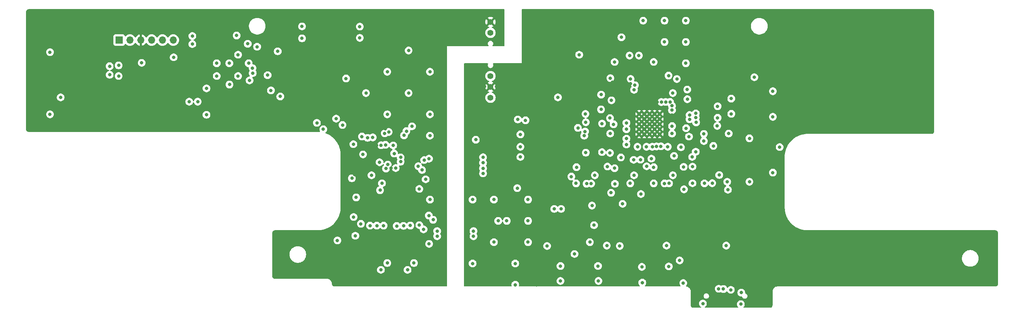
<source format=gbr>
%TF.GenerationSoftware,KiCad,Pcbnew,8.0.0*%
%TF.CreationDate,2024-03-12T18:48:20+01:00*%
%TF.ProjectId,FT24-AMS_Slave-v5,46543234-2d41-44d5-935f-536c6176652d,rev?*%
%TF.SameCoordinates,PX2faf080PY47868c0*%
%TF.FileFunction,Copper,L2,Inr*%
%TF.FilePolarity,Positive*%
%FSLAX46Y46*%
G04 Gerber Fmt 4.6, Leading zero omitted, Abs format (unit mm)*
G04 Created by KiCad (PCBNEW 8.0.0) date 2024-03-12 18:48:20*
%MOMM*%
%LPD*%
G01*
G04 APERTURE LIST*
%TA.AperFunction,ComponentPad*%
%ADD10C,0.800000*%
%TD*%
%TA.AperFunction,ComponentPad*%
%ADD11R,1.700000X1.700000*%
%TD*%
%TA.AperFunction,ComponentPad*%
%ADD12O,1.700000X1.700000*%
%TD*%
%TA.AperFunction,ComponentPad*%
%ADD13C,1.400000*%
%TD*%
%TA.AperFunction,ViaPad*%
%ADD14C,0.800000*%
%TD*%
G04 APERTURE END LIST*
D10*
%TO.N,GND1*%
%TO.C,U2*%
X144067500Y-24877500D03*
X144067500Y-26077500D03*
X144067500Y-27277500D03*
X144067500Y-28477500D03*
X144067500Y-29677500D03*
X145267500Y-24877500D03*
X145267500Y-26077500D03*
X145267500Y-27277500D03*
X145267500Y-28477500D03*
X145267500Y-29677500D03*
X146467500Y-24877500D03*
X146467500Y-26077500D03*
X146467500Y-27277500D03*
X146467500Y-28477500D03*
X146467500Y-29677500D03*
X147667500Y-24877500D03*
X147667500Y-26077500D03*
X147667500Y-27277500D03*
X147667500Y-28477500D03*
X147667500Y-29677500D03*
X148867500Y-24877500D03*
X148867500Y-26077500D03*
X148867500Y-27277500D03*
X148867500Y-28477500D03*
X148867500Y-29677500D03*
%TD*%
D11*
%TO.N,+3V3*%
%TO.C,J16*%
X22120000Y-7550000D03*
D12*
%TO.N,/\u00B5C/SWCLK*%
X24660000Y-7550000D03*
%TO.N,GND*%
X27200000Y-7550000D03*
%TO.N,/\u00B5C/SWDIO*%
X29740000Y-7550000D03*
%TO.N,/\u00B5C/NRST*%
X32280000Y-7550000D03*
%TO.N,/\u00B5C/Trace_SWO*%
X34820000Y-7550000D03*
%TD*%
D13*
%TO.N,GND*%
%TO.C,PS1*%
X109200000Y-3300000D03*
%TO.N,+12V*%
X109200000Y-5840000D03*
%TO.N,+5V*%
X109200000Y-16000000D03*
%TO.N,GND1*%
X109200000Y-18540000D03*
%TO.N,Net-(PS1-FB)*%
X109200000Y-21080000D03*
%TD*%
D14*
%TO.N,+3V3*%
X78800000Y-50700000D03*
X73000000Y-26000000D03*
X68500000Y-27000000D03*
X65000000Y-7150000D03*
X45000000Y-16000000D03*
X48000000Y-18000000D03*
X95000000Y-30000000D03*
X78550000Y-4400000D03*
X95000000Y-45000000D03*
X52691515Y-17022578D03*
X77700000Y-44500000D03*
X45000000Y-13000000D03*
X77100000Y-49100000D03*
X22000000Y-13500000D03*
X22000000Y-16000000D03*
X76700000Y-40000000D03*
X85000000Y-25000000D03*
X95750000Y-49750000D03*
X47950000Y-13000000D03*
X89750000Y-61500000D03*
X77500000Y-53500000D03*
X91250000Y-59900000D03*
X94800305Y-55400305D03*
X38550000Y-22025000D03*
X65000000Y-4350000D03*
X92500000Y-42500000D03*
X85000000Y-59900000D03*
X95000000Y-25000000D03*
X50000000Y-16000000D03*
X42600000Y-18900000D03*
X95000000Y-15000000D03*
X85000000Y-15000000D03*
X40550000Y-22025000D03*
X75323910Y-16570812D03*
X50000000Y-11000000D03*
X81300000Y-39300000D03*
X92500000Y-51000000D03*
X80000000Y-20000000D03*
X94000000Y-40250000D03*
X90000000Y-10000000D03*
X74500000Y-27500000D03*
X52500000Y-13000000D03*
X83300000Y-42800000D03*
X94750000Y-48750000D03*
X70000000Y-28500000D03*
X90000000Y-20000000D03*
X93500000Y-52000000D03*
X42600000Y-25100000D03*
X78550000Y-7050000D03*
X83500000Y-61500000D03*
%TO.N,/CAN/CANH*%
X19900000Y-15700000D03*
X53437501Y-15312501D03*
X8400000Y-21000000D03*
%TO.N,/CAN/CANL*%
X53399993Y-14150014D03*
X5900000Y-25000000D03*
X5900000Y-10400000D03*
X19899992Y-13700000D03*
%TO.N,/\u00B5C/SWCLK*%
X77050000Y-32000000D03*
X49666206Y-6483794D03*
%TO.N,GND*%
X82399970Y-37199994D03*
X96350311Y-42255305D03*
X39325000Y-11800000D03*
X85916435Y-37627654D03*
X96800000Y-51100000D03*
X52500000Y-25000000D03*
X93150305Y-33955305D03*
X1675000Y-8400000D03*
X58500000Y-13700000D03*
X80799992Y-42262500D03*
X69300000Y-57600000D03*
X34900000Y-18800000D03*
X76100000Y-18300000D03*
X29029145Y-15670855D03*
X70000000Y-21000000D03*
X86837500Y-43650153D03*
X85000000Y-20000000D03*
X52500000Y-20000000D03*
X58500000Y-15800000D03*
X83162500Y-45837500D03*
X1650000Y-23000000D03*
X73500000Y-13575000D03*
X76900000Y-61600000D03*
X77299996Y-46332000D03*
X47200000Y-26162500D03*
X5875000Y-8400000D03*
X78122085Y-41926302D03*
X31275000Y-21275000D03*
X95000000Y-20000000D03*
X95000000Y-10000000D03*
X85676089Y-48819927D03*
X33075000Y-12200000D03*
X84512500Y-27212500D03*
X91300000Y-49000000D03*
X84512506Y-28412500D03*
X82493474Y-32231182D03*
X92600000Y-33200000D03*
X15500008Y-14700000D03*
X77299998Y-39100000D03*
X31800000Y-19500000D03*
X46000000Y-23175000D03*
X33100000Y-16600000D03*
X41740000Y-7550000D03*
X90000000Y-25000000D03*
X29104294Y-21275000D03*
X80000000Y-25000000D03*
X90000000Y-15000000D03*
X31675000Y-12400000D03*
X85000000Y-10000000D03*
X38000000Y-19700000D03*
X96400000Y-57800000D03*
X25991235Y-19088468D03*
X87628689Y-33110439D03*
X5749995Y-22999999D03*
X74699996Y-8075000D03*
X78142751Y-37363718D03*
X40224553Y-13650000D03*
%TO.N,/\u00B5C/SWDIO*%
X84388428Y-29457306D03*
X52275000Y-8425000D03*
%TO.N,/\u00B5C/NRST*%
X83177756Y-36253009D03*
X84691229Y-37729039D03*
X39290012Y-8499994D03*
X83750000Y-41174992D03*
%TO.N,/\u00B5C/Trace_SWO*%
X39289999Y-6600001D03*
X85100979Y-36775000D03*
%TO.N,Net-(U2-IPB)*%
X150287250Y-22085845D03*
X150955000Y-15900000D03*
%TO.N,/\u00B5C/TMP_SCL*%
X90800000Y-27800000D03*
X96700000Y-52400000D03*
%TO.N,/BMS/TMP_SCL*%
X105200000Y-52400014D03*
X143066827Y-18148944D03*
X165550000Y-66200000D03*
%TO.N,/BMS/TMP_SDA*%
X105200000Y-53600000D03*
X168000000Y-66850000D03*
X142858482Y-19233551D03*
%TO.N,+5V*%
X105000000Y-60000000D03*
X110000000Y-55000000D03*
X118000000Y-50000000D03*
X150000000Y-3000000D03*
X150000000Y-8000000D03*
X125000000Y-21000000D03*
X137300000Y-16500000D03*
X139500000Y-55900000D03*
X118000000Y-45000000D03*
X159006519Y-69412283D03*
X111000000Y-50000000D03*
X118000000Y-55000000D03*
X125600000Y-64100000D03*
X105750305Y-30955305D03*
X132500000Y-55000000D03*
X133000000Y-46400000D03*
X144800000Y-64500000D03*
X155000000Y-3000000D03*
X130000000Y-11000000D03*
X155000000Y-8000000D03*
X144700000Y-60800000D03*
X155000000Y-13000000D03*
X115000000Y-65000000D03*
X144000000Y-11200000D03*
X115000000Y-60000000D03*
X154400000Y-64600000D03*
X151000000Y-60700000D03*
X110000000Y-45000000D03*
X116200000Y-29700000D03*
X115600000Y-26200000D03*
X139900000Y-6900000D03*
X134400000Y-60600000D03*
X125600000Y-60600000D03*
X141800000Y-11200000D03*
X145000000Y-3000000D03*
X105000000Y-45000000D03*
X113000000Y-50000000D03*
X167900000Y-69550000D03*
X134500000Y-64100000D03*
X116200000Y-32600000D03*
X142045149Y-16691716D03*
%TO.N,/\u00B5C/SCK*%
X92258647Y-37174738D03*
X93641877Y-35729540D03*
%TO.N,/\u00B5C/CSB*%
X94775000Y-35400000D03*
X93138403Y-38054494D03*
%TO.N,/BMS/Filter_Balance_Network_last/CB*%
X137555000Y-21700000D03*
X135142500Y-20362500D03*
%TO.N,/BMS/~{CS}*%
X107450305Y-35055305D03*
X151755000Y-24010224D03*
%TO.N,/BMS/Filter_Balance_Network_last/CA*%
X135110798Y-23832754D03*
X137210901Y-25877500D03*
%TO.N,/BMS/MISO*%
X149255003Y-22100003D03*
X107450305Y-38855305D03*
%TO.N,/BMS/Filter_Balance_Network2/SBP*%
X131367500Y-29027500D03*
X138047600Y-27331142D03*
X135346114Y-27169289D03*
%TO.N,/BMS/MOSI*%
X107450305Y-37655305D03*
X151955000Y-20000000D03*
%TO.N,/BMS/Filter_Balance_Network2/SAP*%
X137267500Y-29502500D03*
X135342347Y-33862347D03*
%TO.N,/BMS/SCK*%
X107450305Y-36355305D03*
X151748249Y-22992673D03*
%TO.N,/BMS/Filter_Balance_Network4/SBP*%
X137217500Y-34052500D03*
X128155000Y-39600000D03*
%TO.N,/BMS/Filter_Balance_Network4/SAP*%
X136617500Y-37252500D03*
X131736500Y-41274740D03*
%TO.N,/BMS/Filter_Balance_Network5/SBP*%
X138274992Y-37645620D03*
X137467505Y-43402505D03*
X143667500Y-32602500D03*
%TO.N,/BMS/Filter_Balance_Network5/SAP*%
X145808748Y-37188177D03*
X144467500Y-43702500D03*
%TO.N,/BMS/Filter_Balance_Network5/CA*%
X145767496Y-32602504D03*
X144358868Y-35644099D03*
%TO.N,/\u00B5C/PROM_WC*%
X79299996Y-34400004D03*
X73300000Y-54600000D03*
%TO.N,/BMS/Filter_Balance_Network6/SBP*%
X147467500Y-37402500D03*
X149992500Y-41205032D03*
X147133454Y-32613763D03*
%TO.N,/BMS/Filter_Balance_Network6/SAP*%
X154473154Y-37327500D03*
X154567500Y-42602500D03*
X149155000Y-32500000D03*
%TO.N,/BMS/Filter_Balance_Network7/SBP*%
X150767500Y-32602500D03*
X156567500Y-37277500D03*
X159367500Y-41202500D03*
%TO.N,/BMS/Filter_Balance_Network7/SAP*%
X156500381Y-34996992D03*
X162829912Y-39241264D03*
X164867500Y-42702500D03*
%TO.N,/BMS/Filter_Balance_Network1/SBP*%
X151767500Y-29502500D03*
X157328500Y-33774500D03*
%TO.N,/BMS/Filter_Balance_Network1/SAP*%
X151763669Y-27752643D03*
X157412937Y-26884018D03*
X162367500Y-27702500D03*
%TO.N,+12V*%
X54471701Y-9125685D03*
%TO.N,/BMS/Filter_Balance_Network/SBP*%
X155868819Y-25155284D03*
X157328500Y-24774500D03*
%TO.N,/BMS/Filter_Balance_Network/SAP*%
X155366258Y-21437758D03*
X155328500Y-19174500D03*
%TO.N,Net-(IC6-OVLO{slash}OVCSEL)*%
X34900000Y-11600000D03*
X27400000Y-12899990D03*
%TO.N,/BMS/Filter_Balance_Network/CellA+{slash}CellB-*%
X157328500Y-25774500D03*
X175400000Y-19577500D03*
X155876528Y-26155257D03*
X165655000Y-24874502D03*
X165655000Y-21300000D03*
X171067500Y-16277500D03*
%TO.N,/BMS/Filter_Balance_Network/CellB+*%
X162455000Y-25800000D03*
X175399998Y-25577500D03*
X159228500Y-29574500D03*
X155067500Y-28252508D03*
X162455000Y-23100000D03*
%TO.N,Net-(U2-IMB)*%
X151309078Y-22082967D03*
X152900000Y-16700000D03*
%TO.N,Net-(U1-PB11)*%
X88128628Y-36103387D03*
X82537496Y-51112500D03*
%TO.N,/BMS/Filter_Balance_Network1/CellA+{slash}CellB-*%
X155729825Y-30219880D03*
X177000000Y-32677500D03*
X169917500Y-30627500D03*
X159228500Y-31274500D03*
X165055000Y-29500000D03*
%TO.N,/BMS/Filter_Balance_Network2/CellA-*%
X141067500Y-28502500D03*
X129375505Y-37400000D03*
X125755000Y-47200000D03*
X124155000Y-47200000D03*
X131542500Y-33987500D03*
X122467500Y-55900000D03*
%TO.N,GND1*%
X110000000Y-60000000D03*
X128367500Y-31202500D03*
X105200000Y-51100000D03*
X215000000Y-53000000D03*
X107425305Y-41322041D03*
X167900000Y-62995000D03*
X137782895Y-17413128D03*
X205000000Y-8000000D03*
X119968750Y-11775000D03*
X210000000Y-3000000D03*
X146755000Y-15500006D03*
X153730000Y-21712655D03*
X121668750Y-4675000D03*
X185000000Y-3000000D03*
X142000000Y-17800000D03*
X175000000Y-13000000D03*
X205000000Y-3000000D03*
X180000000Y-13000000D03*
X151767500Y-25177500D03*
X164626510Y-31302500D03*
X180000000Y-63000000D03*
X129199994Y-4000000D03*
X210000000Y-8000000D03*
X180000000Y-23500000D03*
X175000000Y-8000000D03*
X148455000Y-15500000D03*
X190000000Y-3000000D03*
X170000000Y-13000000D03*
X166275000Y-62940000D03*
X138500000Y-62675000D03*
X107800000Y-18500000D03*
X144155002Y-15500010D03*
X170000000Y-8000000D03*
X180000000Y-3000000D03*
X158455000Y-14500000D03*
X200000000Y-3000000D03*
X132054992Y-11000000D03*
X185000000Y-8000000D03*
X180000000Y-8000000D03*
X120000000Y-65000000D03*
X161228500Y-19474500D03*
X180000000Y-18500000D03*
X165000000Y-3000000D03*
X195000000Y-3000000D03*
X148255002Y-22100000D03*
X105600000Y-57800000D03*
X169500000Y-44000000D03*
X150000000Y-47000000D03*
X164555000Y-14500000D03*
X215000000Y-63000002D03*
X146500000Y-55500000D03*
X135595010Y-15499988D03*
X215000000Y-58000002D03*
X160000000Y-3000000D03*
X122500000Y-45000000D03*
X110600000Y-18500000D03*
X131454994Y-16600000D03*
X108950305Y-33955305D03*
X161455000Y-14499996D03*
X131655000Y-17600000D03*
X180000000Y-52999998D03*
X160500000Y-55500000D03*
X180000000Y-58000000D03*
X164567500Y-35002500D03*
X173000000Y-46000000D03*
X128454984Y-16600000D03*
X128367506Y-33002490D03*
X158000000Y-47000000D03*
%TO.N,/BMS/Filter_Balance_Network7/CellA+{slash}CellB-*%
X152239314Y-34749009D03*
X161206497Y-41163497D03*
X156567500Y-41177500D03*
X163800000Y-66000000D03*
%TO.N,/BMS/Filter_Balance_Network4/CellA-*%
X140167500Y-46000000D03*
X133480000Y-51007651D03*
X136467500Y-55800004D03*
X141067500Y-32075000D03*
X139780153Y-35115153D03*
%TO.N,/BMS/Filter_Balance_Network6/CellA+{slash}CellB-*%
X146930000Y-35390455D03*
X151067500Y-41202500D03*
X147467500Y-41202500D03*
X162700000Y-65950000D03*
%TO.N,/BMS/Filter_Balance_Network5/CellA-*%
X150467500Y-55800000D03*
%TO.N,/BMS/Filter_Balance_Network5/CellA+{slash}CellB-*%
X142867500Y-39302500D03*
X138367500Y-41302500D03*
X141967500Y-41202500D03*
X142767487Y-35674578D03*
X153544404Y-59285596D03*
%TO.N,/BMS/Filter_Balance_Network6/CellA-*%
X151967500Y-39302500D03*
X164467500Y-55799994D03*
X148128539Y-32514710D03*
%TO.N,/BMS/Filter_Balance_Network4/CellA+{slash}CellB-*%
X132800773Y-41235773D03*
X128900000Y-57775000D03*
X129267500Y-41202500D03*
X141067500Y-30702520D03*
X133654847Y-39289847D03*
%TO.N,/BMS/Filter_Balance_Network1/CellB+*%
X164700000Y-40827500D03*
X175400000Y-38677500D03*
X161455000Y-32400000D03*
X153848750Y-32721250D03*
X169917500Y-40827500D03*
%TO.N,/BMS/Filter_Balance_Network2/CellA+{slash}CellB-*%
X115475000Y-42325000D03*
X131180077Y-30009782D03*
X131542500Y-26862500D03*
X141067500Y-27002500D03*
%TO.N,/BMS/Filter_Balance_Network2/CellB+*%
X131467500Y-24902500D03*
X116200000Y-35000000D03*
X129700000Y-28175000D03*
%TO.N,/CAN/CAN_Term*%
X86966023Y-37598144D03*
X79050000Y-30200000D03*
%TO.N,/CAN/CAN_Rx*%
X84588570Y-32150184D03*
X81596016Y-30403984D03*
%TO.N,/CAN/CAN_Tx*%
X83543310Y-32249874D03*
X80384404Y-30515596D03*
%TO.N,/CAN/V_{ref}*%
X59300006Y-10200000D03*
X56925000Y-15800000D03*
%TO.N,VBUS*%
X117400004Y-26400000D03*
%TO.N,Net-(U1-PB10)*%
X88128447Y-35103385D03*
X80937500Y-51112494D03*
%TO.N,Net-(U1-PB13)*%
X86385355Y-32285355D03*
X87200000Y-51199994D03*
%TO.N,Net-(U2-DRIVE)*%
X138300000Y-12700000D03*
X147455000Y-12700000D03*
%TO.N,Net-(U1-PB12)*%
X84137500Y-51112510D03*
X86603194Y-34189389D03*
%TO.N,Net-(U1-PB14)*%
X88925000Y-29938160D03*
X88800000Y-51174990D03*
%TO.N,Net-(U1-PB15)*%
X90400000Y-51100000D03*
X89482100Y-28932710D03*
%TO.N,/\u00B5C/TMP_SDA*%
X85336236Y-29138457D03*
X96700000Y-53600000D03*
%TO.N,Net-(R83-Pad2)*%
X59900000Y-20795000D03*
X57700000Y-19375000D03*
%TD*%
%TA.AperFunction,Conductor*%
%TO.N,GND*%
G36*
X112443062Y-320185D02*
G01*
X112488817Y-372989D01*
X112500023Y-424499D01*
X112500092Y-8875999D01*
X112480408Y-8943039D01*
X112427604Y-8988794D01*
X112376092Y-9000000D01*
X109798942Y-9000000D01*
X109731903Y-8980315D01*
X109686148Y-8927511D01*
X109676204Y-8858353D01*
X109701998Y-8799805D01*
X109701892Y-8799734D01*
X109702296Y-8799128D01*
X109703085Y-8797339D01*
X109705267Y-8794677D01*
X109705276Y-8794669D01*
X109776465Y-8688127D01*
X109825501Y-8569744D01*
X109839376Y-8499994D01*
X109850500Y-8444071D01*
X109850500Y-8315928D01*
X109825502Y-8190261D01*
X109825501Y-8190260D01*
X109825501Y-8190256D01*
X109776465Y-8071873D01*
X109776464Y-8071872D01*
X109776461Y-8071866D01*
X109705276Y-7965331D01*
X109705273Y-7965327D01*
X109614672Y-7874726D01*
X109614668Y-7874723D01*
X109508133Y-7803538D01*
X109508124Y-7803533D01*
X109389744Y-7754499D01*
X109389738Y-7754497D01*
X109264071Y-7729500D01*
X109264069Y-7729500D01*
X109135931Y-7729500D01*
X109135929Y-7729500D01*
X109010261Y-7754497D01*
X109010255Y-7754499D01*
X108891875Y-7803533D01*
X108891866Y-7803538D01*
X108785331Y-7874723D01*
X108785327Y-7874726D01*
X108694726Y-7965327D01*
X108694723Y-7965331D01*
X108623538Y-8071866D01*
X108623533Y-8071875D01*
X108574499Y-8190255D01*
X108574497Y-8190261D01*
X108549500Y-8315928D01*
X108549500Y-8315931D01*
X108549500Y-8444069D01*
X108549500Y-8444071D01*
X108549499Y-8444071D01*
X108574497Y-8569738D01*
X108574499Y-8569744D01*
X108623533Y-8688124D01*
X108623538Y-8688133D01*
X108694722Y-8794666D01*
X108696915Y-8797339D01*
X108697625Y-8799011D01*
X108698108Y-8799734D01*
X108697970Y-8799825D01*
X108724225Y-8861650D01*
X108712431Y-8930517D01*
X108665276Y-8982075D01*
X108601058Y-9000000D01*
X99000000Y-9000000D01*
X99000000Y-65275500D01*
X98980315Y-65342539D01*
X98927511Y-65388294D01*
X98876000Y-65399500D01*
X72623952Y-65399500D01*
X72610067Y-65398720D01*
X72576368Y-65394922D01*
X72497471Y-65386031D01*
X72470401Y-65379852D01*
X72370065Y-65344741D01*
X72345048Y-65332693D01*
X72255041Y-65276136D01*
X72233334Y-65258824D01*
X72195751Y-65221241D01*
X72158164Y-65183654D01*
X72140862Y-65161958D01*
X72084294Y-65071928D01*
X72072255Y-65046927D01*
X72037142Y-64946582D01*
X72030966Y-64919520D01*
X72018280Y-64806921D01*
X72017500Y-64793039D01*
X72017500Y-64705517D01*
X71987939Y-64518879D01*
X71929545Y-64339162D01*
X71843755Y-64170794D01*
X71732683Y-64017919D01*
X71732681Y-64017916D01*
X71732680Y-64017915D01*
X71599065Y-63884303D01*
X71599063Y-63884301D01*
X71533404Y-63836598D01*
X71446187Y-63773232D01*
X71277813Y-63687445D01*
X71098095Y-63629055D01*
X70911459Y-63599498D01*
X70816975Y-63599500D01*
X58623952Y-63599500D01*
X58610067Y-63598720D01*
X58576368Y-63594922D01*
X58497471Y-63586031D01*
X58470401Y-63579852D01*
X58370065Y-63544741D01*
X58345048Y-63532693D01*
X58255041Y-63476136D01*
X58233334Y-63458824D01*
X58195751Y-63421241D01*
X58158164Y-63383654D01*
X58140862Y-63361958D01*
X58084294Y-63271928D01*
X58072255Y-63246927D01*
X58037142Y-63146582D01*
X58030967Y-63119528D01*
X58018260Y-63006749D01*
X58017482Y-62992877D01*
X58017482Y-61500000D01*
X82594540Y-61500000D01*
X82614326Y-61688256D01*
X82614327Y-61688259D01*
X82672818Y-61868277D01*
X82672821Y-61868284D01*
X82767467Y-62032216D01*
X82894129Y-62172888D01*
X83047265Y-62284148D01*
X83047270Y-62284151D01*
X83220192Y-62361142D01*
X83220197Y-62361144D01*
X83405354Y-62400500D01*
X83405355Y-62400500D01*
X83594644Y-62400500D01*
X83594646Y-62400500D01*
X83779803Y-62361144D01*
X83952730Y-62284151D01*
X84105871Y-62172888D01*
X84232533Y-62032216D01*
X84327179Y-61868284D01*
X84385674Y-61688256D01*
X84405460Y-61500000D01*
X88844540Y-61500000D01*
X88864326Y-61688256D01*
X88864327Y-61688259D01*
X88922818Y-61868277D01*
X88922821Y-61868284D01*
X89017467Y-62032216D01*
X89144129Y-62172888D01*
X89297265Y-62284148D01*
X89297270Y-62284151D01*
X89470192Y-62361142D01*
X89470197Y-62361144D01*
X89655354Y-62400500D01*
X89655355Y-62400500D01*
X89844644Y-62400500D01*
X89844646Y-62400500D01*
X90029803Y-62361144D01*
X90202730Y-62284151D01*
X90355871Y-62172888D01*
X90482533Y-62032216D01*
X90577179Y-61868284D01*
X90635674Y-61688256D01*
X90655460Y-61500000D01*
X90635674Y-61311744D01*
X90577179Y-61131716D01*
X90482533Y-60967784D01*
X90355871Y-60827112D01*
X90319243Y-60800500D01*
X90202734Y-60715851D01*
X90202729Y-60715848D01*
X90029807Y-60638857D01*
X90029802Y-60638855D01*
X89884001Y-60607865D01*
X89844646Y-60599500D01*
X89655354Y-60599500D01*
X89622897Y-60606398D01*
X89470197Y-60638855D01*
X89470192Y-60638857D01*
X89297270Y-60715848D01*
X89297265Y-60715851D01*
X89144129Y-60827111D01*
X89017466Y-60967785D01*
X88922821Y-61131715D01*
X88922818Y-61131722D01*
X88864327Y-61311740D01*
X88864326Y-61311744D01*
X88844540Y-61500000D01*
X84405460Y-61500000D01*
X84385674Y-61311744D01*
X84327179Y-61131716D01*
X84232533Y-60967784D01*
X84105871Y-60827112D01*
X84069243Y-60800500D01*
X83952734Y-60715851D01*
X83952729Y-60715848D01*
X83779807Y-60638857D01*
X83779802Y-60638855D01*
X83634001Y-60607865D01*
X83594646Y-60599500D01*
X83405354Y-60599500D01*
X83372897Y-60606398D01*
X83220197Y-60638855D01*
X83220192Y-60638857D01*
X83047270Y-60715848D01*
X83047265Y-60715851D01*
X82894129Y-60827111D01*
X82767466Y-60967785D01*
X82672821Y-61131715D01*
X82672818Y-61131722D01*
X82614327Y-61311740D01*
X82614326Y-61311744D01*
X82594540Y-61500000D01*
X58017482Y-61500000D01*
X58017482Y-59900000D01*
X84094540Y-59900000D01*
X84114326Y-60088256D01*
X84114327Y-60088259D01*
X84172818Y-60268277D01*
X84172821Y-60268284D01*
X84267467Y-60432216D01*
X84357508Y-60532216D01*
X84394129Y-60572888D01*
X84547265Y-60684148D01*
X84547270Y-60684151D01*
X84720192Y-60761142D01*
X84720197Y-60761144D01*
X84905354Y-60800500D01*
X84905355Y-60800500D01*
X85094644Y-60800500D01*
X85094646Y-60800500D01*
X85279803Y-60761144D01*
X85452730Y-60684151D01*
X85605871Y-60572888D01*
X85732533Y-60432216D01*
X85827179Y-60268284D01*
X85885674Y-60088256D01*
X85905460Y-59900000D01*
X90344540Y-59900000D01*
X90364326Y-60088256D01*
X90364327Y-60088259D01*
X90422818Y-60268277D01*
X90422821Y-60268284D01*
X90517467Y-60432216D01*
X90607508Y-60532216D01*
X90644129Y-60572888D01*
X90797265Y-60684148D01*
X90797270Y-60684151D01*
X90970192Y-60761142D01*
X90970197Y-60761144D01*
X91155354Y-60800500D01*
X91155355Y-60800500D01*
X91344644Y-60800500D01*
X91344646Y-60800500D01*
X91529803Y-60761144D01*
X91702730Y-60684151D01*
X91855871Y-60572888D01*
X91982533Y-60432216D01*
X92077179Y-60268284D01*
X92135674Y-60088256D01*
X92155460Y-59900000D01*
X92135674Y-59711744D01*
X92077179Y-59531716D01*
X91982533Y-59367784D01*
X91855871Y-59227112D01*
X91803157Y-59188813D01*
X91702734Y-59115851D01*
X91702729Y-59115848D01*
X91529807Y-59038857D01*
X91529802Y-59038855D01*
X91384001Y-59007865D01*
X91344646Y-58999500D01*
X91155354Y-58999500D01*
X91122897Y-59006398D01*
X90970197Y-59038855D01*
X90970192Y-59038857D01*
X90797270Y-59115848D01*
X90797265Y-59115851D01*
X90644129Y-59227111D01*
X90517466Y-59367785D01*
X90422821Y-59531715D01*
X90422818Y-59531722D01*
X90383379Y-59653104D01*
X90364326Y-59711744D01*
X90344540Y-59900000D01*
X85905460Y-59900000D01*
X85885674Y-59711744D01*
X85827179Y-59531716D01*
X85732533Y-59367784D01*
X85605871Y-59227112D01*
X85553157Y-59188813D01*
X85452734Y-59115851D01*
X85452729Y-59115848D01*
X85279807Y-59038857D01*
X85279802Y-59038855D01*
X85134001Y-59007865D01*
X85094646Y-58999500D01*
X84905354Y-58999500D01*
X84872897Y-59006398D01*
X84720197Y-59038855D01*
X84720192Y-59038857D01*
X84547270Y-59115848D01*
X84547265Y-59115851D01*
X84394129Y-59227111D01*
X84267466Y-59367785D01*
X84172821Y-59531715D01*
X84172818Y-59531722D01*
X84133379Y-59653104D01*
X84114326Y-59711744D01*
X84094540Y-59900000D01*
X58017482Y-59900000D01*
X58017482Y-58027850D01*
X62059409Y-58027850D01*
X62085366Y-58225007D01*
X62092783Y-58281340D01*
X62144108Y-58472888D01*
X62158959Y-58528312D01*
X62158962Y-58528322D01*
X62256803Y-58764531D01*
X62256808Y-58764542D01*
X62384643Y-58985957D01*
X62384654Y-58985973D01*
X62540297Y-59188811D01*
X62540303Y-59188818D01*
X62721090Y-59369605D01*
X62721096Y-59369610D01*
X62923944Y-59525261D01*
X62923951Y-59525265D01*
X63145366Y-59653100D01*
X63145371Y-59653102D01*
X63145374Y-59653104D01*
X63381596Y-59750950D01*
X63628569Y-59817126D01*
X63882066Y-59850500D01*
X63882073Y-59850500D01*
X64137745Y-59850500D01*
X64137752Y-59850500D01*
X64391249Y-59817126D01*
X64638222Y-59750950D01*
X64874444Y-59653104D01*
X65095874Y-59525261D01*
X65298722Y-59369610D01*
X65479519Y-59188813D01*
X65635170Y-58985965D01*
X65763013Y-58764535D01*
X65860859Y-58528313D01*
X65927035Y-58281340D01*
X65960409Y-58027843D01*
X65960409Y-57772157D01*
X65927035Y-57518660D01*
X65860859Y-57271687D01*
X65763013Y-57035465D01*
X65763011Y-57035462D01*
X65763009Y-57035457D01*
X65635174Y-56814042D01*
X65635170Y-56814035D01*
X65479519Y-56611187D01*
X65479514Y-56611181D01*
X65298727Y-56430394D01*
X65298720Y-56430388D01*
X65095882Y-56274745D01*
X65095880Y-56274743D01*
X65095874Y-56274739D01*
X65095869Y-56274736D01*
X65095866Y-56274734D01*
X64874451Y-56146899D01*
X64874440Y-56146894D01*
X64638231Y-56049053D01*
X64638224Y-56049051D01*
X64638222Y-56049050D01*
X64391249Y-55982874D01*
X64334916Y-55975457D01*
X64137759Y-55949500D01*
X64137752Y-55949500D01*
X63882066Y-55949500D01*
X63882058Y-55949500D01*
X63656735Y-55979165D01*
X63628569Y-55982874D01*
X63381596Y-56049050D01*
X63381586Y-56049053D01*
X63145377Y-56146894D01*
X63145366Y-56146899D01*
X62923951Y-56274734D01*
X62923935Y-56274745D01*
X62721097Y-56430388D01*
X62721090Y-56430394D01*
X62540303Y-56611181D01*
X62540297Y-56611188D01*
X62384654Y-56814026D01*
X62384643Y-56814042D01*
X62256808Y-57035457D01*
X62256803Y-57035468D01*
X62158962Y-57271677D01*
X62158959Y-57271687D01*
X62116080Y-57431716D01*
X62092783Y-57518661D01*
X62059409Y-57772149D01*
X62059409Y-58027850D01*
X58017482Y-58027850D01*
X58017482Y-54600000D01*
X72394540Y-54600000D01*
X72414326Y-54788256D01*
X72414327Y-54788259D01*
X72472818Y-54968277D01*
X72472821Y-54968284D01*
X72567467Y-55132216D01*
X72694129Y-55272888D01*
X72847265Y-55384148D01*
X72847270Y-55384151D01*
X73020192Y-55461142D01*
X73020197Y-55461144D01*
X73205354Y-55500500D01*
X73205355Y-55500500D01*
X73394644Y-55500500D01*
X73394646Y-55500500D01*
X73579803Y-55461144D01*
X73716448Y-55400305D01*
X93894845Y-55400305D01*
X93914631Y-55588561D01*
X93914632Y-55588564D01*
X93973123Y-55768582D01*
X93973126Y-55768589D01*
X94067772Y-55932521D01*
X94172698Y-56049053D01*
X94194434Y-56073193D01*
X94347570Y-56184453D01*
X94347575Y-56184456D01*
X94520497Y-56261447D01*
X94520502Y-56261449D01*
X94705659Y-56300805D01*
X94705660Y-56300805D01*
X94894949Y-56300805D01*
X94894951Y-56300805D01*
X95080108Y-56261449D01*
X95253035Y-56184456D01*
X95406176Y-56073193D01*
X95532838Y-55932521D01*
X95627484Y-55768589D01*
X95685979Y-55588561D01*
X95705765Y-55400305D01*
X95685979Y-55212049D01*
X95627484Y-55032021D01*
X95532838Y-54868089D01*
X95406176Y-54727417D01*
X95406175Y-54727416D01*
X95253039Y-54616156D01*
X95253034Y-54616153D01*
X95080112Y-54539162D01*
X95080107Y-54539160D01*
X94934306Y-54508170D01*
X94894951Y-54499805D01*
X94705659Y-54499805D01*
X94673202Y-54506703D01*
X94520502Y-54539160D01*
X94520497Y-54539162D01*
X94347575Y-54616153D01*
X94347570Y-54616156D01*
X94194434Y-54727416D01*
X94067771Y-54868090D01*
X93973126Y-55032020D01*
X93973123Y-55032027D01*
X93914632Y-55212045D01*
X93914631Y-55212049D01*
X93894845Y-55400305D01*
X73716448Y-55400305D01*
X73752730Y-55384151D01*
X73905871Y-55272888D01*
X74032533Y-55132216D01*
X74127179Y-54968284D01*
X74185674Y-54788256D01*
X74205460Y-54600000D01*
X74185674Y-54411744D01*
X74127179Y-54231716D01*
X74032533Y-54067784D01*
X73905871Y-53927112D01*
X73905870Y-53927111D01*
X73752734Y-53815851D01*
X73752729Y-53815848D01*
X73579807Y-53738857D01*
X73579802Y-53738855D01*
X73434001Y-53707865D01*
X73394646Y-53699500D01*
X73205354Y-53699500D01*
X73172897Y-53706398D01*
X73020197Y-53738855D01*
X73020192Y-53738857D01*
X72847270Y-53815848D01*
X72847265Y-53815851D01*
X72694129Y-53927111D01*
X72567466Y-54067785D01*
X72472821Y-54231715D01*
X72472818Y-54231722D01*
X72417979Y-54400500D01*
X72414326Y-54411744D01*
X72394540Y-54600000D01*
X58017482Y-54600000D01*
X58017482Y-53500000D01*
X76594540Y-53500000D01*
X76614326Y-53688256D01*
X76614327Y-53688259D01*
X76672818Y-53868277D01*
X76672821Y-53868284D01*
X76767467Y-54032216D01*
X76894129Y-54172888D01*
X77047265Y-54284148D01*
X77047270Y-54284151D01*
X77220192Y-54361142D01*
X77220197Y-54361144D01*
X77405354Y-54400500D01*
X77405355Y-54400500D01*
X77594644Y-54400500D01*
X77594646Y-54400500D01*
X77779803Y-54361144D01*
X77952730Y-54284151D01*
X78105871Y-54172888D01*
X78232533Y-54032216D01*
X78327179Y-53868284D01*
X78385674Y-53688256D01*
X78394950Y-53600000D01*
X95794540Y-53600000D01*
X95814326Y-53788256D01*
X95814327Y-53788259D01*
X95872818Y-53968277D01*
X95872821Y-53968284D01*
X95967467Y-54132216D01*
X96057063Y-54231722D01*
X96094129Y-54272888D01*
X96247265Y-54384148D01*
X96247270Y-54384151D01*
X96420192Y-54461142D01*
X96420197Y-54461144D01*
X96605354Y-54500500D01*
X96605355Y-54500500D01*
X96794644Y-54500500D01*
X96794646Y-54500500D01*
X96979803Y-54461144D01*
X97152730Y-54384151D01*
X97305871Y-54272888D01*
X97432533Y-54132216D01*
X97527179Y-53968284D01*
X97585674Y-53788256D01*
X97605460Y-53600000D01*
X97585674Y-53411744D01*
X97527179Y-53231716D01*
X97432533Y-53067784D01*
X97429284Y-53062156D01*
X97431929Y-53060628D01*
X97412779Y-53007421D01*
X97428417Y-52939323D01*
X97429344Y-52937879D01*
X97429284Y-52937844D01*
X97473566Y-52861144D01*
X97527179Y-52768284D01*
X97585674Y-52588256D01*
X97605460Y-52400000D01*
X97585674Y-52211744D01*
X97527179Y-52031716D01*
X97432533Y-51867784D01*
X97305871Y-51727112D01*
X97278473Y-51707206D01*
X97152734Y-51615851D01*
X97152729Y-51615848D01*
X96979807Y-51538857D01*
X96979802Y-51538855D01*
X96834001Y-51507865D01*
X96794646Y-51499500D01*
X96605354Y-51499500D01*
X96572897Y-51506398D01*
X96420197Y-51538855D01*
X96420192Y-51538857D01*
X96247270Y-51615848D01*
X96247265Y-51615851D01*
X96094129Y-51727111D01*
X95967466Y-51867785D01*
X95872821Y-52031715D01*
X95872818Y-52031722D01*
X95817985Y-52200482D01*
X95814326Y-52211744D01*
X95794540Y-52400000D01*
X95814326Y-52588256D01*
X95814327Y-52588259D01*
X95872818Y-52768277D01*
X95872821Y-52768284D01*
X95970716Y-52937844D01*
X95968150Y-52939325D01*
X95987250Y-52993098D01*
X95971327Y-53061129D01*
X95970680Y-53062135D01*
X95970716Y-53062156D01*
X95872821Y-53231715D01*
X95872818Y-53231722D01*
X95814327Y-53411740D01*
X95814326Y-53411744D01*
X95794540Y-53600000D01*
X78394950Y-53600000D01*
X78405460Y-53500000D01*
X78385674Y-53311744D01*
X78327179Y-53131716D01*
X78232533Y-52967784D01*
X78105871Y-52827112D01*
X78105870Y-52827111D01*
X77952734Y-52715851D01*
X77952729Y-52715848D01*
X77779807Y-52638857D01*
X77779802Y-52638855D01*
X77634001Y-52607865D01*
X77594646Y-52599500D01*
X77405354Y-52599500D01*
X77372897Y-52606398D01*
X77220197Y-52638855D01*
X77220192Y-52638857D01*
X77047270Y-52715848D01*
X77047265Y-52715851D01*
X76894129Y-52827111D01*
X76767466Y-52967785D01*
X76672821Y-53131715D01*
X76672818Y-53131722D01*
X76614327Y-53311740D01*
X76614326Y-53311744D01*
X76594540Y-53500000D01*
X58017482Y-53500000D01*
X58017482Y-52806961D01*
X58018262Y-52793078D01*
X58021054Y-52768298D01*
X58030949Y-52680476D01*
X58037124Y-52653417D01*
X58072238Y-52553063D01*
X58084284Y-52528052D01*
X58090046Y-52518882D01*
X58140844Y-52438036D01*
X58158150Y-52416335D01*
X58233324Y-52341158D01*
X58255026Y-52323851D01*
X58345043Y-52267288D01*
X58370051Y-52255244D01*
X58470403Y-52220127D01*
X58497467Y-52213950D01*
X58587044Y-52203856D01*
X58609907Y-52201280D01*
X58623792Y-52200500D01*
X68764677Y-52200500D01*
X68764945Y-52200482D01*
X68936212Y-52200483D01*
X69373175Y-52164277D01*
X69805655Y-52092110D01*
X70230699Y-51984475D01*
X70645402Y-51842109D01*
X71046933Y-51665982D01*
X71432547Y-51457299D01*
X71799612Y-51217485D01*
X72145619Y-50948178D01*
X72415212Y-50700000D01*
X77894540Y-50700000D01*
X77914326Y-50888256D01*
X77914327Y-50888259D01*
X77972818Y-51068277D01*
X77972821Y-51068284D01*
X78067467Y-51232216D01*
X78152911Y-51327111D01*
X78194129Y-51372888D01*
X78347265Y-51484148D01*
X78347270Y-51484151D01*
X78520192Y-51561142D01*
X78520197Y-51561144D01*
X78705354Y-51600500D01*
X78705355Y-51600500D01*
X78894644Y-51600500D01*
X78894646Y-51600500D01*
X79079803Y-51561144D01*
X79252730Y-51484151D01*
X79405871Y-51372888D01*
X79532533Y-51232216D01*
X79601654Y-51112494D01*
X80032040Y-51112494D01*
X80051826Y-51300750D01*
X80051827Y-51300753D01*
X80110318Y-51480771D01*
X80110321Y-51480778D01*
X80204967Y-51644710D01*
X80283751Y-51732208D01*
X80331629Y-51785382D01*
X80484765Y-51896642D01*
X80484770Y-51896645D01*
X80657692Y-51973636D01*
X80657697Y-51973638D01*
X80842854Y-52012994D01*
X80842855Y-52012994D01*
X81032144Y-52012994D01*
X81032146Y-52012994D01*
X81217303Y-51973638D01*
X81390230Y-51896645D01*
X81543371Y-51785382D01*
X81645346Y-51672127D01*
X81704832Y-51635479D01*
X81774689Y-51636809D01*
X81829644Y-51672127D01*
X81856881Y-51702377D01*
X81931625Y-51785388D01*
X82084761Y-51896648D01*
X82084766Y-51896651D01*
X82257688Y-51973642D01*
X82257693Y-51973644D01*
X82442850Y-52013000D01*
X82442851Y-52013000D01*
X82632140Y-52013000D01*
X82632142Y-52013000D01*
X82817299Y-51973644D01*
X82990226Y-51896651D01*
X83143367Y-51785388D01*
X83245346Y-51672129D01*
X83304829Y-51635482D01*
X83374686Y-51636812D01*
X83429642Y-51672130D01*
X83483738Y-51732210D01*
X83531629Y-51785398D01*
X83684765Y-51896658D01*
X83684770Y-51896661D01*
X83857692Y-51973652D01*
X83857697Y-51973654D01*
X84042854Y-52013010D01*
X84042855Y-52013010D01*
X84232144Y-52013010D01*
X84232146Y-52013010D01*
X84417303Y-51973654D01*
X84590230Y-51896661D01*
X84743371Y-51785398D01*
X84870033Y-51644726D01*
X84964679Y-51480794D01*
X85023174Y-51300766D01*
X85033765Y-51199994D01*
X86294540Y-51199994D01*
X86314326Y-51388250D01*
X86314327Y-51388253D01*
X86372818Y-51568271D01*
X86372821Y-51568278D01*
X86467467Y-51732210D01*
X86539080Y-51811744D01*
X86594129Y-51872882D01*
X86747265Y-51984142D01*
X86747270Y-51984145D01*
X86920192Y-52061136D01*
X86920197Y-52061138D01*
X87105354Y-52100494D01*
X87105355Y-52100494D01*
X87294644Y-52100494D01*
X87294646Y-52100494D01*
X87479803Y-52061138D01*
X87652730Y-51984145D01*
X87805871Y-51872882D01*
X87919108Y-51747119D01*
X87978592Y-51710472D01*
X88048449Y-51711802D01*
X88103405Y-51747119D01*
X88194129Y-51847878D01*
X88212388Y-51861144D01*
X88347265Y-51959138D01*
X88347270Y-51959141D01*
X88520192Y-52036132D01*
X88520197Y-52036134D01*
X88705354Y-52075490D01*
X88705355Y-52075490D01*
X88894644Y-52075490D01*
X88894646Y-52075490D01*
X89079803Y-52036134D01*
X89252730Y-51959141D01*
X89405871Y-51847878D01*
X89532533Y-51707206D01*
X89532541Y-51707190D01*
X89532930Y-51706658D01*
X89533245Y-51706414D01*
X89536881Y-51702377D01*
X89537619Y-51703041D01*
X89588256Y-51663987D01*
X89657869Y-51658001D01*
X89719667Y-51690601D01*
X89725398Y-51696554D01*
X89757502Y-51732210D01*
X89794129Y-51772888D01*
X89947265Y-51884148D01*
X89947270Y-51884151D01*
X90120192Y-51961142D01*
X90120197Y-51961144D01*
X90305354Y-52000500D01*
X90305355Y-52000500D01*
X90494644Y-52000500D01*
X90494646Y-52000500D01*
X90679803Y-51961144D01*
X90852730Y-51884151D01*
X91005871Y-51772888D01*
X91132533Y-51632216D01*
X91227179Y-51468284D01*
X91285674Y-51288256D01*
X91305460Y-51100000D01*
X91294950Y-51000000D01*
X91594540Y-51000000D01*
X91614326Y-51188256D01*
X91614327Y-51188259D01*
X91672818Y-51368277D01*
X91672821Y-51368284D01*
X91767467Y-51532216D01*
X91887903Y-51665973D01*
X91894129Y-51672888D01*
X92047265Y-51784148D01*
X92047270Y-51784151D01*
X92220192Y-51861142D01*
X92220197Y-51861144D01*
X92405354Y-51900500D01*
X92405355Y-51900500D01*
X92472432Y-51900500D01*
X92539471Y-51920185D01*
X92585226Y-51972989D01*
X92595752Y-52011535D01*
X92614326Y-52188256D01*
X92614327Y-52188259D01*
X92672818Y-52368277D01*
X92672821Y-52368284D01*
X92767467Y-52532216D01*
X92863487Y-52638857D01*
X92894129Y-52672888D01*
X93047265Y-52784148D01*
X93047270Y-52784151D01*
X93220192Y-52861142D01*
X93220197Y-52861144D01*
X93405354Y-52900500D01*
X93405355Y-52900500D01*
X93594644Y-52900500D01*
X93594646Y-52900500D01*
X93779803Y-52861144D01*
X93952730Y-52784151D01*
X94105871Y-52672888D01*
X94232533Y-52532216D01*
X94327179Y-52368284D01*
X94385674Y-52188256D01*
X94405460Y-52000000D01*
X94385674Y-51811744D01*
X94328402Y-51635479D01*
X94327181Y-51631722D01*
X94327180Y-51631721D01*
X94327179Y-51631716D01*
X94232533Y-51467784D01*
X94105871Y-51327112D01*
X94105870Y-51327111D01*
X93952734Y-51215851D01*
X93952729Y-51215848D01*
X93779807Y-51138857D01*
X93779802Y-51138855D01*
X93634001Y-51107865D01*
X93594646Y-51099500D01*
X93527568Y-51099500D01*
X93460529Y-51079815D01*
X93414774Y-51027011D01*
X93404247Y-50988462D01*
X93385674Y-50811744D01*
X93327179Y-50631716D01*
X93232533Y-50467784D01*
X93105871Y-50327112D01*
X93090369Y-50315849D01*
X92952734Y-50215851D01*
X92952729Y-50215848D01*
X92779807Y-50138857D01*
X92779802Y-50138855D01*
X92634001Y-50107865D01*
X92594646Y-50099500D01*
X92405354Y-50099500D01*
X92372897Y-50106398D01*
X92220197Y-50138855D01*
X92220192Y-50138857D01*
X92047270Y-50215848D01*
X92047265Y-50215851D01*
X91894129Y-50327111D01*
X91767466Y-50467785D01*
X91672821Y-50631715D01*
X91672818Y-50631722D01*
X91614327Y-50811740D01*
X91614326Y-50811744D01*
X91594540Y-51000000D01*
X91294950Y-51000000D01*
X91285674Y-50911744D01*
X91227179Y-50731716D01*
X91132533Y-50567784D01*
X91005871Y-50427112D01*
X91005870Y-50427111D01*
X90852734Y-50315851D01*
X90852729Y-50315848D01*
X90679807Y-50238857D01*
X90679802Y-50238855D01*
X90534001Y-50207865D01*
X90494646Y-50199500D01*
X90305354Y-50199500D01*
X90272897Y-50206398D01*
X90120197Y-50238855D01*
X90120192Y-50238857D01*
X89947270Y-50315848D01*
X89947265Y-50315851D01*
X89794129Y-50427111D01*
X89667463Y-50567788D01*
X89667055Y-50568350D01*
X89666735Y-50568595D01*
X89663119Y-50572613D01*
X89662384Y-50571951D01*
X89611721Y-50611011D01*
X89542107Y-50616983D01*
X89480315Y-50584371D01*
X89474602Y-50578435D01*
X89405871Y-50502102D01*
X89358638Y-50467785D01*
X89252734Y-50390841D01*
X89252729Y-50390838D01*
X89079807Y-50313847D01*
X89079802Y-50313845D01*
X88930985Y-50282214D01*
X88894646Y-50274490D01*
X88705354Y-50274490D01*
X88672897Y-50281388D01*
X88520197Y-50313845D01*
X88520192Y-50313847D01*
X88347270Y-50390838D01*
X88347265Y-50390841D01*
X88194132Y-50502099D01*
X88194129Y-50502101D01*
X88194129Y-50502102D01*
X88115423Y-50589514D01*
X88080893Y-50627863D01*
X88021406Y-50664511D01*
X87951549Y-50663180D01*
X87896593Y-50627863D01*
X87805871Y-50527106D01*
X87784727Y-50511744D01*
X87652734Y-50415845D01*
X87652729Y-50415842D01*
X87479807Y-50338851D01*
X87479802Y-50338849D01*
X87334001Y-50307859D01*
X87294646Y-50299494D01*
X87105354Y-50299494D01*
X87072897Y-50306392D01*
X86920197Y-50338849D01*
X86920192Y-50338851D01*
X86747270Y-50415842D01*
X86747265Y-50415845D01*
X86594129Y-50527105D01*
X86467466Y-50667779D01*
X86372821Y-50831709D01*
X86372818Y-50831716D01*
X86318140Y-51000000D01*
X86314326Y-51011738D01*
X86294540Y-51199994D01*
X85033765Y-51199994D01*
X85042960Y-51112510D01*
X85023174Y-50924254D01*
X84964679Y-50744226D01*
X84870033Y-50580294D01*
X84743371Y-50439622D01*
X84743367Y-50439619D01*
X84590234Y-50328361D01*
X84590229Y-50328358D01*
X84417307Y-50251367D01*
X84417302Y-50251365D01*
X84271501Y-50220375D01*
X84232146Y-50212010D01*
X84042854Y-50212010D01*
X84010397Y-50218908D01*
X83857697Y-50251365D01*
X83857692Y-50251367D01*
X83684770Y-50328358D01*
X83684765Y-50328361D01*
X83531632Y-50439619D01*
X83531629Y-50439621D01*
X83531629Y-50439622D01*
X83429664Y-50552866D01*
X83429652Y-50552879D01*
X83370165Y-50589527D01*
X83300308Y-50588196D01*
X83245352Y-50552878D01*
X83245341Y-50552866D01*
X83143367Y-50439612D01*
X83143359Y-50439606D01*
X82990230Y-50328351D01*
X82990225Y-50328348D01*
X82817303Y-50251357D01*
X82817298Y-50251355D01*
X82671497Y-50220365D01*
X82632142Y-50212000D01*
X82442850Y-50212000D01*
X82410393Y-50218898D01*
X82257693Y-50251355D01*
X82257688Y-50251357D01*
X82084766Y-50328348D01*
X82084761Y-50328351D01*
X81931625Y-50439611D01*
X81931624Y-50439612D01*
X81829649Y-50552866D01*
X81770162Y-50589514D01*
X81700305Y-50588183D01*
X81645350Y-50552865D01*
X81622156Y-50527106D01*
X81543371Y-50439606D01*
X81543370Y-50439605D01*
X81390234Y-50328345D01*
X81390229Y-50328342D01*
X81217307Y-50251351D01*
X81217302Y-50251349D01*
X81071501Y-50220359D01*
X81032146Y-50211994D01*
X80842854Y-50211994D01*
X80810397Y-50218892D01*
X80657697Y-50251349D01*
X80657692Y-50251351D01*
X80484770Y-50328342D01*
X80484765Y-50328345D01*
X80331629Y-50439605D01*
X80204966Y-50580279D01*
X80110321Y-50744209D01*
X80110318Y-50744216D01*
X80051827Y-50924234D01*
X80051826Y-50924238D01*
X80032040Y-51112494D01*
X79601654Y-51112494D01*
X79627179Y-51068284D01*
X79685674Y-50888256D01*
X79705460Y-50700000D01*
X79685674Y-50511744D01*
X79627179Y-50331716D01*
X79532533Y-50167784D01*
X79405871Y-50027112D01*
X79369243Y-50000500D01*
X79252734Y-49915851D01*
X79252729Y-49915848D01*
X79079807Y-49838857D01*
X79079802Y-49838855D01*
X78934001Y-49807865D01*
X78894646Y-49799500D01*
X78705354Y-49799500D01*
X78672897Y-49806398D01*
X78520197Y-49838855D01*
X78520192Y-49838857D01*
X78347270Y-49915848D01*
X78347265Y-49915851D01*
X78194129Y-50027111D01*
X78067466Y-50167785D01*
X77972821Y-50331715D01*
X77972818Y-50331722D01*
X77928609Y-50467785D01*
X77914326Y-50511744D01*
X77894540Y-50700000D01*
X72415212Y-50700000D01*
X72468205Y-50651217D01*
X72765167Y-50328632D01*
X73034475Y-49982626D01*
X73274290Y-49615562D01*
X73482975Y-49229948D01*
X73539976Y-49100000D01*
X76194540Y-49100000D01*
X76214326Y-49288256D01*
X76214327Y-49288259D01*
X76272818Y-49468277D01*
X76272821Y-49468284D01*
X76367467Y-49632216D01*
X76483909Y-49761538D01*
X76494129Y-49772888D01*
X76647265Y-49884148D01*
X76647270Y-49884151D01*
X76820192Y-49961142D01*
X76820197Y-49961144D01*
X77005354Y-50000500D01*
X77005355Y-50000500D01*
X77194644Y-50000500D01*
X77194646Y-50000500D01*
X77379803Y-49961144D01*
X77552730Y-49884151D01*
X77705871Y-49772888D01*
X77832533Y-49632216D01*
X77927179Y-49468284D01*
X77985674Y-49288256D01*
X78005460Y-49100000D01*
X77985674Y-48911744D01*
X77933120Y-48750000D01*
X93844540Y-48750000D01*
X93864326Y-48938256D01*
X93864327Y-48938259D01*
X93922818Y-49118277D01*
X93922821Y-49118284D01*
X94017467Y-49282216D01*
X94107063Y-49381722D01*
X94144129Y-49422888D01*
X94297265Y-49534148D01*
X94297270Y-49534151D01*
X94470192Y-49611142D01*
X94470197Y-49611144D01*
X94655354Y-49650500D01*
X94655355Y-49650500D01*
X94722432Y-49650500D01*
X94789471Y-49670185D01*
X94835226Y-49722989D01*
X94845752Y-49761535D01*
X94864326Y-49938256D01*
X94864327Y-49938259D01*
X94922818Y-50118277D01*
X94922821Y-50118284D01*
X95017467Y-50282216D01*
X95115271Y-50390838D01*
X95144129Y-50422888D01*
X95297265Y-50534148D01*
X95297270Y-50534151D01*
X95470192Y-50611142D01*
X95470197Y-50611144D01*
X95655354Y-50650500D01*
X95655355Y-50650500D01*
X95844644Y-50650500D01*
X95844646Y-50650500D01*
X96029803Y-50611144D01*
X96202730Y-50534151D01*
X96355871Y-50422888D01*
X96482533Y-50282216D01*
X96577179Y-50118284D01*
X96635674Y-49938256D01*
X96655460Y-49750000D01*
X96635674Y-49561744D01*
X96577179Y-49381716D01*
X96482533Y-49217784D01*
X96355871Y-49077112D01*
X96355870Y-49077111D01*
X96202734Y-48965851D01*
X96202729Y-48965848D01*
X96029807Y-48888857D01*
X96029802Y-48888855D01*
X95884001Y-48857865D01*
X95844646Y-48849500D01*
X95777568Y-48849500D01*
X95710529Y-48829815D01*
X95664774Y-48777011D01*
X95654247Y-48738462D01*
X95653538Y-48731715D01*
X95635674Y-48561744D01*
X95577179Y-48381716D01*
X95482533Y-48217784D01*
X95355871Y-48077112D01*
X95355870Y-48077111D01*
X95202734Y-47965851D01*
X95202729Y-47965848D01*
X95029807Y-47888857D01*
X95029802Y-47888855D01*
X94884001Y-47857865D01*
X94844646Y-47849500D01*
X94655354Y-47849500D01*
X94622897Y-47856398D01*
X94470197Y-47888855D01*
X94470192Y-47888857D01*
X94297270Y-47965848D01*
X94297265Y-47965851D01*
X94144129Y-48077111D01*
X94017466Y-48217785D01*
X93922821Y-48381715D01*
X93922818Y-48381722D01*
X93864327Y-48561740D01*
X93864326Y-48561744D01*
X93844540Y-48750000D01*
X77933120Y-48750000D01*
X77927179Y-48731716D01*
X77832533Y-48567784D01*
X77705871Y-48427112D01*
X77705870Y-48427111D01*
X77552734Y-48315851D01*
X77552729Y-48315848D01*
X77379807Y-48238857D01*
X77379802Y-48238855D01*
X77234001Y-48207865D01*
X77194646Y-48199500D01*
X77005354Y-48199500D01*
X76972897Y-48206398D01*
X76820197Y-48238855D01*
X76820192Y-48238857D01*
X76647270Y-48315848D01*
X76647265Y-48315851D01*
X76494129Y-48427111D01*
X76367466Y-48567785D01*
X76272821Y-48731715D01*
X76272818Y-48731722D01*
X76221762Y-48888857D01*
X76214326Y-48911744D01*
X76194540Y-49100000D01*
X73539976Y-49100000D01*
X73659103Y-48828418D01*
X73801471Y-48413715D01*
X73909106Y-47988672D01*
X73981275Y-47556192D01*
X74017482Y-47119229D01*
X74017482Y-46899999D01*
X74017482Y-46852404D01*
X74017482Y-44500000D01*
X76794540Y-44500000D01*
X76814326Y-44688256D01*
X76814327Y-44688259D01*
X76872818Y-44868277D01*
X76872821Y-44868284D01*
X76967467Y-45032216D01*
X77094129Y-45172888D01*
X77247265Y-45284148D01*
X77247270Y-45284151D01*
X77420192Y-45361142D01*
X77420197Y-45361144D01*
X77605354Y-45400500D01*
X77605355Y-45400500D01*
X77794644Y-45400500D01*
X77794646Y-45400500D01*
X77979803Y-45361144D01*
X78152730Y-45284151D01*
X78305871Y-45172888D01*
X78432533Y-45032216D01*
X78451133Y-45000000D01*
X94094540Y-45000000D01*
X94114326Y-45188256D01*
X94114327Y-45188259D01*
X94172818Y-45368277D01*
X94172821Y-45368284D01*
X94267467Y-45532216D01*
X94394129Y-45672888D01*
X94547265Y-45784148D01*
X94547270Y-45784151D01*
X94720192Y-45861142D01*
X94720197Y-45861144D01*
X94905354Y-45900500D01*
X94905355Y-45900500D01*
X95094644Y-45900500D01*
X95094646Y-45900500D01*
X95279803Y-45861144D01*
X95452730Y-45784151D01*
X95605871Y-45672888D01*
X95732533Y-45532216D01*
X95827179Y-45368284D01*
X95885674Y-45188256D01*
X95905460Y-45000000D01*
X95885674Y-44811744D01*
X95827179Y-44631716D01*
X95732533Y-44467784D01*
X95605871Y-44327112D01*
X95584719Y-44311744D01*
X95452734Y-44215851D01*
X95452729Y-44215848D01*
X95279807Y-44138857D01*
X95279802Y-44138855D01*
X95134001Y-44107865D01*
X95094646Y-44099500D01*
X94905354Y-44099500D01*
X94872897Y-44106398D01*
X94720197Y-44138855D01*
X94720192Y-44138857D01*
X94547270Y-44215848D01*
X94547265Y-44215851D01*
X94394129Y-44327111D01*
X94267466Y-44467785D01*
X94172821Y-44631715D01*
X94172818Y-44631722D01*
X94114327Y-44811740D01*
X94114326Y-44811744D01*
X94094540Y-45000000D01*
X78451133Y-45000000D01*
X78527179Y-44868284D01*
X78585674Y-44688256D01*
X78605460Y-44500000D01*
X78585674Y-44311744D01*
X78527179Y-44131716D01*
X78432533Y-43967784D01*
X78305871Y-43827112D01*
X78305870Y-43827111D01*
X78152734Y-43715851D01*
X78152729Y-43715848D01*
X77979807Y-43638857D01*
X77979802Y-43638855D01*
X77834001Y-43607865D01*
X77794646Y-43599500D01*
X77605354Y-43599500D01*
X77572897Y-43606398D01*
X77420197Y-43638855D01*
X77420192Y-43638857D01*
X77247270Y-43715848D01*
X77247265Y-43715851D01*
X77094129Y-43827111D01*
X76967466Y-43967785D01*
X76872821Y-44131715D01*
X76872818Y-44131722D01*
X76814327Y-44311740D01*
X76814326Y-44311744D01*
X76794540Y-44500000D01*
X74017482Y-44500000D01*
X74017482Y-42800000D01*
X82394540Y-42800000D01*
X82414326Y-42988256D01*
X82414327Y-42988259D01*
X82472818Y-43168277D01*
X82472821Y-43168284D01*
X82567467Y-43332216D01*
X82694129Y-43472888D01*
X82847265Y-43584148D01*
X82847270Y-43584151D01*
X83020192Y-43661142D01*
X83020197Y-43661144D01*
X83205354Y-43700500D01*
X83205355Y-43700500D01*
X83394644Y-43700500D01*
X83394646Y-43700500D01*
X83579803Y-43661144D01*
X83752730Y-43584151D01*
X83905871Y-43472888D01*
X84032533Y-43332216D01*
X84127179Y-43168284D01*
X84185674Y-42988256D01*
X84205460Y-42800000D01*
X84185674Y-42611744D01*
X84149366Y-42500000D01*
X91594540Y-42500000D01*
X91614326Y-42688256D01*
X91614327Y-42688259D01*
X91672818Y-42868277D01*
X91672821Y-42868284D01*
X91767467Y-43032216D01*
X91889977Y-43168277D01*
X91894129Y-43172888D01*
X92047265Y-43284148D01*
X92047270Y-43284151D01*
X92220192Y-43361142D01*
X92220197Y-43361144D01*
X92405354Y-43400500D01*
X92405355Y-43400500D01*
X92594644Y-43400500D01*
X92594646Y-43400500D01*
X92779803Y-43361144D01*
X92952730Y-43284151D01*
X93105871Y-43172888D01*
X93232533Y-43032216D01*
X93327179Y-42868284D01*
X93385674Y-42688256D01*
X93405460Y-42500000D01*
X93385674Y-42311744D01*
X93327179Y-42131716D01*
X93232533Y-41967784D01*
X93105871Y-41827112D01*
X93105870Y-41827111D01*
X92952734Y-41715851D01*
X92952729Y-41715848D01*
X92779807Y-41638857D01*
X92779802Y-41638855D01*
X92634001Y-41607865D01*
X92594646Y-41599500D01*
X92405354Y-41599500D01*
X92372897Y-41606398D01*
X92220197Y-41638855D01*
X92220192Y-41638857D01*
X92047270Y-41715848D01*
X92047265Y-41715851D01*
X91894129Y-41827111D01*
X91767466Y-41967785D01*
X91672821Y-42131715D01*
X91672818Y-42131722D01*
X91614327Y-42311740D01*
X91614326Y-42311744D01*
X91594540Y-42500000D01*
X84149366Y-42500000D01*
X84127179Y-42431716D01*
X84032533Y-42267784D01*
X83997061Y-42228389D01*
X83966833Y-42165400D01*
X83975458Y-42096065D01*
X84020199Y-42042399D01*
X84038763Y-42032146D01*
X84202730Y-41959143D01*
X84355871Y-41847880D01*
X84482533Y-41707208D01*
X84577179Y-41543276D01*
X84635674Y-41363248D01*
X84655460Y-41174992D01*
X84635674Y-40986736D01*
X84577179Y-40806708D01*
X84482533Y-40642776D01*
X84355871Y-40502104D01*
X84355870Y-40502103D01*
X84202734Y-40390843D01*
X84202729Y-40390840D01*
X84029807Y-40313849D01*
X84029802Y-40313847D01*
X83884001Y-40282857D01*
X83844646Y-40274492D01*
X83655354Y-40274492D01*
X83622897Y-40281390D01*
X83470197Y-40313847D01*
X83470192Y-40313849D01*
X83297270Y-40390840D01*
X83297265Y-40390843D01*
X83144129Y-40502103D01*
X83017466Y-40642777D01*
X82922821Y-40806707D01*
X82922818Y-40806714D01*
X82864327Y-40986732D01*
X82864326Y-40986736D01*
X82844540Y-41174992D01*
X82864326Y-41363248D01*
X82864327Y-41363251D01*
X82922818Y-41543269D01*
X82922821Y-41543276D01*
X83017467Y-41707208D01*
X83052936Y-41746600D01*
X83083166Y-41809591D01*
X83074541Y-41878926D01*
X83029800Y-41932592D01*
X83011222Y-41942851D01*
X82847270Y-42015848D01*
X82847265Y-42015851D01*
X82694129Y-42127111D01*
X82567466Y-42267785D01*
X82472821Y-42431715D01*
X82472818Y-42431722D01*
X82414327Y-42611740D01*
X82414326Y-42611744D01*
X82394540Y-42800000D01*
X74017482Y-42800000D01*
X74017482Y-40000000D01*
X75794540Y-40000000D01*
X75814326Y-40188256D01*
X75814327Y-40188259D01*
X75872818Y-40368277D01*
X75872821Y-40368284D01*
X75967467Y-40532216D01*
X76067016Y-40642776D01*
X76094129Y-40672888D01*
X76247265Y-40784148D01*
X76247270Y-40784151D01*
X76420192Y-40861142D01*
X76420197Y-40861144D01*
X76605354Y-40900500D01*
X76605355Y-40900500D01*
X76794644Y-40900500D01*
X76794646Y-40900500D01*
X76979803Y-40861144D01*
X77152730Y-40784151D01*
X77305871Y-40672888D01*
X77432533Y-40532216D01*
X77527179Y-40368284D01*
X77565612Y-40250000D01*
X93094540Y-40250000D01*
X93114326Y-40438256D01*
X93114327Y-40438259D01*
X93172818Y-40618277D01*
X93172821Y-40618284D01*
X93267467Y-40782216D01*
X93373971Y-40900500D01*
X93394129Y-40922888D01*
X93547265Y-41034148D01*
X93547270Y-41034151D01*
X93720192Y-41111142D01*
X93720197Y-41111144D01*
X93905354Y-41150500D01*
X93905355Y-41150500D01*
X94094644Y-41150500D01*
X94094646Y-41150500D01*
X94279803Y-41111144D01*
X94452730Y-41034151D01*
X94605871Y-40922888D01*
X94732533Y-40782216D01*
X94827179Y-40618284D01*
X94885674Y-40438256D01*
X94905460Y-40250000D01*
X94885674Y-40061744D01*
X94827179Y-39881716D01*
X94732533Y-39717784D01*
X94605871Y-39577112D01*
X94538540Y-39528193D01*
X94452734Y-39465851D01*
X94452729Y-39465848D01*
X94279807Y-39388857D01*
X94279802Y-39388855D01*
X94134001Y-39357865D01*
X94094646Y-39349500D01*
X93905354Y-39349500D01*
X93872897Y-39356398D01*
X93720197Y-39388855D01*
X93720192Y-39388857D01*
X93547270Y-39465848D01*
X93547265Y-39465851D01*
X93394129Y-39577111D01*
X93267466Y-39717785D01*
X93172821Y-39881715D01*
X93172818Y-39881722D01*
X93114327Y-40061740D01*
X93114326Y-40061744D01*
X93094540Y-40250000D01*
X77565612Y-40250000D01*
X77585674Y-40188256D01*
X77605460Y-40000000D01*
X77585674Y-39811744D01*
X77527179Y-39631716D01*
X77432533Y-39467784D01*
X77305871Y-39327112D01*
X77305870Y-39327111D01*
X77268555Y-39300000D01*
X80394540Y-39300000D01*
X80414326Y-39488256D01*
X80414327Y-39488259D01*
X80472818Y-39668277D01*
X80472821Y-39668284D01*
X80567467Y-39832216D01*
X80612043Y-39881722D01*
X80694129Y-39972888D01*
X80847265Y-40084148D01*
X80847270Y-40084151D01*
X81020192Y-40161142D01*
X81020197Y-40161144D01*
X81205354Y-40200500D01*
X81205355Y-40200500D01*
X81394644Y-40200500D01*
X81394646Y-40200500D01*
X81579803Y-40161144D01*
X81752730Y-40084151D01*
X81905871Y-39972888D01*
X82032533Y-39832216D01*
X82127179Y-39668284D01*
X82185674Y-39488256D01*
X82205460Y-39300000D01*
X82185674Y-39111744D01*
X82127179Y-38931716D01*
X82032533Y-38767784D01*
X81905871Y-38627112D01*
X81905870Y-38627111D01*
X81752734Y-38515851D01*
X81752729Y-38515848D01*
X81579807Y-38438857D01*
X81579802Y-38438855D01*
X81406064Y-38401927D01*
X81394646Y-38399500D01*
X81205354Y-38399500D01*
X81193936Y-38401927D01*
X81020197Y-38438855D01*
X81020192Y-38438857D01*
X80847270Y-38515848D01*
X80847265Y-38515851D01*
X80694129Y-38627111D01*
X80567466Y-38767785D01*
X80472821Y-38931715D01*
X80472818Y-38931722D01*
X80465257Y-38954994D01*
X80414326Y-39111744D01*
X80394540Y-39300000D01*
X77268555Y-39300000D01*
X77152734Y-39215851D01*
X77152729Y-39215848D01*
X76979807Y-39138857D01*
X76979802Y-39138855D01*
X76834001Y-39107865D01*
X76794646Y-39099500D01*
X76605354Y-39099500D01*
X76572897Y-39106398D01*
X76420197Y-39138855D01*
X76420192Y-39138857D01*
X76247270Y-39215848D01*
X76247265Y-39215851D01*
X76094129Y-39327111D01*
X75967466Y-39467785D01*
X75872821Y-39631715D01*
X75872818Y-39631722D01*
X75814327Y-39811740D01*
X75814326Y-39811744D01*
X75794540Y-40000000D01*
X74017482Y-40000000D01*
X74017482Y-36253009D01*
X82272296Y-36253009D01*
X82292082Y-36441265D01*
X82292083Y-36441268D01*
X82350574Y-36621286D01*
X82350577Y-36621293D01*
X82445223Y-36785225D01*
X82540147Y-36890648D01*
X82571885Y-36925897D01*
X82725021Y-37037157D01*
X82725026Y-37037160D01*
X82897948Y-37114151D01*
X82897953Y-37114153D01*
X83083110Y-37153509D01*
X83083111Y-37153509D01*
X83272400Y-37153509D01*
X83272402Y-37153509D01*
X83457559Y-37114153D01*
X83630486Y-37037160D01*
X83783627Y-36925897D01*
X83910289Y-36785225D01*
X83966001Y-36688727D01*
X84016565Y-36640515D01*
X84085171Y-36627291D01*
X84150036Y-36653258D01*
X84190566Y-36710172D01*
X84196707Y-36763686D01*
X84195519Y-36774993D01*
X84195519Y-36774998D01*
X84195519Y-36775000D01*
X84196594Y-36785225D01*
X84207673Y-36890648D01*
X84195103Y-36959377D01*
X84157239Y-37003925D01*
X84085357Y-37056151D01*
X84085352Y-37056155D01*
X83958695Y-37196824D01*
X83864050Y-37360754D01*
X83864047Y-37360761D01*
X83811567Y-37522279D01*
X83805555Y-37540783D01*
X83785769Y-37729039D01*
X83805555Y-37917295D01*
X83805556Y-37917298D01*
X83864047Y-38097316D01*
X83864050Y-38097323D01*
X83958696Y-38261255D01*
X84014372Y-38323089D01*
X84085358Y-38401927D01*
X84238494Y-38513187D01*
X84238499Y-38513190D01*
X84411421Y-38590181D01*
X84411426Y-38590183D01*
X84596583Y-38629539D01*
X84596584Y-38629539D01*
X84785873Y-38629539D01*
X84785875Y-38629539D01*
X84971032Y-38590183D01*
X85143959Y-38513190D01*
X85297100Y-38401927D01*
X85423762Y-38261255D01*
X85518408Y-38097323D01*
X85576903Y-37917295D01*
X85596689Y-37729039D01*
X85584534Y-37613390D01*
X85597104Y-37544661D01*
X85634971Y-37500111D01*
X85706845Y-37447892D01*
X85706846Y-37447890D01*
X85706850Y-37447888D01*
X85833512Y-37307216D01*
X85845172Y-37287021D01*
X85884479Y-37218939D01*
X85935045Y-37170723D01*
X85978959Y-37162258D01*
X85957955Y-37132761D01*
X85954631Y-37062970D01*
X85957194Y-37053918D01*
X85986653Y-36963256D01*
X86006439Y-36775000D01*
X85986653Y-36586744D01*
X85928158Y-36406716D01*
X85833512Y-36242784D01*
X85706850Y-36102112D01*
X85700948Y-36097824D01*
X85553713Y-35990851D01*
X85553708Y-35990848D01*
X85380786Y-35913857D01*
X85380781Y-35913855D01*
X85234980Y-35882865D01*
X85195625Y-35874500D01*
X85006333Y-35874500D01*
X84973876Y-35881398D01*
X84821176Y-35913855D01*
X84821171Y-35913857D01*
X84648249Y-35990848D01*
X84648244Y-35990851D01*
X84495108Y-36102111D01*
X84368445Y-36242785D01*
X84312735Y-36339278D01*
X84262168Y-36387494D01*
X84193561Y-36400717D01*
X84128696Y-36374749D01*
X84088168Y-36317835D01*
X84082027Y-36264318D01*
X84083216Y-36253009D01*
X84063430Y-36064753D01*
X84004935Y-35884725D01*
X83910289Y-35720793D01*
X83783627Y-35580121D01*
X83783626Y-35580120D01*
X83630490Y-35468860D01*
X83630485Y-35468857D01*
X83457563Y-35391866D01*
X83457558Y-35391864D01*
X83311757Y-35360874D01*
X83272402Y-35352509D01*
X83083110Y-35352509D01*
X83050653Y-35359407D01*
X82897953Y-35391864D01*
X82897948Y-35391866D01*
X82725026Y-35468857D01*
X82725021Y-35468860D01*
X82571885Y-35580120D01*
X82445222Y-35720794D01*
X82350577Y-35884724D01*
X82350574Y-35884731D01*
X82316094Y-35990851D01*
X82292082Y-36064753D01*
X82272296Y-36253009D01*
X74017482Y-36253009D01*
X74017482Y-34451379D01*
X74017500Y-34451317D01*
X74017500Y-34400004D01*
X78394536Y-34400004D01*
X78414322Y-34588260D01*
X78414323Y-34588263D01*
X78472814Y-34768281D01*
X78472817Y-34768288D01*
X78567463Y-34932220D01*
X78679502Y-35056652D01*
X78694125Y-35072892D01*
X78847261Y-35184152D01*
X78847266Y-35184155D01*
X79020188Y-35261146D01*
X79020193Y-35261148D01*
X79205350Y-35300504D01*
X79205351Y-35300504D01*
X79394640Y-35300504D01*
X79394642Y-35300504D01*
X79579799Y-35261148D01*
X79752726Y-35184155D01*
X79905867Y-35072892D01*
X80032529Y-34932220D01*
X80127175Y-34768288D01*
X80185670Y-34588260D01*
X80205456Y-34400004D01*
X80185670Y-34211748D01*
X80127175Y-34031720D01*
X80032529Y-33867788D01*
X79905867Y-33727116D01*
X79905866Y-33727115D01*
X79752730Y-33615855D01*
X79752725Y-33615852D01*
X79579803Y-33538861D01*
X79579798Y-33538859D01*
X79433997Y-33507869D01*
X79394642Y-33499504D01*
X79205350Y-33499504D01*
X79172893Y-33506402D01*
X79020193Y-33538859D01*
X79020188Y-33538861D01*
X78847266Y-33615852D01*
X78847261Y-33615855D01*
X78694125Y-33727115D01*
X78567462Y-33867789D01*
X78472817Y-34031719D01*
X78472814Y-34031726D01*
X78414323Y-34211744D01*
X78414322Y-34211748D01*
X78394536Y-34400004D01*
X74017500Y-34400004D01*
X74017500Y-34180772D01*
X74017499Y-34180757D01*
X73981293Y-33743809D01*
X73947093Y-33538861D01*
X73909123Y-33311323D01*
X73801487Y-32886278D01*
X73659119Y-32471574D01*
X73482990Y-32070042D01*
X73445085Y-32000000D01*
X76144540Y-32000000D01*
X76164326Y-32188256D01*
X76164327Y-32188259D01*
X76222818Y-32368277D01*
X76222821Y-32368284D01*
X76317467Y-32532216D01*
X76394850Y-32618158D01*
X76444129Y-32672888D01*
X76597265Y-32784148D01*
X76597270Y-32784151D01*
X76770192Y-32861142D01*
X76770197Y-32861144D01*
X76955354Y-32900500D01*
X76955355Y-32900500D01*
X77144644Y-32900500D01*
X77144646Y-32900500D01*
X77329803Y-32861144D01*
X77502730Y-32784151D01*
X77655871Y-32672888D01*
X77782533Y-32532216D01*
X77877179Y-32368284D01*
X77915653Y-32249874D01*
X82637850Y-32249874D01*
X82657636Y-32438130D01*
X82657637Y-32438133D01*
X82716128Y-32618151D01*
X82716131Y-32618158D01*
X82810777Y-32782090D01*
X82881956Y-32861142D01*
X82937439Y-32922762D01*
X83090575Y-33034022D01*
X83090580Y-33034025D01*
X83263502Y-33111016D01*
X83263507Y-33111018D01*
X83448664Y-33150374D01*
X83448665Y-33150374D01*
X83637954Y-33150374D01*
X83637956Y-33150374D01*
X83823113Y-33111018D01*
X83996040Y-33034025D01*
X84076316Y-32975700D01*
X84142121Y-32952221D01*
X84199637Y-32962740D01*
X84308762Y-33011326D01*
X84308767Y-33011328D01*
X84493924Y-33050684D01*
X84493925Y-33050684D01*
X84683214Y-33050684D01*
X84683216Y-33050684D01*
X84868373Y-33011328D01*
X85041300Y-32934335D01*
X85194441Y-32823072D01*
X85321103Y-32682400D01*
X85340556Y-32648707D01*
X85391120Y-32600492D01*
X85459727Y-32587268D01*
X85524592Y-32613235D01*
X85555329Y-32648707D01*
X85558175Y-32653637D01*
X85558176Y-32653639D01*
X85652822Y-32817571D01*
X85757957Y-32934335D01*
X85779484Y-32958243D01*
X85932620Y-33069503D01*
X85932625Y-33069506D01*
X86105547Y-33146497D01*
X86105548Y-33146497D01*
X86105552Y-33146499D01*
X86156008Y-33157223D01*
X86217488Y-33190414D01*
X86251265Y-33251577D01*
X86246613Y-33321292D01*
X86205009Y-33377424D01*
X86180664Y-33391791D01*
X86150466Y-33405236D01*
X86150459Y-33405240D01*
X85997323Y-33516500D01*
X85870660Y-33657174D01*
X85776015Y-33821104D01*
X85776012Y-33821111D01*
X85721004Y-33990410D01*
X85717520Y-34001133D01*
X85697734Y-34189389D01*
X85717520Y-34377645D01*
X85717521Y-34377648D01*
X85776012Y-34557666D01*
X85776015Y-34557673D01*
X85870661Y-34721605D01*
X85956059Y-34816449D01*
X85997323Y-34862277D01*
X86150459Y-34973537D01*
X86150464Y-34973540D01*
X86323386Y-35050531D01*
X86323391Y-35050533D01*
X86508548Y-35089889D01*
X86508549Y-35089889D01*
X86697838Y-35089889D01*
X86697840Y-35089889D01*
X86882997Y-35050533D01*
X87049301Y-34976488D01*
X87118548Y-34967203D01*
X87181825Y-34996831D01*
X87219039Y-35055966D01*
X87222554Y-35096887D01*
X87222987Y-35096887D01*
X87222987Y-35101921D01*
X87223056Y-35102725D01*
X87222987Y-35103385D01*
X87242773Y-35291641D01*
X87242774Y-35291644D01*
X87301265Y-35471662D01*
X87301267Y-35471667D01*
X87301268Y-35471669D01*
X87341460Y-35541284D01*
X87341609Y-35541541D01*
X87358082Y-35609441D01*
X87341610Y-35665540D01*
X87301448Y-35735103D01*
X87243368Y-35913856D01*
X87242954Y-35915131D01*
X87223168Y-36103387D01*
X87242954Y-36291643D01*
X87242955Y-36291646D01*
X87301446Y-36471664D01*
X87301449Y-36471671D01*
X87344592Y-36546397D01*
X87361065Y-36614298D01*
X87338212Y-36680324D01*
X87283291Y-36723515D01*
X87213737Y-36730156D01*
X87211425Y-36729687D01*
X87060670Y-36697644D01*
X87060669Y-36697644D01*
X86871377Y-36697644D01*
X86838920Y-36704542D01*
X86686220Y-36736999D01*
X86686215Y-36737001D01*
X86513293Y-36813992D01*
X86513288Y-36813995D01*
X86360152Y-36925255D01*
X86233490Y-37065927D01*
X86182522Y-37154206D01*
X86131954Y-37202421D01*
X86088040Y-37210883D01*
X86109046Y-37240381D01*
X86112371Y-37310171D01*
X86109797Y-37319256D01*
X86089538Y-37381606D01*
X86080349Y-37409888D01*
X86060563Y-37598144D01*
X86080349Y-37786400D01*
X86080350Y-37786403D01*
X86138841Y-37966421D01*
X86138844Y-37966428D01*
X86233490Y-38130360D01*
X86345991Y-38255305D01*
X86360152Y-38271032D01*
X86513288Y-38382292D01*
X86513293Y-38382295D01*
X86686215Y-38459286D01*
X86686220Y-38459288D01*
X86871377Y-38498644D01*
X86871378Y-38498644D01*
X87060667Y-38498644D01*
X87060669Y-38498644D01*
X87245826Y-38459288D01*
X87418753Y-38382295D01*
X87571894Y-38271032D01*
X87698556Y-38130360D01*
X87793202Y-37966428D01*
X87851697Y-37786400D01*
X87871483Y-37598144D01*
X87851697Y-37409888D01*
X87793202Y-37229860D01*
X87761377Y-37174738D01*
X91353187Y-37174738D01*
X91372973Y-37362994D01*
X91372974Y-37362997D01*
X91431465Y-37543015D01*
X91431468Y-37543022D01*
X91526114Y-37706954D01*
X91649116Y-37843561D01*
X91652776Y-37847626D01*
X91805912Y-37958886D01*
X91805917Y-37958889D01*
X91978839Y-38035880D01*
X91978840Y-38035880D01*
X91978844Y-38035882D01*
X92148625Y-38071969D01*
X92210106Y-38105161D01*
X92243883Y-38166324D01*
X92246164Y-38180294D01*
X92252729Y-38242750D01*
X92252730Y-38242753D01*
X92311221Y-38422771D01*
X92311224Y-38422778D01*
X92405870Y-38586710D01*
X92444434Y-38629539D01*
X92532532Y-38727382D01*
X92685668Y-38838642D01*
X92685673Y-38838645D01*
X92858595Y-38915636D01*
X92858600Y-38915638D01*
X93043757Y-38954994D01*
X93043758Y-38954994D01*
X93233047Y-38954994D01*
X93233049Y-38954994D01*
X93418206Y-38915638D01*
X93591133Y-38838645D01*
X93744274Y-38727382D01*
X93870936Y-38586710D01*
X93965582Y-38422778D01*
X94024077Y-38242750D01*
X94043863Y-38054494D01*
X94024077Y-37866238D01*
X93965582Y-37686210D01*
X93870936Y-37522278D01*
X93744274Y-37381606D01*
X93718657Y-37362994D01*
X93591137Y-37270345D01*
X93591132Y-37270342D01*
X93418210Y-37193351D01*
X93418205Y-37193349D01*
X93248424Y-37157262D01*
X93186942Y-37124070D01*
X93153166Y-37062907D01*
X93150886Y-37048946D01*
X93144321Y-36986482D01*
X93085826Y-36806454D01*
X93011697Y-36678059D01*
X92995225Y-36610161D01*
X93018078Y-36544134D01*
X93072999Y-36500943D01*
X93142552Y-36494302D01*
X93182760Y-36511744D01*
X93183514Y-36510439D01*
X93189147Y-36513691D01*
X93362069Y-36590682D01*
X93362074Y-36590684D01*
X93547231Y-36630040D01*
X93547232Y-36630040D01*
X93736521Y-36630040D01*
X93736523Y-36630040D01*
X93921680Y-36590684D01*
X94094607Y-36513691D01*
X94247748Y-36402428D01*
X94349087Y-36289879D01*
X94408571Y-36253232D01*
X94478428Y-36254562D01*
X94491674Y-36259575D01*
X94495197Y-36261144D01*
X94680354Y-36300500D01*
X94680355Y-36300500D01*
X94869644Y-36300500D01*
X94869646Y-36300500D01*
X95054803Y-36261144D01*
X95227730Y-36184151D01*
X95380871Y-36072888D01*
X95507533Y-35932216D01*
X95602179Y-35768284D01*
X95660674Y-35588256D01*
X95680460Y-35400000D01*
X95660674Y-35211744D01*
X95602179Y-35031716D01*
X95507533Y-34867784D01*
X95380871Y-34727112D01*
X95380870Y-34727111D01*
X95227734Y-34615851D01*
X95227729Y-34615848D01*
X95054807Y-34538857D01*
X95054802Y-34538855D01*
X94909001Y-34507865D01*
X94869646Y-34499500D01*
X94680354Y-34499500D01*
X94647897Y-34506398D01*
X94495197Y-34538855D01*
X94495192Y-34538857D01*
X94322270Y-34615848D01*
X94322265Y-34615851D01*
X94169129Y-34727111D01*
X94169128Y-34727112D01*
X94067790Y-34839659D01*
X94008304Y-34876307D01*
X93938447Y-34874976D01*
X93925209Y-34869967D01*
X93921680Y-34868396D01*
X93921678Y-34868395D01*
X93921677Y-34868395D01*
X93786482Y-34839659D01*
X93736523Y-34829040D01*
X93547231Y-34829040D01*
X93514774Y-34835938D01*
X93362074Y-34868395D01*
X93362069Y-34868397D01*
X93189147Y-34945388D01*
X93189142Y-34945391D01*
X93036006Y-35056651D01*
X92909343Y-35197325D01*
X92814698Y-35361255D01*
X92814695Y-35361262D01*
X92756204Y-35541280D01*
X92756203Y-35541284D01*
X92736417Y-35729540D01*
X92756203Y-35917796D01*
X92756204Y-35917799D01*
X92814695Y-36097817D01*
X92814698Y-36097824D01*
X92888825Y-36226216D01*
X92905298Y-36294116D01*
X92882445Y-36360143D01*
X92827524Y-36403334D01*
X92757971Y-36409975D01*
X92717763Y-36392534D01*
X92717010Y-36393839D01*
X92711376Y-36390586D01*
X92538454Y-36313595D01*
X92538449Y-36313593D01*
X92392648Y-36282603D01*
X92353293Y-36274238D01*
X92164001Y-36274238D01*
X92131544Y-36281136D01*
X91978844Y-36313593D01*
X91978839Y-36313595D01*
X91805917Y-36390586D01*
X91805912Y-36390589D01*
X91652776Y-36501849D01*
X91526113Y-36642523D01*
X91431468Y-36806453D01*
X91431465Y-36806460D01*
X91375724Y-36978015D01*
X91372973Y-36986482D01*
X91353187Y-37174738D01*
X87761377Y-37174738D01*
X87750057Y-37155131D01*
X87733585Y-37087233D01*
X87756438Y-37021206D01*
X87811359Y-36978015D01*
X87880912Y-36971374D01*
X87883216Y-36971841D01*
X88033982Y-37003887D01*
X88033983Y-37003887D01*
X88223272Y-37003887D01*
X88223274Y-37003887D01*
X88408431Y-36964531D01*
X88581358Y-36887538D01*
X88734499Y-36776275D01*
X88861161Y-36635603D01*
X88955807Y-36471671D01*
X89014302Y-36291643D01*
X89034088Y-36103387D01*
X89014302Y-35915131D01*
X88955807Y-35735103D01*
X88915462Y-35665225D01*
X88898991Y-35597330D01*
X88915463Y-35541231D01*
X88955626Y-35471669D01*
X89014121Y-35291641D01*
X89033907Y-35103385D01*
X89014121Y-34915129D01*
X88955626Y-34735101D01*
X88860980Y-34571169D01*
X88734318Y-34430497D01*
X88692348Y-34400004D01*
X88581181Y-34319236D01*
X88581176Y-34319233D01*
X88408254Y-34242242D01*
X88408249Y-34242240D01*
X88262448Y-34211250D01*
X88223093Y-34202885D01*
X88033801Y-34202885D01*
X88001344Y-34209783D01*
X87848644Y-34242240D01*
X87848639Y-34242242D01*
X87682341Y-34316284D01*
X87613091Y-34325569D01*
X87549814Y-34295941D01*
X87512601Y-34236806D01*
X87509089Y-34195887D01*
X87508654Y-34195887D01*
X87508654Y-34190821D01*
X87508586Y-34190032D01*
X87508654Y-34189389D01*
X87488868Y-34001133D01*
X87430373Y-33821105D01*
X87335727Y-33657173D01*
X87209065Y-33516501D01*
X87185671Y-33499504D01*
X87055928Y-33405240D01*
X87055923Y-33405237D01*
X86883001Y-33328246D01*
X86882996Y-33328244D01*
X86832541Y-33317520D01*
X86771059Y-33284328D01*
X86737283Y-33223164D01*
X86741935Y-33153450D01*
X86783540Y-33097318D01*
X86807882Y-33082952D01*
X86838085Y-33069506D01*
X86991226Y-32958243D01*
X87117888Y-32817571D01*
X87212534Y-32653639D01*
X87271029Y-32473611D01*
X87290815Y-32285355D01*
X87271029Y-32097099D01*
X87212534Y-31917071D01*
X87117888Y-31753139D01*
X86991226Y-31612467D01*
X86991225Y-31612466D01*
X86838089Y-31501206D01*
X86838084Y-31501203D01*
X86665162Y-31424212D01*
X86665157Y-31424210D01*
X86498236Y-31388731D01*
X86480001Y-31384855D01*
X86290709Y-31384855D01*
X86272474Y-31388731D01*
X86105552Y-31424210D01*
X86105547Y-31424212D01*
X85932625Y-31501203D01*
X85932620Y-31501206D01*
X85779484Y-31612466D01*
X85652820Y-31753140D01*
X85652818Y-31753143D01*
X85633368Y-31786832D01*
X85582801Y-31835047D01*
X85514194Y-31848269D01*
X85449329Y-31822301D01*
X85418594Y-31786830D01*
X85415750Y-31781905D01*
X85415749Y-31781900D01*
X85321103Y-31617968D01*
X85194441Y-31477296D01*
X85194440Y-31477295D01*
X85041304Y-31366035D01*
X85041299Y-31366032D01*
X84868377Y-31289041D01*
X84868372Y-31289039D01*
X84722571Y-31258049D01*
X84683216Y-31249684D01*
X84493924Y-31249684D01*
X84461467Y-31256582D01*
X84308767Y-31289039D01*
X84308762Y-31289041D01*
X84135840Y-31366032D01*
X84135836Y-31366035D01*
X84055561Y-31424357D01*
X83989754Y-31447836D01*
X83932241Y-31437317D01*
X83823117Y-31388731D01*
X83823112Y-31388729D01*
X83677311Y-31357739D01*
X83637956Y-31349374D01*
X83448664Y-31349374D01*
X83416207Y-31356272D01*
X83263507Y-31388729D01*
X83263502Y-31388731D01*
X83090580Y-31465722D01*
X83090575Y-31465725D01*
X82937439Y-31576985D01*
X82810776Y-31717659D01*
X82716131Y-31881589D01*
X82716128Y-31881596D01*
X82661331Y-32050245D01*
X82657636Y-32061618D01*
X82637850Y-32249874D01*
X77915653Y-32249874D01*
X77935674Y-32188256D01*
X77955460Y-32000000D01*
X77935674Y-31811744D01*
X77877179Y-31631716D01*
X77782533Y-31467784D01*
X77655871Y-31327112D01*
X77651022Y-31323589D01*
X77502734Y-31215851D01*
X77502729Y-31215848D01*
X77329807Y-31138857D01*
X77329802Y-31138855D01*
X77184001Y-31107865D01*
X77144646Y-31099500D01*
X76955354Y-31099500D01*
X76922897Y-31106398D01*
X76770197Y-31138855D01*
X76770192Y-31138857D01*
X76597270Y-31215848D01*
X76597265Y-31215851D01*
X76444129Y-31327111D01*
X76317466Y-31467785D01*
X76222821Y-31631715D01*
X76222818Y-31631722D01*
X76174023Y-31781900D01*
X76164326Y-31811744D01*
X76144540Y-32000000D01*
X73445085Y-32000000D01*
X73274305Y-31684427D01*
X73239866Y-31631715D01*
X73034487Y-31317359D01*
X72835065Y-31061144D01*
X72765179Y-30971355D01*
X72674534Y-30872888D01*
X72468217Y-30648768D01*
X72145631Y-30351808D01*
X72102772Y-30318450D01*
X71950586Y-30200000D01*
X78144540Y-30200000D01*
X78164326Y-30388256D01*
X78164327Y-30388259D01*
X78222818Y-30568277D01*
X78222821Y-30568284D01*
X78317467Y-30732216D01*
X78413310Y-30838660D01*
X78444129Y-30872888D01*
X78597265Y-30984148D01*
X78597270Y-30984151D01*
X78770192Y-31061142D01*
X78770197Y-31061144D01*
X78955354Y-31100500D01*
X78955355Y-31100500D01*
X79144644Y-31100500D01*
X79144646Y-31100500D01*
X79329803Y-31061144D01*
X79490136Y-30989757D01*
X79559386Y-30980473D01*
X79622662Y-31010101D01*
X79647959Y-31041036D01*
X79651871Y-31047812D01*
X79778533Y-31188484D01*
X79931669Y-31299744D01*
X79931674Y-31299747D01*
X80104596Y-31376738D01*
X80104601Y-31376740D01*
X80289758Y-31416096D01*
X80289759Y-31416096D01*
X80479048Y-31416096D01*
X80479050Y-31416096D01*
X80664207Y-31376740D01*
X80837134Y-31299747D01*
X80990275Y-31188484D01*
X80990278Y-31188480D01*
X80994134Y-31185679D01*
X81059941Y-31162199D01*
X81127995Y-31178024D01*
X81139906Y-31185680D01*
X81143280Y-31188131D01*
X81143286Y-31188135D01*
X81316208Y-31265126D01*
X81316213Y-31265128D01*
X81501370Y-31304484D01*
X81501371Y-31304484D01*
X81690660Y-31304484D01*
X81690662Y-31304484D01*
X81875819Y-31265128D01*
X82048746Y-31188135D01*
X82201887Y-31076872D01*
X82328549Y-30936200D01*
X82423195Y-30772268D01*
X82481690Y-30592240D01*
X82501476Y-30403984D01*
X82481690Y-30215728D01*
X82423195Y-30035700D01*
X82328549Y-29871768D01*
X82201887Y-29731096D01*
X82184388Y-29718382D01*
X82048750Y-29619835D01*
X82048745Y-29619832D01*
X81875823Y-29542841D01*
X81875818Y-29542839D01*
X81705952Y-29506734D01*
X81690662Y-29503484D01*
X81501370Y-29503484D01*
X81486080Y-29506734D01*
X81316213Y-29542839D01*
X81316208Y-29542841D01*
X81143286Y-29619832D01*
X81143281Y-29619835D01*
X80986284Y-29733900D01*
X80920477Y-29757380D01*
X80852424Y-29741554D01*
X80840515Y-29733901D01*
X80837137Y-29731447D01*
X80837133Y-29731444D01*
X80664211Y-29654453D01*
X80664206Y-29654451D01*
X80501331Y-29619832D01*
X80479050Y-29615096D01*
X80289758Y-29615096D01*
X80267463Y-29619835D01*
X80104603Y-29654451D01*
X79944267Y-29725838D01*
X79875017Y-29735122D01*
X79811740Y-29705494D01*
X79786443Y-29674556D01*
X79784200Y-29670671D01*
X79782533Y-29667784D01*
X79655871Y-29527112D01*
X79627833Y-29506741D01*
X79559792Y-29457306D01*
X83482968Y-29457306D01*
X83502754Y-29645562D01*
X83502755Y-29645565D01*
X83561246Y-29825583D01*
X83561249Y-29825590D01*
X83655895Y-29989522D01*
X83739613Y-30082500D01*
X83782557Y-30130194D01*
X83935693Y-30241454D01*
X83935698Y-30241457D01*
X84108620Y-30318448D01*
X84108625Y-30318450D01*
X84293782Y-30357806D01*
X84293783Y-30357806D01*
X84483072Y-30357806D01*
X84483074Y-30357806D01*
X84668231Y-30318450D01*
X84841158Y-30241457D01*
X84994299Y-30130194D01*
X85055074Y-30062695D01*
X85114558Y-30026048D01*
X85173001Y-30024378D01*
X85241590Y-30038957D01*
X85241592Y-30038957D01*
X85430880Y-30038957D01*
X85430882Y-30038957D01*
X85616039Y-29999601D01*
X85754036Y-29938160D01*
X88019540Y-29938160D01*
X88039326Y-30126416D01*
X88039327Y-30126419D01*
X88097818Y-30306437D01*
X88097821Y-30306444D01*
X88192467Y-30470376D01*
X88280618Y-30568277D01*
X88319129Y-30611048D01*
X88472265Y-30722308D01*
X88472270Y-30722311D01*
X88645192Y-30799302D01*
X88645197Y-30799304D01*
X88830354Y-30838660D01*
X88830355Y-30838660D01*
X89019644Y-30838660D01*
X89019646Y-30838660D01*
X89204803Y-30799304D01*
X89377730Y-30722311D01*
X89530871Y-30611048D01*
X89657533Y-30470376D01*
X89752179Y-30306444D01*
X89810674Y-30126416D01*
X89823961Y-30000000D01*
X94094540Y-30000000D01*
X94114326Y-30188256D01*
X94114327Y-30188259D01*
X94172818Y-30368277D01*
X94172821Y-30368284D01*
X94267467Y-30532216D01*
X94299937Y-30568277D01*
X94394129Y-30672888D01*
X94547265Y-30784148D01*
X94547270Y-30784151D01*
X94720192Y-30861142D01*
X94720197Y-30861144D01*
X94905354Y-30900500D01*
X94905355Y-30900500D01*
X95094644Y-30900500D01*
X95094646Y-30900500D01*
X95279803Y-30861144D01*
X95452730Y-30784151D01*
X95605871Y-30672888D01*
X95732533Y-30532216D01*
X95827179Y-30368284D01*
X95885674Y-30188256D01*
X95905460Y-30000000D01*
X95885674Y-29811744D01*
X95827179Y-29631716D01*
X95732533Y-29467784D01*
X95605871Y-29327112D01*
X95569913Y-29300987D01*
X95452734Y-29215851D01*
X95452729Y-29215848D01*
X95279807Y-29138857D01*
X95279802Y-29138855D01*
X95114344Y-29103687D01*
X95094646Y-29099500D01*
X94905354Y-29099500D01*
X94885656Y-29103687D01*
X94720197Y-29138855D01*
X94720192Y-29138857D01*
X94547270Y-29215848D01*
X94547265Y-29215851D01*
X94394129Y-29327111D01*
X94267466Y-29467785D01*
X94172821Y-29631715D01*
X94172818Y-29631722D01*
X94114327Y-29811740D01*
X94114326Y-29811744D01*
X94094540Y-30000000D01*
X89823961Y-30000000D01*
X89830460Y-29938160D01*
X89822322Y-29860739D01*
X89834891Y-29792013D01*
X89882623Y-29740989D01*
X89895182Y-29734513D01*
X89934830Y-29716861D01*
X90087971Y-29605598D01*
X90214633Y-29464926D01*
X90309279Y-29300994D01*
X90367774Y-29120966D01*
X90387560Y-28932710D01*
X90373173Y-28795832D01*
X90385742Y-28727108D01*
X90433474Y-28676084D01*
X90501214Y-28658966D01*
X90522275Y-28661586D01*
X90631059Y-28684708D01*
X90705354Y-28700500D01*
X90705355Y-28700500D01*
X90894644Y-28700500D01*
X90894646Y-28700500D01*
X91079803Y-28661144D01*
X91252730Y-28584151D01*
X91405871Y-28472888D01*
X91532533Y-28332216D01*
X91627179Y-28168284D01*
X91685674Y-27988256D01*
X91705460Y-27800000D01*
X91685674Y-27611744D01*
X91627179Y-27431716D01*
X91532533Y-27267784D01*
X91405871Y-27127112D01*
X91405870Y-27127111D01*
X91252734Y-27015851D01*
X91252729Y-27015848D01*
X91079807Y-26938857D01*
X91079802Y-26938855D01*
X90934001Y-26907865D01*
X90894646Y-26899500D01*
X90705354Y-26899500D01*
X90672897Y-26906398D01*
X90520197Y-26938855D01*
X90520192Y-26938857D01*
X90347270Y-27015848D01*
X90347265Y-27015851D01*
X90194129Y-27127111D01*
X90067466Y-27267785D01*
X89972821Y-27431715D01*
X89972818Y-27431722D01*
X89940166Y-27532216D01*
X89914326Y-27611744D01*
X89894540Y-27800000D01*
X89908925Y-27936873D01*
X89896356Y-28005601D01*
X89848624Y-28056625D01*
X89780884Y-28073743D01*
X89759825Y-28071124D01*
X89710765Y-28060696D01*
X89576746Y-28032210D01*
X89387454Y-28032210D01*
X89354997Y-28039108D01*
X89202297Y-28071565D01*
X89202292Y-28071567D01*
X89029370Y-28148558D01*
X89029365Y-28148561D01*
X88876229Y-28259821D01*
X88749566Y-28400495D01*
X88654921Y-28564425D01*
X88654918Y-28564432D01*
X88602062Y-28727108D01*
X88596426Y-28744454D01*
X88581795Y-28883662D01*
X88576640Y-28932710D01*
X88584776Y-29010128D01*
X88572206Y-29078858D01*
X88524473Y-29129881D01*
X88511893Y-29136366D01*
X88472270Y-29154008D01*
X88319129Y-29265271D01*
X88192466Y-29405945D01*
X88097821Y-29569875D01*
X88097818Y-29569882D01*
X88042039Y-29741554D01*
X88039326Y-29749904D01*
X88019540Y-29938160D01*
X85754036Y-29938160D01*
X85788966Y-29922608D01*
X85942107Y-29811345D01*
X86068769Y-29670673D01*
X86163415Y-29506741D01*
X86221910Y-29326713D01*
X86241696Y-29138457D01*
X86221910Y-28950201D01*
X86163415Y-28770173D01*
X86068769Y-28606241D01*
X85942107Y-28465569D01*
X85942099Y-28465563D01*
X85788970Y-28354308D01*
X85788965Y-28354305D01*
X85616043Y-28277314D01*
X85616038Y-28277312D01*
X85470237Y-28246322D01*
X85430882Y-28237957D01*
X85241590Y-28237957D01*
X85209133Y-28244855D01*
X85056433Y-28277312D01*
X85056428Y-28277314D01*
X84883506Y-28354305D01*
X84883501Y-28354308D01*
X84730371Y-28465563D01*
X84730363Y-28465570D01*
X84669587Y-28533067D01*
X84610100Y-28569714D01*
X84551658Y-28571383D01*
X84483078Y-28556806D01*
X84483074Y-28556806D01*
X84293782Y-28556806D01*
X84261325Y-28563704D01*
X84108625Y-28596161D01*
X84108620Y-28596163D01*
X83935698Y-28673154D01*
X83935693Y-28673157D01*
X83782557Y-28784417D01*
X83655894Y-28925091D01*
X83561249Y-29089021D01*
X83561246Y-29089028D01*
X83502755Y-29269046D01*
X83502754Y-29269050D01*
X83482968Y-29457306D01*
X79559792Y-29457306D01*
X79502734Y-29415851D01*
X79502729Y-29415848D01*
X79329807Y-29338857D01*
X79329802Y-29338855D01*
X79184001Y-29307865D01*
X79144646Y-29299500D01*
X78955354Y-29299500D01*
X78922897Y-29306398D01*
X78770197Y-29338855D01*
X78770192Y-29338857D01*
X78597270Y-29415848D01*
X78597265Y-29415851D01*
X78444129Y-29527111D01*
X78317466Y-29667785D01*
X78222821Y-29831715D01*
X78222818Y-29831722D01*
X78168142Y-30000000D01*
X78164326Y-30011744D01*
X78144540Y-30200000D01*
X71950586Y-30200000D01*
X71799621Y-30082500D01*
X71799616Y-30082496D01*
X71432562Y-29842689D01*
X71432540Y-29842676D01*
X71046955Y-29634009D01*
X71046945Y-29634004D01*
X71046939Y-29634001D01*
X70839110Y-29542839D01*
X70645411Y-29457875D01*
X70577724Y-29434638D01*
X70520709Y-29394253D01*
X70494578Y-29329453D01*
X70507629Y-29260813D01*
X70545102Y-29217039D01*
X70546741Y-29215848D01*
X70605871Y-29172888D01*
X70732533Y-29032216D01*
X70827179Y-28868284D01*
X70885674Y-28688256D01*
X70905460Y-28500000D01*
X70885674Y-28311744D01*
X70827179Y-28131716D01*
X70732533Y-27967784D01*
X70605871Y-27827112D01*
X70605870Y-27827111D01*
X70452734Y-27715851D01*
X70452729Y-27715848D01*
X70279807Y-27638857D01*
X70279802Y-27638855D01*
X70134001Y-27607865D01*
X70094646Y-27599500D01*
X69905354Y-27599500D01*
X69872897Y-27606398D01*
X69720197Y-27638855D01*
X69720192Y-27638857D01*
X69547270Y-27715848D01*
X69547265Y-27715851D01*
X69394129Y-27827111D01*
X69267466Y-27967785D01*
X69172821Y-28131715D01*
X69172818Y-28131722D01*
X69114327Y-28311740D01*
X69114326Y-28311744D01*
X69094540Y-28500000D01*
X69114326Y-28688256D01*
X69114327Y-28688259D01*
X69172818Y-28868277D01*
X69172821Y-28868284D01*
X69205618Y-28925091D01*
X69206472Y-28926569D01*
X69222945Y-28994469D01*
X69200092Y-29060496D01*
X69145171Y-29103687D01*
X69088846Y-29112145D01*
X68936212Y-29099499D01*
X68936204Y-29099499D01*
X68716981Y-29099500D01*
X906961Y-29099500D01*
X893077Y-29098720D01*
X780484Y-29086033D01*
X753414Y-29079855D01*
X653074Y-29044745D01*
X628056Y-29032697D01*
X538046Y-28976140D01*
X516337Y-28958827D01*
X441172Y-28883662D01*
X423859Y-28861953D01*
X382316Y-28795838D01*
X367301Y-28771941D01*
X355254Y-28746925D01*
X354389Y-28744454D01*
X320143Y-28646583D01*
X313966Y-28619514D01*
X311145Y-28594481D01*
X301280Y-28506921D01*
X300500Y-28493038D01*
X300500Y-27000000D01*
X67594540Y-27000000D01*
X67614326Y-27188256D01*
X67614327Y-27188259D01*
X67672818Y-27368277D01*
X67672821Y-27368284D01*
X67767467Y-27532216D01*
X67863487Y-27638857D01*
X67894129Y-27672888D01*
X68047265Y-27784148D01*
X68047270Y-27784151D01*
X68220192Y-27861142D01*
X68220197Y-27861144D01*
X68405354Y-27900500D01*
X68405355Y-27900500D01*
X68594644Y-27900500D01*
X68594646Y-27900500D01*
X68779803Y-27861144D01*
X68952730Y-27784151D01*
X69105871Y-27672888D01*
X69232533Y-27532216D01*
X69251133Y-27500000D01*
X73594540Y-27500000D01*
X73614326Y-27688256D01*
X73614327Y-27688259D01*
X73672818Y-27868277D01*
X73672821Y-27868284D01*
X73767467Y-28032216D01*
X73857063Y-28131722D01*
X73894129Y-28172888D01*
X74047265Y-28284148D01*
X74047270Y-28284151D01*
X74220192Y-28361142D01*
X74220197Y-28361144D01*
X74405354Y-28400500D01*
X74405355Y-28400500D01*
X74594644Y-28400500D01*
X74594646Y-28400500D01*
X74779803Y-28361144D01*
X74952730Y-28284151D01*
X75105871Y-28172888D01*
X75232533Y-28032216D01*
X75327179Y-27868284D01*
X75385674Y-27688256D01*
X75405460Y-27500000D01*
X75385674Y-27311744D01*
X75327179Y-27131716D01*
X75232533Y-26967784D01*
X75105871Y-26827112D01*
X75084719Y-26811744D01*
X74952734Y-26715851D01*
X74952729Y-26715848D01*
X74779807Y-26638857D01*
X74779802Y-26638855D01*
X74634001Y-26607865D01*
X74594646Y-26599500D01*
X74405354Y-26599500D01*
X74372897Y-26606398D01*
X74220197Y-26638855D01*
X74220192Y-26638857D01*
X74047270Y-26715848D01*
X74047265Y-26715851D01*
X73894129Y-26827111D01*
X73767466Y-26967785D01*
X73672821Y-27131715D01*
X73672818Y-27131722D01*
X73628609Y-27267785D01*
X73614326Y-27311744D01*
X73594540Y-27500000D01*
X69251133Y-27500000D01*
X69327179Y-27368284D01*
X69385674Y-27188256D01*
X69405460Y-27000000D01*
X69385674Y-26811744D01*
X69327179Y-26631716D01*
X69232533Y-26467784D01*
X69105871Y-26327112D01*
X69105870Y-26327111D01*
X68952734Y-26215851D01*
X68952729Y-26215848D01*
X68779807Y-26138857D01*
X68779802Y-26138855D01*
X68634001Y-26107865D01*
X68594646Y-26099500D01*
X68405354Y-26099500D01*
X68372897Y-26106398D01*
X68220197Y-26138855D01*
X68220192Y-26138857D01*
X68047270Y-26215848D01*
X68047265Y-26215851D01*
X67894129Y-26327111D01*
X67767466Y-26467785D01*
X67672821Y-26631715D01*
X67672818Y-26631722D01*
X67614327Y-26811740D01*
X67614326Y-26811744D01*
X67594540Y-27000000D01*
X300500Y-27000000D01*
X300500Y-25000000D01*
X4994540Y-25000000D01*
X5014326Y-25188256D01*
X5014327Y-25188259D01*
X5072818Y-25368277D01*
X5072821Y-25368284D01*
X5167467Y-25532216D01*
X5257063Y-25631722D01*
X5294129Y-25672888D01*
X5447265Y-25784148D01*
X5447270Y-25784151D01*
X5620192Y-25861142D01*
X5620197Y-25861144D01*
X5805354Y-25900500D01*
X5805355Y-25900500D01*
X5994644Y-25900500D01*
X5994646Y-25900500D01*
X6179803Y-25861144D01*
X6352730Y-25784151D01*
X6505871Y-25672888D01*
X6632533Y-25532216D01*
X6727179Y-25368284D01*
X6785674Y-25188256D01*
X6794950Y-25100000D01*
X41694540Y-25100000D01*
X41714326Y-25288256D01*
X41714327Y-25288259D01*
X41772818Y-25468277D01*
X41772821Y-25468284D01*
X41867467Y-25632216D01*
X41994129Y-25772888D01*
X42147265Y-25884148D01*
X42147270Y-25884151D01*
X42320192Y-25961142D01*
X42320197Y-25961144D01*
X42505354Y-26000500D01*
X42505355Y-26000500D01*
X42694644Y-26000500D01*
X42694646Y-26000500D01*
X42696998Y-26000000D01*
X72094540Y-26000000D01*
X72114326Y-26188256D01*
X72114327Y-26188259D01*
X72172818Y-26368277D01*
X72172821Y-26368284D01*
X72267467Y-26532216D01*
X72363487Y-26638857D01*
X72394129Y-26672888D01*
X72547265Y-26784148D01*
X72547270Y-26784151D01*
X72720192Y-26861142D01*
X72720197Y-26861144D01*
X72905354Y-26900500D01*
X72905355Y-26900500D01*
X73094644Y-26900500D01*
X73094646Y-26900500D01*
X73279803Y-26861144D01*
X73452730Y-26784151D01*
X73605871Y-26672888D01*
X73732533Y-26532216D01*
X73827179Y-26368284D01*
X73885674Y-26188256D01*
X73905460Y-26000000D01*
X73885674Y-25811744D01*
X73831112Y-25643823D01*
X73827181Y-25631722D01*
X73827180Y-25631721D01*
X73827179Y-25631716D01*
X73732533Y-25467784D01*
X73605871Y-25327112D01*
X73605870Y-25327111D01*
X73452734Y-25215851D01*
X73452729Y-25215848D01*
X73279807Y-25138857D01*
X73279802Y-25138855D01*
X73134001Y-25107865D01*
X73094646Y-25099500D01*
X72905354Y-25099500D01*
X72872897Y-25106398D01*
X72720197Y-25138855D01*
X72720192Y-25138857D01*
X72547270Y-25215848D01*
X72547265Y-25215851D01*
X72394129Y-25327111D01*
X72267466Y-25467785D01*
X72172821Y-25631715D01*
X72172818Y-25631722D01*
X72114327Y-25811740D01*
X72114326Y-25811744D01*
X72094540Y-26000000D01*
X42696998Y-26000000D01*
X42879803Y-25961144D01*
X43052730Y-25884151D01*
X43205871Y-25772888D01*
X43332533Y-25632216D01*
X43427179Y-25468284D01*
X43485674Y-25288256D01*
X43505460Y-25100000D01*
X43494950Y-25000000D01*
X84094540Y-25000000D01*
X84114326Y-25188256D01*
X84114327Y-25188259D01*
X84172818Y-25368277D01*
X84172821Y-25368284D01*
X84267467Y-25532216D01*
X84357063Y-25631722D01*
X84394129Y-25672888D01*
X84547265Y-25784148D01*
X84547270Y-25784151D01*
X84720192Y-25861142D01*
X84720197Y-25861144D01*
X84905354Y-25900500D01*
X84905355Y-25900500D01*
X85094644Y-25900500D01*
X85094646Y-25900500D01*
X85279803Y-25861144D01*
X85452730Y-25784151D01*
X85605871Y-25672888D01*
X85732533Y-25532216D01*
X85827179Y-25368284D01*
X85885674Y-25188256D01*
X85905460Y-25000000D01*
X94094540Y-25000000D01*
X94114326Y-25188256D01*
X94114327Y-25188259D01*
X94172818Y-25368277D01*
X94172821Y-25368284D01*
X94267467Y-25532216D01*
X94357063Y-25631722D01*
X94394129Y-25672888D01*
X94547265Y-25784148D01*
X94547270Y-25784151D01*
X94720192Y-25861142D01*
X94720197Y-25861144D01*
X94905354Y-25900500D01*
X94905355Y-25900500D01*
X95094644Y-25900500D01*
X95094646Y-25900500D01*
X95279803Y-25861144D01*
X95452730Y-25784151D01*
X95605871Y-25672888D01*
X95732533Y-25532216D01*
X95827179Y-25368284D01*
X95885674Y-25188256D01*
X95905460Y-25000000D01*
X95885674Y-24811744D01*
X95827179Y-24631716D01*
X95732533Y-24467784D01*
X95605871Y-24327112D01*
X95590369Y-24315849D01*
X95452734Y-24215851D01*
X95452729Y-24215848D01*
X95279807Y-24138857D01*
X95279802Y-24138855D01*
X95134001Y-24107865D01*
X95094646Y-24099500D01*
X94905354Y-24099500D01*
X94872897Y-24106398D01*
X94720197Y-24138855D01*
X94720192Y-24138857D01*
X94547270Y-24215848D01*
X94547265Y-24215851D01*
X94394129Y-24327111D01*
X94267466Y-24467785D01*
X94172821Y-24631715D01*
X94172818Y-24631722D01*
X94114327Y-24811740D01*
X94114326Y-24811744D01*
X94094540Y-25000000D01*
X85905460Y-25000000D01*
X85885674Y-24811744D01*
X85827179Y-24631716D01*
X85732533Y-24467784D01*
X85605871Y-24327112D01*
X85590369Y-24315849D01*
X85452734Y-24215851D01*
X85452729Y-24215848D01*
X85279807Y-24138857D01*
X85279802Y-24138855D01*
X85134001Y-24107865D01*
X85094646Y-24099500D01*
X84905354Y-24099500D01*
X84872897Y-24106398D01*
X84720197Y-24138855D01*
X84720192Y-24138857D01*
X84547270Y-24215848D01*
X84547265Y-24215851D01*
X84394129Y-24327111D01*
X84267466Y-24467785D01*
X84172821Y-24631715D01*
X84172818Y-24631722D01*
X84114327Y-24811740D01*
X84114326Y-24811744D01*
X84094540Y-25000000D01*
X43494950Y-25000000D01*
X43485674Y-24911744D01*
X43427179Y-24731716D01*
X43332533Y-24567784D01*
X43205871Y-24427112D01*
X43205870Y-24427111D01*
X43052734Y-24315851D01*
X43052729Y-24315848D01*
X42879807Y-24238857D01*
X42879802Y-24238855D01*
X42734001Y-24207865D01*
X42694646Y-24199500D01*
X42505354Y-24199500D01*
X42472897Y-24206398D01*
X42320197Y-24238855D01*
X42320192Y-24238857D01*
X42147270Y-24315848D01*
X42147265Y-24315851D01*
X41994129Y-24427111D01*
X41867466Y-24567785D01*
X41772821Y-24731715D01*
X41772818Y-24731722D01*
X41714327Y-24911740D01*
X41714326Y-24911744D01*
X41694540Y-25100000D01*
X6794950Y-25100000D01*
X6805460Y-25000000D01*
X6785674Y-24811744D01*
X6727179Y-24631716D01*
X6632533Y-24467784D01*
X6505871Y-24327112D01*
X6490369Y-24315849D01*
X6352734Y-24215851D01*
X6352729Y-24215848D01*
X6179807Y-24138857D01*
X6179802Y-24138855D01*
X6034001Y-24107865D01*
X5994646Y-24099500D01*
X5805354Y-24099500D01*
X5772897Y-24106398D01*
X5620197Y-24138855D01*
X5620192Y-24138857D01*
X5447270Y-24215848D01*
X5447265Y-24215851D01*
X5294129Y-24327111D01*
X5167466Y-24467785D01*
X5072821Y-24631715D01*
X5072818Y-24631722D01*
X5014327Y-24811740D01*
X5014326Y-24811744D01*
X4994540Y-25000000D01*
X300500Y-25000000D01*
X300500Y-22025000D01*
X37644540Y-22025000D01*
X37664326Y-22213256D01*
X37664327Y-22213259D01*
X37722818Y-22393277D01*
X37722821Y-22393284D01*
X37817467Y-22557216D01*
X37944129Y-22697888D01*
X38097265Y-22809148D01*
X38097270Y-22809151D01*
X38270192Y-22886142D01*
X38270197Y-22886144D01*
X38455354Y-22925500D01*
X38455355Y-22925500D01*
X38644644Y-22925500D01*
X38644646Y-22925500D01*
X38829803Y-22886144D01*
X39002730Y-22809151D01*
X39155871Y-22697888D01*
X39282533Y-22557216D01*
X39377179Y-22393284D01*
X39432069Y-22224351D01*
X39471506Y-22166675D01*
X39535865Y-22139477D01*
X39604711Y-22151392D01*
X39656187Y-22198636D01*
X39667931Y-22224351D01*
X39722818Y-22393277D01*
X39722821Y-22393284D01*
X39817467Y-22557216D01*
X39944129Y-22697888D01*
X40097265Y-22809148D01*
X40097270Y-22809151D01*
X40270192Y-22886142D01*
X40270197Y-22886144D01*
X40455354Y-22925500D01*
X40455355Y-22925500D01*
X40644644Y-22925500D01*
X40644646Y-22925500D01*
X40829803Y-22886144D01*
X41002730Y-22809151D01*
X41155871Y-22697888D01*
X41282533Y-22557216D01*
X41377179Y-22393284D01*
X41435674Y-22213256D01*
X41455460Y-22025000D01*
X41435674Y-21836744D01*
X41377179Y-21656716D01*
X41282533Y-21492784D01*
X41155871Y-21352112D01*
X41155870Y-21352111D01*
X41002734Y-21240851D01*
X41002729Y-21240848D01*
X40829807Y-21163857D01*
X40829802Y-21163855D01*
X40684001Y-21132865D01*
X40644646Y-21124500D01*
X40455354Y-21124500D01*
X40422897Y-21131398D01*
X40270197Y-21163855D01*
X40270192Y-21163857D01*
X40097270Y-21240848D01*
X40097265Y-21240851D01*
X39944129Y-21352111D01*
X39817466Y-21492785D01*
X39722821Y-21656715D01*
X39722818Y-21656722D01*
X39667931Y-21825648D01*
X39628493Y-21883324D01*
X39564135Y-21910522D01*
X39495288Y-21898607D01*
X39443813Y-21851363D01*
X39432069Y-21825648D01*
X39377181Y-21656722D01*
X39377180Y-21656721D01*
X39377179Y-21656716D01*
X39282533Y-21492784D01*
X39155871Y-21352112D01*
X39155870Y-21352111D01*
X39002734Y-21240851D01*
X39002729Y-21240848D01*
X38829807Y-21163857D01*
X38829802Y-21163855D01*
X38684001Y-21132865D01*
X38644646Y-21124500D01*
X38455354Y-21124500D01*
X38422897Y-21131398D01*
X38270197Y-21163855D01*
X38270192Y-21163857D01*
X38097270Y-21240848D01*
X38097265Y-21240851D01*
X37944129Y-21352111D01*
X37817466Y-21492785D01*
X37722821Y-21656715D01*
X37722818Y-21656722D01*
X37667931Y-21825648D01*
X37664326Y-21836744D01*
X37644540Y-22025000D01*
X300500Y-22025000D01*
X300500Y-21000000D01*
X7494540Y-21000000D01*
X7514326Y-21188256D01*
X7514327Y-21188259D01*
X7572818Y-21368277D01*
X7572821Y-21368284D01*
X7667467Y-21532216D01*
X7709725Y-21579148D01*
X7794129Y-21672888D01*
X7947265Y-21784148D01*
X7947270Y-21784151D01*
X8120192Y-21861142D01*
X8120197Y-21861144D01*
X8305354Y-21900500D01*
X8305355Y-21900500D01*
X8494644Y-21900500D01*
X8494646Y-21900500D01*
X8679803Y-21861144D01*
X8852730Y-21784151D01*
X9005871Y-21672888D01*
X9132533Y-21532216D01*
X9227179Y-21368284D01*
X9285674Y-21188256D01*
X9305460Y-21000000D01*
X9285674Y-20811744D01*
X9280234Y-20795000D01*
X58994540Y-20795000D01*
X59014326Y-20983256D01*
X59014327Y-20983259D01*
X59072818Y-21163277D01*
X59072821Y-21163284D01*
X59167467Y-21327216D01*
X59189883Y-21352111D01*
X59294129Y-21467888D01*
X59447265Y-21579148D01*
X59447270Y-21579151D01*
X59620192Y-21656142D01*
X59620197Y-21656144D01*
X59805354Y-21695500D01*
X59805355Y-21695500D01*
X59994644Y-21695500D01*
X59994646Y-21695500D01*
X60179803Y-21656144D01*
X60352730Y-21579151D01*
X60505871Y-21467888D01*
X60632533Y-21327216D01*
X60727179Y-21163284D01*
X60785674Y-20983256D01*
X60805460Y-20795000D01*
X60785674Y-20606744D01*
X60727179Y-20426716D01*
X60632533Y-20262784D01*
X60505871Y-20122112D01*
X60500041Y-20117876D01*
X60352734Y-20010851D01*
X60352729Y-20010848D01*
X60328364Y-20000000D01*
X79094540Y-20000000D01*
X79114326Y-20188256D01*
X79114327Y-20188259D01*
X79172818Y-20368277D01*
X79172821Y-20368284D01*
X79267467Y-20532216D01*
X79357063Y-20631722D01*
X79394129Y-20672888D01*
X79547265Y-20784148D01*
X79547270Y-20784151D01*
X79720192Y-20861142D01*
X79720197Y-20861144D01*
X79905354Y-20900500D01*
X79905355Y-20900500D01*
X80094644Y-20900500D01*
X80094646Y-20900500D01*
X80279803Y-20861144D01*
X80452730Y-20784151D01*
X80605871Y-20672888D01*
X80732533Y-20532216D01*
X80827179Y-20368284D01*
X80885674Y-20188256D01*
X80905460Y-20000000D01*
X89094540Y-20000000D01*
X89114326Y-20188256D01*
X89114327Y-20188259D01*
X89172818Y-20368277D01*
X89172821Y-20368284D01*
X89267467Y-20532216D01*
X89357063Y-20631722D01*
X89394129Y-20672888D01*
X89547265Y-20784148D01*
X89547270Y-20784151D01*
X89720192Y-20861142D01*
X89720197Y-20861144D01*
X89905354Y-20900500D01*
X89905355Y-20900500D01*
X90094644Y-20900500D01*
X90094646Y-20900500D01*
X90279803Y-20861144D01*
X90452730Y-20784151D01*
X90605871Y-20672888D01*
X90732533Y-20532216D01*
X90827179Y-20368284D01*
X90885674Y-20188256D01*
X90905460Y-20000000D01*
X90885674Y-19811744D01*
X90827179Y-19631716D01*
X90732533Y-19467784D01*
X90605871Y-19327112D01*
X90605870Y-19327111D01*
X90452734Y-19215851D01*
X90452729Y-19215848D01*
X90279807Y-19138857D01*
X90279802Y-19138855D01*
X90134001Y-19107865D01*
X90094646Y-19099500D01*
X89905354Y-19099500D01*
X89872897Y-19106398D01*
X89720197Y-19138855D01*
X89720192Y-19138857D01*
X89547270Y-19215848D01*
X89547265Y-19215851D01*
X89394129Y-19327111D01*
X89267466Y-19467785D01*
X89172821Y-19631715D01*
X89172818Y-19631722D01*
X89130767Y-19761144D01*
X89114326Y-19811744D01*
X89094540Y-20000000D01*
X80905460Y-20000000D01*
X80885674Y-19811744D01*
X80827179Y-19631716D01*
X80732533Y-19467784D01*
X80605871Y-19327112D01*
X80605870Y-19327111D01*
X80452734Y-19215851D01*
X80452729Y-19215848D01*
X80279807Y-19138857D01*
X80279802Y-19138855D01*
X80134001Y-19107865D01*
X80094646Y-19099500D01*
X79905354Y-19099500D01*
X79872897Y-19106398D01*
X79720197Y-19138855D01*
X79720192Y-19138857D01*
X79547270Y-19215848D01*
X79547265Y-19215851D01*
X79394129Y-19327111D01*
X79267466Y-19467785D01*
X79172821Y-19631715D01*
X79172818Y-19631722D01*
X79130767Y-19761144D01*
X79114326Y-19811744D01*
X79094540Y-20000000D01*
X60328364Y-20000000D01*
X60179807Y-19933857D01*
X60179802Y-19933855D01*
X60034001Y-19902865D01*
X59994646Y-19894500D01*
X59805354Y-19894500D01*
X59772897Y-19901398D01*
X59620197Y-19933855D01*
X59620192Y-19933857D01*
X59447270Y-20010848D01*
X59447265Y-20010851D01*
X59294129Y-20122111D01*
X59167466Y-20262785D01*
X59072821Y-20426715D01*
X59072818Y-20426722D01*
X59014327Y-20606740D01*
X59014326Y-20606744D01*
X58994540Y-20795000D01*
X9280234Y-20795000D01*
X9227179Y-20631716D01*
X9132533Y-20467784D01*
X9005871Y-20327112D01*
X9005870Y-20327111D01*
X8852734Y-20215851D01*
X8852729Y-20215848D01*
X8679807Y-20138857D01*
X8679802Y-20138855D01*
X8534001Y-20107865D01*
X8494646Y-20099500D01*
X8305354Y-20099500D01*
X8272897Y-20106398D01*
X8120197Y-20138855D01*
X8120192Y-20138857D01*
X7947270Y-20215848D01*
X7947265Y-20215851D01*
X7794129Y-20327111D01*
X7667466Y-20467785D01*
X7572821Y-20631715D01*
X7572818Y-20631722D01*
X7519766Y-20795000D01*
X7514326Y-20811744D01*
X7494540Y-21000000D01*
X300500Y-21000000D01*
X300500Y-18900000D01*
X41694540Y-18900000D01*
X41714326Y-19088256D01*
X41714327Y-19088259D01*
X41772818Y-19268277D01*
X41772821Y-19268284D01*
X41867467Y-19432216D01*
X41899493Y-19467784D01*
X41994129Y-19572888D01*
X42147265Y-19684148D01*
X42147270Y-19684151D01*
X42320192Y-19761142D01*
X42320197Y-19761144D01*
X42505354Y-19800500D01*
X42505355Y-19800500D01*
X42694644Y-19800500D01*
X42694646Y-19800500D01*
X42879803Y-19761144D01*
X43052730Y-19684151D01*
X43205871Y-19572888D01*
X43332533Y-19432216D01*
X43365567Y-19375000D01*
X56794540Y-19375000D01*
X56814326Y-19563256D01*
X56814327Y-19563259D01*
X56872818Y-19743277D01*
X56872821Y-19743284D01*
X56967467Y-19907216D01*
X57060778Y-20010848D01*
X57094129Y-20047888D01*
X57247265Y-20159148D01*
X57247270Y-20159151D01*
X57420192Y-20236142D01*
X57420197Y-20236144D01*
X57605354Y-20275500D01*
X57605355Y-20275500D01*
X57794644Y-20275500D01*
X57794646Y-20275500D01*
X57979803Y-20236144D01*
X58152730Y-20159151D01*
X58305871Y-20047888D01*
X58432533Y-19907216D01*
X58527179Y-19743284D01*
X58585674Y-19563256D01*
X58605460Y-19375000D01*
X58585674Y-19186744D01*
X58527179Y-19006716D01*
X58432533Y-18842784D01*
X58305871Y-18702112D01*
X58286800Y-18688256D01*
X58152734Y-18590851D01*
X58152729Y-18590848D01*
X57979807Y-18513857D01*
X57979802Y-18513855D01*
X57834001Y-18482865D01*
X57794646Y-18474500D01*
X57605354Y-18474500D01*
X57572897Y-18481398D01*
X57420197Y-18513855D01*
X57420192Y-18513857D01*
X57247270Y-18590848D01*
X57247265Y-18590851D01*
X57094129Y-18702111D01*
X56967466Y-18842785D01*
X56872821Y-19006715D01*
X56872818Y-19006722D01*
X56818828Y-19172888D01*
X56814326Y-19186744D01*
X56794540Y-19375000D01*
X43365567Y-19375000D01*
X43427179Y-19268284D01*
X43485674Y-19088256D01*
X43505460Y-18900000D01*
X43485674Y-18711744D01*
X43431112Y-18543823D01*
X43427181Y-18531722D01*
X43427180Y-18531721D01*
X43427179Y-18531716D01*
X43332533Y-18367784D01*
X43205871Y-18227112D01*
X43205870Y-18227111D01*
X43052734Y-18115851D01*
X43052729Y-18115848D01*
X42879807Y-18038857D01*
X42879802Y-18038855D01*
X42734001Y-18007865D01*
X42696998Y-18000000D01*
X47094540Y-18000000D01*
X47114326Y-18188256D01*
X47114327Y-18188259D01*
X47172818Y-18368277D01*
X47172821Y-18368284D01*
X47267467Y-18532216D01*
X47394129Y-18672888D01*
X47547265Y-18784148D01*
X47547270Y-18784151D01*
X47720192Y-18861142D01*
X47720197Y-18861144D01*
X47905354Y-18900500D01*
X47905355Y-18900500D01*
X48094644Y-18900500D01*
X48094646Y-18900500D01*
X48279803Y-18861144D01*
X48452730Y-18784151D01*
X48605871Y-18672888D01*
X48732533Y-18532216D01*
X48827179Y-18368284D01*
X48885674Y-18188256D01*
X48905460Y-18000000D01*
X48885674Y-17811744D01*
X48827179Y-17631716D01*
X48732533Y-17467784D01*
X48605871Y-17327112D01*
X48605870Y-17327111D01*
X48452734Y-17215851D01*
X48452729Y-17215848D01*
X48279807Y-17138857D01*
X48279802Y-17138855D01*
X48134001Y-17107865D01*
X48094646Y-17099500D01*
X47905354Y-17099500D01*
X47888756Y-17103028D01*
X47720197Y-17138855D01*
X47720192Y-17138857D01*
X47547270Y-17215848D01*
X47547265Y-17215851D01*
X47394129Y-17327111D01*
X47267466Y-17467785D01*
X47172821Y-17631715D01*
X47172818Y-17631722D01*
X47115956Y-17806726D01*
X47114326Y-17811744D01*
X47094540Y-18000000D01*
X42696998Y-18000000D01*
X42694646Y-17999500D01*
X42505354Y-17999500D01*
X42472897Y-18006398D01*
X42320197Y-18038855D01*
X42320192Y-18038857D01*
X42147270Y-18115848D01*
X42147265Y-18115851D01*
X41994129Y-18227111D01*
X41867466Y-18367785D01*
X41772821Y-18531715D01*
X41772818Y-18531722D01*
X41714327Y-18711740D01*
X41714326Y-18711744D01*
X41694540Y-18900000D01*
X300500Y-18900000D01*
X300500Y-13700000D01*
X18994532Y-13700000D01*
X19014318Y-13888256D01*
X19014319Y-13888259D01*
X19072810Y-14068277D01*
X19072813Y-14068284D01*
X19167459Y-14232216D01*
X19283545Y-14361142D01*
X19294121Y-14372888D01*
X19447257Y-14484148D01*
X19447262Y-14484151D01*
X19620183Y-14561142D01*
X19620185Y-14561142D01*
X19620189Y-14561144D01*
X19702838Y-14578711D01*
X19764316Y-14611901D01*
X19798093Y-14673064D01*
X19793441Y-14742779D01*
X19751837Y-14798911D01*
X19702836Y-14821290D01*
X19620196Y-14838856D01*
X19620192Y-14838857D01*
X19447270Y-14915848D01*
X19447265Y-14915851D01*
X19294129Y-15027111D01*
X19167466Y-15167785D01*
X19072821Y-15331715D01*
X19072818Y-15331722D01*
X19028609Y-15467785D01*
X19014326Y-15511744D01*
X18994540Y-15700000D01*
X19014326Y-15888256D01*
X19014327Y-15888259D01*
X19072818Y-16068277D01*
X19072821Y-16068284D01*
X19167467Y-16232216D01*
X19273241Y-16349690D01*
X19294129Y-16372888D01*
X19447265Y-16484148D01*
X19447270Y-16484151D01*
X19620192Y-16561142D01*
X19620197Y-16561144D01*
X19805354Y-16600500D01*
X19805355Y-16600500D01*
X19994644Y-16600500D01*
X19994646Y-16600500D01*
X20179803Y-16561144D01*
X20352730Y-16484151D01*
X20505871Y-16372888D01*
X20632533Y-16232216D01*
X20727179Y-16068284D01*
X20749366Y-16000000D01*
X21094540Y-16000000D01*
X21114326Y-16188256D01*
X21114327Y-16188259D01*
X21172818Y-16368277D01*
X21172821Y-16368284D01*
X21267467Y-16532216D01*
X21377386Y-16654293D01*
X21394129Y-16672888D01*
X21547265Y-16784148D01*
X21547270Y-16784151D01*
X21720192Y-16861142D01*
X21720197Y-16861144D01*
X21905354Y-16900500D01*
X21905355Y-16900500D01*
X22094644Y-16900500D01*
X22094646Y-16900500D01*
X22279803Y-16861144D01*
X22452730Y-16784151D01*
X22605871Y-16672888D01*
X22732533Y-16532216D01*
X22827179Y-16368284D01*
X22885674Y-16188256D01*
X22905460Y-16000000D01*
X44094540Y-16000000D01*
X44114326Y-16188256D01*
X44114327Y-16188259D01*
X44172818Y-16368277D01*
X44172821Y-16368284D01*
X44267467Y-16532216D01*
X44377386Y-16654293D01*
X44394129Y-16672888D01*
X44547265Y-16784148D01*
X44547270Y-16784151D01*
X44720192Y-16861142D01*
X44720197Y-16861144D01*
X44905354Y-16900500D01*
X44905355Y-16900500D01*
X45094644Y-16900500D01*
X45094646Y-16900500D01*
X45279803Y-16861144D01*
X45452730Y-16784151D01*
X45605871Y-16672888D01*
X45732533Y-16532216D01*
X45827179Y-16368284D01*
X45885674Y-16188256D01*
X45905460Y-16000000D01*
X49094540Y-16000000D01*
X49114326Y-16188256D01*
X49114327Y-16188259D01*
X49172818Y-16368277D01*
X49172821Y-16368284D01*
X49267467Y-16532216D01*
X49377386Y-16654293D01*
X49394129Y-16672888D01*
X49547265Y-16784148D01*
X49547270Y-16784151D01*
X49720192Y-16861142D01*
X49720197Y-16861144D01*
X49905354Y-16900500D01*
X49905355Y-16900500D01*
X50094644Y-16900500D01*
X50094646Y-16900500D01*
X50279803Y-16861144D01*
X50452730Y-16784151D01*
X50605871Y-16672888D01*
X50732533Y-16532216D01*
X50827179Y-16368284D01*
X50885674Y-16188256D01*
X50905460Y-16000000D01*
X50885674Y-15811744D01*
X50827179Y-15631716D01*
X50732533Y-15467784D01*
X50605871Y-15327112D01*
X50585761Y-15312501D01*
X50452734Y-15215851D01*
X50452729Y-15215848D01*
X50279807Y-15138857D01*
X50279802Y-15138855D01*
X50134001Y-15107865D01*
X50094646Y-15099500D01*
X49905354Y-15099500D01*
X49872897Y-15106398D01*
X49720197Y-15138855D01*
X49720192Y-15138857D01*
X49547270Y-15215848D01*
X49547265Y-15215851D01*
X49394129Y-15327111D01*
X49267466Y-15467785D01*
X49172821Y-15631715D01*
X49172818Y-15631722D01*
X49122476Y-15786660D01*
X49114326Y-15811744D01*
X49094540Y-16000000D01*
X45905460Y-16000000D01*
X45885674Y-15811744D01*
X45827179Y-15631716D01*
X45732533Y-15467784D01*
X45605871Y-15327112D01*
X45585761Y-15312501D01*
X45452734Y-15215851D01*
X45452729Y-15215848D01*
X45279807Y-15138857D01*
X45279802Y-15138855D01*
X45134001Y-15107865D01*
X45094646Y-15099500D01*
X44905354Y-15099500D01*
X44872897Y-15106398D01*
X44720197Y-15138855D01*
X44720192Y-15138857D01*
X44547270Y-15215848D01*
X44547265Y-15215851D01*
X44394129Y-15327111D01*
X44267466Y-15467785D01*
X44172821Y-15631715D01*
X44172818Y-15631722D01*
X44122476Y-15786660D01*
X44114326Y-15811744D01*
X44094540Y-16000000D01*
X22905460Y-16000000D01*
X22885674Y-15811744D01*
X22827179Y-15631716D01*
X22732533Y-15467784D01*
X22605871Y-15327112D01*
X22585761Y-15312501D01*
X22452734Y-15215851D01*
X22452729Y-15215848D01*
X22279807Y-15138857D01*
X22279802Y-15138855D01*
X22134001Y-15107865D01*
X22094646Y-15099500D01*
X21905354Y-15099500D01*
X21872897Y-15106398D01*
X21720197Y-15138855D01*
X21720192Y-15138857D01*
X21547270Y-15215848D01*
X21547265Y-15215851D01*
X21394129Y-15327111D01*
X21267466Y-15467785D01*
X21172821Y-15631715D01*
X21172818Y-15631722D01*
X21122476Y-15786660D01*
X21114326Y-15811744D01*
X21094540Y-16000000D01*
X20749366Y-16000000D01*
X20785674Y-15888256D01*
X20805460Y-15700000D01*
X20785674Y-15511744D01*
X20727179Y-15331716D01*
X20632533Y-15167784D01*
X20505871Y-15027112D01*
X20490369Y-15015849D01*
X20352734Y-14915851D01*
X20352729Y-14915848D01*
X20179807Y-14838857D01*
X20179802Y-14838855D01*
X20097156Y-14821289D01*
X20035674Y-14788097D01*
X20001898Y-14726934D01*
X20006550Y-14657219D01*
X20048154Y-14601087D01*
X20097157Y-14578709D01*
X20179795Y-14561144D01*
X20352722Y-14484151D01*
X20505863Y-14372888D01*
X20632525Y-14232216D01*
X20727171Y-14068284D01*
X20785666Y-13888256D01*
X20805452Y-13700000D01*
X20785666Y-13511744D01*
X20781850Y-13500000D01*
X21094540Y-13500000D01*
X21114326Y-13688256D01*
X21114327Y-13688259D01*
X21172818Y-13868277D01*
X21172821Y-13868284D01*
X21267467Y-14032216D01*
X21363487Y-14138857D01*
X21394129Y-14172888D01*
X21547265Y-14284148D01*
X21547270Y-14284151D01*
X21720192Y-14361142D01*
X21720197Y-14361144D01*
X21905354Y-14400500D01*
X21905355Y-14400500D01*
X22094644Y-14400500D01*
X22094646Y-14400500D01*
X22279803Y-14361144D01*
X22452730Y-14284151D01*
X22605871Y-14172888D01*
X22732533Y-14032216D01*
X22827179Y-13868284D01*
X22885674Y-13688256D01*
X22905460Y-13500000D01*
X22885674Y-13311744D01*
X22827179Y-13131716D01*
X22732533Y-12967784D01*
X22671491Y-12899990D01*
X26494540Y-12899990D01*
X26514326Y-13088246D01*
X26514327Y-13088249D01*
X26572818Y-13268267D01*
X26572821Y-13268274D01*
X26667467Y-13432206D01*
X26739080Y-13511740D01*
X26794129Y-13572878D01*
X26947265Y-13684138D01*
X26947270Y-13684141D01*
X27120192Y-13761132D01*
X27120197Y-13761134D01*
X27305354Y-13800490D01*
X27305355Y-13800490D01*
X27494644Y-13800490D01*
X27494646Y-13800490D01*
X27679803Y-13761134D01*
X27852730Y-13684141D01*
X28005871Y-13572878D01*
X28132533Y-13432206D01*
X28227179Y-13268274D01*
X28285674Y-13088246D01*
X28294949Y-13000000D01*
X44094540Y-13000000D01*
X44114326Y-13188256D01*
X44114327Y-13188259D01*
X44172818Y-13368277D01*
X44172821Y-13368284D01*
X44267467Y-13532216D01*
X44373290Y-13649744D01*
X44394129Y-13672888D01*
X44547265Y-13784148D01*
X44547270Y-13784151D01*
X44720192Y-13861142D01*
X44720197Y-13861144D01*
X44905354Y-13900500D01*
X44905355Y-13900500D01*
X45094644Y-13900500D01*
X45094646Y-13900500D01*
X45279803Y-13861144D01*
X45452730Y-13784151D01*
X45605871Y-13672888D01*
X45732533Y-13532216D01*
X45827179Y-13368284D01*
X45885674Y-13188256D01*
X45905460Y-13000000D01*
X47044540Y-13000000D01*
X47064326Y-13188256D01*
X47064327Y-13188259D01*
X47122818Y-13368277D01*
X47122821Y-13368284D01*
X47217467Y-13532216D01*
X47323290Y-13649744D01*
X47344129Y-13672888D01*
X47497265Y-13784148D01*
X47497270Y-13784151D01*
X47670192Y-13861142D01*
X47670197Y-13861144D01*
X47855354Y-13900500D01*
X47855355Y-13900500D01*
X48044644Y-13900500D01*
X48044646Y-13900500D01*
X48229803Y-13861144D01*
X48402730Y-13784151D01*
X48555871Y-13672888D01*
X48682533Y-13532216D01*
X48777179Y-13368284D01*
X48835674Y-13188256D01*
X48855460Y-13000000D01*
X51594540Y-13000000D01*
X51614326Y-13188256D01*
X51614327Y-13188259D01*
X51672818Y-13368277D01*
X51672821Y-13368284D01*
X51767467Y-13532216D01*
X51873290Y-13649744D01*
X51894129Y-13672888D01*
X52047265Y-13784148D01*
X52047270Y-13784151D01*
X52220192Y-13861142D01*
X52220197Y-13861144D01*
X52405354Y-13900500D01*
X52405355Y-13900500D01*
X52409025Y-13901280D01*
X52470507Y-13934472D01*
X52504283Y-13995635D01*
X52506565Y-14035531D01*
X52494533Y-14150013D01*
X52494533Y-14150014D01*
X52514319Y-14338270D01*
X52514320Y-14338273D01*
X52572811Y-14518291D01*
X52572814Y-14518298D01*
X52667459Y-14682229D01*
X52671278Y-14687485D01*
X52669298Y-14688922D01*
X52694753Y-14741950D01*
X52686134Y-14811286D01*
X52679763Y-14823941D01*
X52610321Y-14944219D01*
X52610319Y-14944223D01*
X52579890Y-15037876D01*
X52551827Y-15124245D01*
X52532041Y-15312501D01*
X52551827Y-15500757D01*
X52551828Y-15500760D01*
X52610319Y-15680778D01*
X52610322Y-15680785D01*
X52704968Y-15844717D01*
X52768347Y-15915106D01*
X52798577Y-15978097D01*
X52789952Y-16047432D01*
X52745211Y-16101098D01*
X52678558Y-16122056D01*
X52676197Y-16122078D01*
X52596869Y-16122078D01*
X52564412Y-16128976D01*
X52411712Y-16161433D01*
X52411707Y-16161435D01*
X52238785Y-16238426D01*
X52238780Y-16238429D01*
X52085644Y-16349689D01*
X51958981Y-16490363D01*
X51864336Y-16654293D01*
X51864333Y-16654300D01*
X51813017Y-16812236D01*
X51805841Y-16834322D01*
X51786055Y-17022578D01*
X51805841Y-17210834D01*
X51805842Y-17210837D01*
X51864333Y-17390855D01*
X51864336Y-17390862D01*
X51958982Y-17554794D01*
X52034672Y-17638856D01*
X52085644Y-17695466D01*
X52238780Y-17806726D01*
X52238785Y-17806729D01*
X52411707Y-17883720D01*
X52411712Y-17883722D01*
X52596869Y-17923078D01*
X52596870Y-17923078D01*
X52786159Y-17923078D01*
X52786161Y-17923078D01*
X52971318Y-17883722D01*
X53144245Y-17806729D01*
X53297386Y-17695466D01*
X53424048Y-17554794D01*
X53518694Y-17390862D01*
X53577189Y-17210834D01*
X53596975Y-17022578D01*
X53577189Y-16834322D01*
X53518694Y-16654294D01*
X53424048Y-16490362D01*
X53360668Y-16419972D01*
X53330439Y-16356982D01*
X53339064Y-16287647D01*
X53383805Y-16233981D01*
X53450458Y-16213023D01*
X53452819Y-16213001D01*
X53532145Y-16213001D01*
X53532147Y-16213001D01*
X53717304Y-16173645D01*
X53890231Y-16096652D01*
X54043372Y-15985389D01*
X54170034Y-15844717D01*
X54195851Y-15800000D01*
X56019540Y-15800000D01*
X56039326Y-15988256D01*
X56039327Y-15988259D01*
X56097818Y-16168277D01*
X56097821Y-16168284D01*
X56192467Y-16332216D01*
X56271484Y-16419973D01*
X56319129Y-16472888D01*
X56472265Y-16584148D01*
X56472270Y-16584151D01*
X56645192Y-16661142D01*
X56645197Y-16661144D01*
X56830354Y-16700500D01*
X56830355Y-16700500D01*
X57019644Y-16700500D01*
X57019646Y-16700500D01*
X57204803Y-16661144D01*
X57377730Y-16584151D01*
X57396090Y-16570812D01*
X74418450Y-16570812D01*
X74438236Y-16759068D01*
X74438237Y-16759071D01*
X74496728Y-16939089D01*
X74496731Y-16939096D01*
X74591377Y-17103028D01*
X74688446Y-17210834D01*
X74718039Y-17243700D01*
X74871175Y-17354960D01*
X74871180Y-17354963D01*
X75044102Y-17431954D01*
X75044107Y-17431956D01*
X75229264Y-17471312D01*
X75229265Y-17471312D01*
X75418554Y-17471312D01*
X75418556Y-17471312D01*
X75603713Y-17431956D01*
X75776640Y-17354963D01*
X75929781Y-17243700D01*
X76056443Y-17103028D01*
X76151089Y-16939096D01*
X76209584Y-16759068D01*
X76229370Y-16570812D01*
X76209584Y-16382556D01*
X76151089Y-16202528D01*
X76056443Y-16038596D01*
X75929781Y-15897924D01*
X75929780Y-15897923D01*
X75776644Y-15786663D01*
X75776639Y-15786660D01*
X75603717Y-15709669D01*
X75603712Y-15709667D01*
X75430675Y-15672888D01*
X75418556Y-15670312D01*
X75229264Y-15670312D01*
X75217145Y-15672888D01*
X75044107Y-15709667D01*
X75044102Y-15709669D01*
X74871180Y-15786660D01*
X74871175Y-15786663D01*
X74718039Y-15897923D01*
X74591376Y-16038597D01*
X74496731Y-16202527D01*
X74496728Y-16202534D01*
X74442873Y-16368284D01*
X74438236Y-16382556D01*
X74418450Y-16570812D01*
X57396090Y-16570812D01*
X57530871Y-16472888D01*
X57657533Y-16332216D01*
X57752179Y-16168284D01*
X57810674Y-15988256D01*
X57830460Y-15800000D01*
X57810674Y-15611744D01*
X57752179Y-15431716D01*
X57657533Y-15267784D01*
X57530871Y-15127112D01*
X57526925Y-15124245D01*
X57377734Y-15015851D01*
X57377729Y-15015848D01*
X57342134Y-15000000D01*
X84094540Y-15000000D01*
X84114326Y-15188256D01*
X84114327Y-15188259D01*
X84172818Y-15368277D01*
X84172821Y-15368284D01*
X84267467Y-15532216D01*
X84357063Y-15631722D01*
X84394129Y-15672888D01*
X84547265Y-15784148D01*
X84547270Y-15784151D01*
X84720192Y-15861142D01*
X84720197Y-15861144D01*
X84905354Y-15900500D01*
X84905355Y-15900500D01*
X85094644Y-15900500D01*
X85094646Y-15900500D01*
X85279803Y-15861144D01*
X85452730Y-15784151D01*
X85605871Y-15672888D01*
X85732533Y-15532216D01*
X85827179Y-15368284D01*
X85885674Y-15188256D01*
X85905460Y-15000000D01*
X94094540Y-15000000D01*
X94114326Y-15188256D01*
X94114327Y-15188259D01*
X94172818Y-15368277D01*
X94172821Y-15368284D01*
X94267467Y-15532216D01*
X94357063Y-15631722D01*
X94394129Y-15672888D01*
X94547265Y-15784148D01*
X94547270Y-15784151D01*
X94720192Y-15861142D01*
X94720197Y-15861144D01*
X94905354Y-15900500D01*
X94905355Y-15900500D01*
X95094644Y-15900500D01*
X95094646Y-15900500D01*
X95279803Y-15861144D01*
X95452730Y-15784151D01*
X95605871Y-15672888D01*
X95732533Y-15532216D01*
X95827179Y-15368284D01*
X95885674Y-15188256D01*
X95905460Y-15000000D01*
X95885674Y-14811744D01*
X95827179Y-14631716D01*
X95732533Y-14467784D01*
X95605871Y-14327112D01*
X95605870Y-14327111D01*
X95452734Y-14215851D01*
X95452729Y-14215848D01*
X95279807Y-14138857D01*
X95279802Y-14138855D01*
X95134001Y-14107865D01*
X95094646Y-14099500D01*
X94905354Y-14099500D01*
X94872897Y-14106398D01*
X94720197Y-14138855D01*
X94720192Y-14138857D01*
X94547270Y-14215848D01*
X94547265Y-14215851D01*
X94394129Y-14327111D01*
X94267466Y-14467785D01*
X94172821Y-14631715D01*
X94172818Y-14631722D01*
X94118304Y-14799500D01*
X94114326Y-14811744D01*
X94094540Y-15000000D01*
X85905460Y-15000000D01*
X85885674Y-14811744D01*
X85827179Y-14631716D01*
X85732533Y-14467784D01*
X85605871Y-14327112D01*
X85605870Y-14327111D01*
X85452734Y-14215851D01*
X85452729Y-14215848D01*
X85279807Y-14138857D01*
X85279802Y-14138855D01*
X85134001Y-14107865D01*
X85094646Y-14099500D01*
X84905354Y-14099500D01*
X84872897Y-14106398D01*
X84720197Y-14138855D01*
X84720192Y-14138857D01*
X84547270Y-14215848D01*
X84547265Y-14215851D01*
X84394129Y-14327111D01*
X84267466Y-14467785D01*
X84172821Y-14631715D01*
X84172818Y-14631722D01*
X84118304Y-14799500D01*
X84114326Y-14811744D01*
X84094540Y-15000000D01*
X57342134Y-15000000D01*
X57204807Y-14938857D01*
X57204802Y-14938855D01*
X57059001Y-14907865D01*
X57019646Y-14899500D01*
X56830354Y-14899500D01*
X56797897Y-14906398D01*
X56645197Y-14938855D01*
X56645192Y-14938857D01*
X56472270Y-15015848D01*
X56472265Y-15015851D01*
X56319129Y-15127111D01*
X56192466Y-15267785D01*
X56097821Y-15431715D01*
X56097818Y-15431722D01*
X56039327Y-15611740D01*
X56039326Y-15611744D01*
X56019540Y-15800000D01*
X54195851Y-15800000D01*
X54264680Y-15680785D01*
X54323175Y-15500757D01*
X54342961Y-15312501D01*
X54323175Y-15124245D01*
X54264680Y-14944217D01*
X54170034Y-14780285D01*
X54166216Y-14775030D01*
X54168195Y-14773591D01*
X54142741Y-14720568D01*
X54151357Y-14651232D01*
X54157724Y-14638584D01*
X54227172Y-14518298D01*
X54285667Y-14338270D01*
X54305453Y-14150014D01*
X54285667Y-13961758D01*
X54227172Y-13781730D01*
X54132526Y-13617798D01*
X54005864Y-13477126D01*
X53944037Y-13432206D01*
X53852727Y-13365865D01*
X53852722Y-13365862D01*
X53679800Y-13288871D01*
X53679795Y-13288869D01*
X53490967Y-13248733D01*
X53429485Y-13215541D01*
X53395709Y-13154378D01*
X53393427Y-13114486D01*
X53405460Y-13000000D01*
X53385674Y-12811744D01*
X53327179Y-12631716D01*
X53232533Y-12467784D01*
X53105871Y-12327112D01*
X53105870Y-12327111D01*
X52952734Y-12215851D01*
X52952729Y-12215848D01*
X52779807Y-12138857D01*
X52779802Y-12138855D01*
X52634001Y-12107865D01*
X52594646Y-12099500D01*
X52405354Y-12099500D01*
X52372897Y-12106398D01*
X52220197Y-12138855D01*
X52220192Y-12138857D01*
X52047270Y-12215848D01*
X52047265Y-12215851D01*
X51894129Y-12327111D01*
X51767466Y-12467785D01*
X51672821Y-12631715D01*
X51672818Y-12631722D01*
X51618304Y-12799500D01*
X51614326Y-12811744D01*
X51594540Y-13000000D01*
X48855460Y-13000000D01*
X48835674Y-12811744D01*
X48777179Y-12631716D01*
X48682533Y-12467784D01*
X48555871Y-12327112D01*
X48555870Y-12327111D01*
X48402734Y-12215851D01*
X48402729Y-12215848D01*
X48229807Y-12138857D01*
X48229802Y-12138855D01*
X48084001Y-12107865D01*
X48044646Y-12099500D01*
X47855354Y-12099500D01*
X47822897Y-12106398D01*
X47670197Y-12138855D01*
X47670192Y-12138857D01*
X47497270Y-12215848D01*
X47497265Y-12215851D01*
X47344129Y-12327111D01*
X47217466Y-12467785D01*
X47122821Y-12631715D01*
X47122818Y-12631722D01*
X47068304Y-12799500D01*
X47064326Y-12811744D01*
X47044540Y-13000000D01*
X45905460Y-13000000D01*
X45885674Y-12811744D01*
X45827179Y-12631716D01*
X45732533Y-12467784D01*
X45605871Y-12327112D01*
X45605870Y-12327111D01*
X45452734Y-12215851D01*
X45452729Y-12215848D01*
X45279807Y-12138857D01*
X45279802Y-12138855D01*
X45134001Y-12107865D01*
X45094646Y-12099500D01*
X44905354Y-12099500D01*
X44872897Y-12106398D01*
X44720197Y-12138855D01*
X44720192Y-12138857D01*
X44547270Y-12215848D01*
X44547265Y-12215851D01*
X44394129Y-12327111D01*
X44267466Y-12467785D01*
X44172821Y-12631715D01*
X44172818Y-12631722D01*
X44118304Y-12799500D01*
X44114326Y-12811744D01*
X44094540Y-13000000D01*
X28294949Y-13000000D01*
X28305460Y-12899990D01*
X28285674Y-12711734D01*
X28227179Y-12531706D01*
X28132533Y-12367774D01*
X28005871Y-12227102D01*
X28005870Y-12227101D01*
X27852734Y-12115841D01*
X27852729Y-12115838D01*
X27679807Y-12038847D01*
X27679802Y-12038845D01*
X27534001Y-12007855D01*
X27494646Y-11999490D01*
X27305354Y-11999490D01*
X27272897Y-12006388D01*
X27120197Y-12038845D01*
X27120192Y-12038847D01*
X26947270Y-12115838D01*
X26947265Y-12115841D01*
X26794129Y-12227101D01*
X26667466Y-12367775D01*
X26572821Y-12531705D01*
X26572818Y-12531712D01*
X26538005Y-12638857D01*
X26514326Y-12711734D01*
X26494540Y-12899990D01*
X22671491Y-12899990D01*
X22605871Y-12827112D01*
X22584719Y-12811744D01*
X22452734Y-12715851D01*
X22452729Y-12715848D01*
X22279807Y-12638857D01*
X22279802Y-12638855D01*
X22134001Y-12607865D01*
X22094646Y-12599500D01*
X21905354Y-12599500D01*
X21872897Y-12606398D01*
X21720197Y-12638855D01*
X21720192Y-12638857D01*
X21547270Y-12715848D01*
X21547265Y-12715851D01*
X21394129Y-12827111D01*
X21267466Y-12967785D01*
X21172821Y-13131715D01*
X21172818Y-13131722D01*
X21121758Y-13288870D01*
X21114326Y-13311744D01*
X21094540Y-13500000D01*
X20781850Y-13500000D01*
X20727171Y-13331716D01*
X20632525Y-13167784D01*
X20505863Y-13027112D01*
X20505862Y-13027111D01*
X20352726Y-12915851D01*
X20352721Y-12915848D01*
X20179799Y-12838857D01*
X20179794Y-12838855D01*
X20033993Y-12807865D01*
X19994638Y-12799500D01*
X19805346Y-12799500D01*
X19772889Y-12806398D01*
X19620189Y-12838855D01*
X19620184Y-12838857D01*
X19447262Y-12915848D01*
X19447257Y-12915851D01*
X19294121Y-13027111D01*
X19167458Y-13167785D01*
X19072813Y-13331715D01*
X19072810Y-13331722D01*
X19025566Y-13477125D01*
X19014318Y-13511744D01*
X18994532Y-13700000D01*
X300500Y-13700000D01*
X300500Y-11600000D01*
X33994540Y-11600000D01*
X34014326Y-11788256D01*
X34014327Y-11788259D01*
X34072818Y-11968277D01*
X34072821Y-11968284D01*
X34167467Y-12132216D01*
X34173446Y-12138856D01*
X34294129Y-12272888D01*
X34447265Y-12384148D01*
X34447270Y-12384151D01*
X34620192Y-12461142D01*
X34620197Y-12461144D01*
X34805354Y-12500500D01*
X34805355Y-12500500D01*
X34994644Y-12500500D01*
X34994646Y-12500500D01*
X35179803Y-12461144D01*
X35352730Y-12384151D01*
X35505871Y-12272888D01*
X35632533Y-12132216D01*
X35727179Y-11968284D01*
X35785674Y-11788256D01*
X35805460Y-11600000D01*
X35785674Y-11411744D01*
X35727179Y-11231716D01*
X35632533Y-11067784D01*
X35571500Y-11000000D01*
X49094540Y-11000000D01*
X49114326Y-11188256D01*
X49114327Y-11188259D01*
X49172818Y-11368277D01*
X49172821Y-11368284D01*
X49267467Y-11532216D01*
X49394129Y-11672888D01*
X49547265Y-11784148D01*
X49547270Y-11784151D01*
X49720192Y-11861142D01*
X49720197Y-11861144D01*
X49905354Y-11900500D01*
X49905355Y-11900500D01*
X50094644Y-11900500D01*
X50094646Y-11900500D01*
X50279803Y-11861144D01*
X50452730Y-11784151D01*
X50605871Y-11672888D01*
X50732533Y-11532216D01*
X50827179Y-11368284D01*
X50885674Y-11188256D01*
X50905460Y-11000000D01*
X50885674Y-10811744D01*
X50827179Y-10631716D01*
X50732533Y-10467784D01*
X50605871Y-10327112D01*
X50605870Y-10327111D01*
X50452734Y-10215851D01*
X50452729Y-10215848D01*
X50417134Y-10200000D01*
X58394546Y-10200000D01*
X58414332Y-10388256D01*
X58414333Y-10388259D01*
X58472824Y-10568277D01*
X58472827Y-10568284D01*
X58567473Y-10732216D01*
X58573452Y-10738856D01*
X58694135Y-10872888D01*
X58847271Y-10984148D01*
X58847276Y-10984151D01*
X59020198Y-11061142D01*
X59020203Y-11061144D01*
X59205360Y-11100500D01*
X59205361Y-11100500D01*
X59394650Y-11100500D01*
X59394652Y-11100500D01*
X59579809Y-11061144D01*
X59752736Y-10984151D01*
X59905877Y-10872888D01*
X60032539Y-10732216D01*
X60127185Y-10568284D01*
X60185680Y-10388256D01*
X60205466Y-10200000D01*
X60185680Y-10011744D01*
X60181864Y-10000000D01*
X89094540Y-10000000D01*
X89114326Y-10188256D01*
X89114327Y-10188259D01*
X89172818Y-10368277D01*
X89172821Y-10368284D01*
X89267467Y-10532216D01*
X89357063Y-10631722D01*
X89394129Y-10672888D01*
X89547265Y-10784148D01*
X89547270Y-10784151D01*
X89720192Y-10861142D01*
X89720197Y-10861144D01*
X89905354Y-10900500D01*
X89905355Y-10900500D01*
X90094644Y-10900500D01*
X90094646Y-10900500D01*
X90279803Y-10861144D01*
X90452730Y-10784151D01*
X90605871Y-10672888D01*
X90732533Y-10532216D01*
X90827179Y-10368284D01*
X90885674Y-10188256D01*
X90905460Y-10000000D01*
X90885674Y-9811744D01*
X90827179Y-9631716D01*
X90732533Y-9467784D01*
X90605871Y-9327112D01*
X90605870Y-9327111D01*
X90452734Y-9215851D01*
X90452729Y-9215848D01*
X90279807Y-9138857D01*
X90279802Y-9138855D01*
X90134001Y-9107865D01*
X90094646Y-9099500D01*
X89905354Y-9099500D01*
X89872897Y-9106398D01*
X89720197Y-9138855D01*
X89720192Y-9138857D01*
X89547270Y-9215848D01*
X89547265Y-9215851D01*
X89394129Y-9327111D01*
X89267466Y-9467785D01*
X89172821Y-9631715D01*
X89172818Y-9631722D01*
X89114327Y-9811740D01*
X89114326Y-9811744D01*
X89094540Y-10000000D01*
X60181864Y-10000000D01*
X60127185Y-9831716D01*
X60032539Y-9667784D01*
X59905877Y-9527112D01*
X59905876Y-9527111D01*
X59752740Y-9415851D01*
X59752735Y-9415848D01*
X59579813Y-9338857D01*
X59579808Y-9338855D01*
X59434007Y-9307865D01*
X59394652Y-9299500D01*
X59205360Y-9299500D01*
X59172903Y-9306398D01*
X59020203Y-9338855D01*
X59020198Y-9338857D01*
X58847276Y-9415848D01*
X58847271Y-9415851D01*
X58694135Y-9527111D01*
X58567472Y-9667785D01*
X58472827Y-9831715D01*
X58472824Y-9831722D01*
X58422428Y-9986827D01*
X58414332Y-10011744D01*
X58394546Y-10200000D01*
X50417134Y-10200000D01*
X50279807Y-10138857D01*
X50279802Y-10138855D01*
X50134001Y-10107865D01*
X50094646Y-10099500D01*
X49905354Y-10099500D01*
X49872897Y-10106398D01*
X49720197Y-10138855D01*
X49720192Y-10138857D01*
X49547270Y-10215848D01*
X49547265Y-10215851D01*
X49394129Y-10327111D01*
X49267466Y-10467785D01*
X49172821Y-10631715D01*
X49172818Y-10631722D01*
X49114327Y-10811740D01*
X49114326Y-10811744D01*
X49094540Y-11000000D01*
X35571500Y-11000000D01*
X35505871Y-10927112D01*
X35469243Y-10900500D01*
X35352734Y-10815851D01*
X35352729Y-10815848D01*
X35179807Y-10738857D01*
X35179802Y-10738855D01*
X35034001Y-10707865D01*
X34994646Y-10699500D01*
X34805354Y-10699500D01*
X34772897Y-10706398D01*
X34620197Y-10738855D01*
X34620192Y-10738857D01*
X34447270Y-10815848D01*
X34447265Y-10815851D01*
X34294129Y-10927111D01*
X34167466Y-11067785D01*
X34072821Y-11231715D01*
X34072818Y-11231722D01*
X34028449Y-11368277D01*
X34014326Y-11411744D01*
X33994540Y-11600000D01*
X300500Y-11600000D01*
X300500Y-10400000D01*
X4994540Y-10400000D01*
X5014326Y-10588256D01*
X5014327Y-10588259D01*
X5072818Y-10768277D01*
X5072821Y-10768284D01*
X5167467Y-10932216D01*
X5283553Y-11061142D01*
X5294129Y-11072888D01*
X5447265Y-11184148D01*
X5447270Y-11184151D01*
X5620192Y-11261142D01*
X5620197Y-11261144D01*
X5805354Y-11300500D01*
X5805355Y-11300500D01*
X5994644Y-11300500D01*
X5994646Y-11300500D01*
X6179803Y-11261144D01*
X6352730Y-11184151D01*
X6505871Y-11072888D01*
X6632533Y-10932216D01*
X6727179Y-10768284D01*
X6785674Y-10588256D01*
X6805460Y-10400000D01*
X6785674Y-10211744D01*
X6727179Y-10031716D01*
X6632533Y-9867784D01*
X6505871Y-9727112D01*
X6505870Y-9727111D01*
X6352734Y-9615851D01*
X6352729Y-9615848D01*
X6179807Y-9538857D01*
X6179802Y-9538855D01*
X6034001Y-9507865D01*
X5994646Y-9499500D01*
X5805354Y-9499500D01*
X5772897Y-9506398D01*
X5620197Y-9538855D01*
X5620192Y-9538857D01*
X5447270Y-9615848D01*
X5447265Y-9615851D01*
X5294129Y-9727111D01*
X5167466Y-9867785D01*
X5072821Y-10031715D01*
X5072818Y-10031722D01*
X5018142Y-10200000D01*
X5014326Y-10211744D01*
X4994540Y-10400000D01*
X300500Y-10400000D01*
X300500Y-8447870D01*
X20769500Y-8447870D01*
X20769501Y-8447876D01*
X20775908Y-8507483D01*
X20826202Y-8642328D01*
X20826206Y-8642335D01*
X20912452Y-8757544D01*
X20912455Y-8757547D01*
X21027664Y-8843793D01*
X21027671Y-8843797D01*
X21162517Y-8894091D01*
X21162516Y-8894091D01*
X21169444Y-8894835D01*
X21222127Y-8900500D01*
X23017872Y-8900499D01*
X23077483Y-8894091D01*
X23212331Y-8843796D01*
X23327546Y-8757546D01*
X23413796Y-8642331D01*
X23462810Y-8510916D01*
X23504681Y-8454984D01*
X23570145Y-8430566D01*
X23638418Y-8445417D01*
X23666673Y-8466569D01*
X23788599Y-8588495D01*
X23885384Y-8656265D01*
X23982165Y-8724032D01*
X23982167Y-8724033D01*
X23982170Y-8724035D01*
X24196337Y-8823903D01*
X24424592Y-8885063D01*
X24601034Y-8900500D01*
X24659999Y-8905659D01*
X24660000Y-8905659D01*
X24660001Y-8905659D01*
X24718966Y-8900500D01*
X24895408Y-8885063D01*
X25123663Y-8823903D01*
X25337830Y-8724035D01*
X25531401Y-8588495D01*
X25698495Y-8421401D01*
X25828730Y-8235405D01*
X25883307Y-8191781D01*
X25952805Y-8184587D01*
X26015160Y-8216110D01*
X26031879Y-8235405D01*
X26161890Y-8421078D01*
X26328917Y-8588105D01*
X26522421Y-8723600D01*
X26736507Y-8823429D01*
X26736516Y-8823433D01*
X26950000Y-8880634D01*
X26950000Y-7983012D01*
X27007007Y-8015925D01*
X27134174Y-8050000D01*
X27265826Y-8050000D01*
X27392993Y-8015925D01*
X27450000Y-7983012D01*
X27450000Y-8880633D01*
X27663483Y-8823433D01*
X27663492Y-8823429D01*
X27877578Y-8723600D01*
X28071082Y-8588105D01*
X28238105Y-8421082D01*
X28368119Y-8235405D01*
X28422696Y-8191781D01*
X28492195Y-8184588D01*
X28554549Y-8216110D01*
X28571269Y-8235405D01*
X28701505Y-8421401D01*
X28868599Y-8588495D01*
X28965384Y-8656265D01*
X29062165Y-8724032D01*
X29062167Y-8724033D01*
X29062170Y-8724035D01*
X29276337Y-8823903D01*
X29504592Y-8885063D01*
X29681034Y-8900500D01*
X29739999Y-8905659D01*
X29740000Y-8905659D01*
X29740001Y-8905659D01*
X29798966Y-8900500D01*
X29975408Y-8885063D01*
X30203663Y-8823903D01*
X30417830Y-8724035D01*
X30611401Y-8588495D01*
X30778495Y-8421401D01*
X30908425Y-8235842D01*
X30963002Y-8192217D01*
X31032500Y-8185023D01*
X31094855Y-8216546D01*
X31111575Y-8235842D01*
X31241500Y-8421395D01*
X31241505Y-8421401D01*
X31408599Y-8588495D01*
X31505384Y-8656265D01*
X31602165Y-8724032D01*
X31602167Y-8724033D01*
X31602170Y-8724035D01*
X31816337Y-8823903D01*
X32044592Y-8885063D01*
X32221034Y-8900500D01*
X32279999Y-8905659D01*
X32280000Y-8905659D01*
X32280001Y-8905659D01*
X32338966Y-8900500D01*
X32515408Y-8885063D01*
X32743663Y-8823903D01*
X32957830Y-8724035D01*
X33151401Y-8588495D01*
X33318495Y-8421401D01*
X33448425Y-8235842D01*
X33503002Y-8192217D01*
X33572500Y-8185023D01*
X33634855Y-8216546D01*
X33651575Y-8235842D01*
X33781500Y-8421395D01*
X33781505Y-8421401D01*
X33948599Y-8588495D01*
X34045384Y-8656265D01*
X34142165Y-8724032D01*
X34142167Y-8724033D01*
X34142170Y-8724035D01*
X34356337Y-8823903D01*
X34584592Y-8885063D01*
X34761034Y-8900500D01*
X34819999Y-8905659D01*
X34820000Y-8905659D01*
X34820001Y-8905659D01*
X34878966Y-8900500D01*
X35055408Y-8885063D01*
X35283663Y-8823903D01*
X35497830Y-8724035D01*
X35691401Y-8588495D01*
X35858495Y-8421401D01*
X35994035Y-8227830D01*
X36093903Y-8013663D01*
X36155063Y-7785408D01*
X36175659Y-7550000D01*
X36155063Y-7314592D01*
X36093903Y-7086337D01*
X35994035Y-6872171D01*
X35988731Y-6864595D01*
X35858494Y-6678597D01*
X35779898Y-6600001D01*
X38384539Y-6600001D01*
X38404325Y-6788257D01*
X38404326Y-6788260D01*
X38462817Y-6968278D01*
X38462820Y-6968285D01*
X38557466Y-7132217D01*
X38679674Y-7267942D01*
X38684128Y-7272889D01*
X38837264Y-7384149D01*
X38837269Y-7384152D01*
X38955339Y-7436721D01*
X39008576Y-7481971D01*
X39028897Y-7548820D01*
X39009851Y-7616044D01*
X38957485Y-7662299D01*
X38955340Y-7663279D01*
X38837279Y-7715844D01*
X38837277Y-7715845D01*
X38684141Y-7827105D01*
X38557478Y-7967779D01*
X38462833Y-8131709D01*
X38462830Y-8131716D01*
X38419673Y-8264541D01*
X38404338Y-8311738D01*
X38384552Y-8499994D01*
X38404338Y-8688250D01*
X38404339Y-8688253D01*
X38462830Y-8868271D01*
X38462833Y-8868278D01*
X38557479Y-9032210D01*
X38641645Y-9125685D01*
X38684141Y-9172882D01*
X38837277Y-9284142D01*
X38837282Y-9284145D01*
X39010204Y-9361136D01*
X39010209Y-9361138D01*
X39195366Y-9400494D01*
X39195367Y-9400494D01*
X39384656Y-9400494D01*
X39384658Y-9400494D01*
X39569815Y-9361138D01*
X39742742Y-9284145D01*
X39895883Y-9172882D01*
X40022545Y-9032210D01*
X40117191Y-8868278D01*
X40175686Y-8688250D01*
X40195472Y-8499994D01*
X40187590Y-8425000D01*
X51369540Y-8425000D01*
X51389326Y-8613256D01*
X51389327Y-8613259D01*
X51447818Y-8793277D01*
X51447821Y-8793284D01*
X51542467Y-8957216D01*
X51609992Y-9032210D01*
X51669129Y-9097888D01*
X51822265Y-9209148D01*
X51822270Y-9209151D01*
X51995192Y-9286142D01*
X51995197Y-9286144D01*
X52180354Y-9325500D01*
X52180355Y-9325500D01*
X52369644Y-9325500D01*
X52369646Y-9325500D01*
X52554803Y-9286144D01*
X52727730Y-9209151D01*
X52842612Y-9125685D01*
X53566241Y-9125685D01*
X53586027Y-9313941D01*
X53586028Y-9313944D01*
X53644519Y-9493962D01*
X53644522Y-9493969D01*
X53739168Y-9657901D01*
X53801486Y-9727112D01*
X53865830Y-9798573D01*
X54018966Y-9909833D01*
X54018971Y-9909836D01*
X54191893Y-9986827D01*
X54191898Y-9986829D01*
X54377055Y-10026185D01*
X54377056Y-10026185D01*
X54566345Y-10026185D01*
X54566347Y-10026185D01*
X54751504Y-9986829D01*
X54924431Y-9909836D01*
X55077572Y-9798573D01*
X55204234Y-9657901D01*
X55298880Y-9493969D01*
X55357375Y-9313941D01*
X55377161Y-9125685D01*
X55357375Y-8937429D01*
X55298927Y-8757546D01*
X55298882Y-8757407D01*
X55298881Y-8757406D01*
X55298880Y-8757401D01*
X55204234Y-8593469D01*
X55077572Y-8452797D01*
X55070795Y-8447873D01*
X54924435Y-8341536D01*
X54924430Y-8341533D01*
X54751508Y-8264542D01*
X54751503Y-8264540D01*
X54605702Y-8233550D01*
X54566347Y-8225185D01*
X54377055Y-8225185D01*
X54344598Y-8232083D01*
X54191898Y-8264540D01*
X54191893Y-8264542D01*
X54018971Y-8341533D01*
X54018966Y-8341536D01*
X53865830Y-8452796D01*
X53739167Y-8593470D01*
X53644522Y-8757400D01*
X53644519Y-8757407D01*
X53588273Y-8930517D01*
X53586027Y-8937429D01*
X53566241Y-9125685D01*
X52842612Y-9125685D01*
X52880871Y-9097888D01*
X53007533Y-8957216D01*
X53102179Y-8793284D01*
X53160674Y-8613256D01*
X53180460Y-8425000D01*
X53160674Y-8236744D01*
X53102179Y-8056716D01*
X53007533Y-7892784D01*
X52880871Y-7752112D01*
X52868320Y-7742993D01*
X52727734Y-7640851D01*
X52727729Y-7640848D01*
X52554807Y-7563857D01*
X52554802Y-7563855D01*
X52409001Y-7532865D01*
X52369646Y-7524500D01*
X52180354Y-7524500D01*
X52147897Y-7531398D01*
X51995197Y-7563855D01*
X51995192Y-7563857D01*
X51822270Y-7640848D01*
X51822265Y-7640851D01*
X51669129Y-7752111D01*
X51542466Y-7892785D01*
X51447821Y-8056715D01*
X51447818Y-8056722D01*
X51389619Y-8235842D01*
X51389326Y-8236744D01*
X51369540Y-8425000D01*
X40187590Y-8425000D01*
X40175686Y-8311738D01*
X40117191Y-8131710D01*
X40022545Y-7967778D01*
X39895883Y-7827106D01*
X39895882Y-7827105D01*
X39742746Y-7715845D01*
X39742744Y-7715844D01*
X39624670Y-7663273D01*
X39571434Y-7618022D01*
X39551113Y-7551173D01*
X39570159Y-7483950D01*
X39622525Y-7437695D01*
X39624549Y-7436769D01*
X39742729Y-7384152D01*
X39895870Y-7272889D01*
X40022532Y-7132217D01*
X40117178Y-6968285D01*
X40175673Y-6788257D01*
X40195459Y-6600001D01*
X40183245Y-6483794D01*
X48760746Y-6483794D01*
X48780532Y-6672050D01*
X48780533Y-6672053D01*
X48839024Y-6852071D01*
X48839027Y-6852078D01*
X48933673Y-7016010D01*
X49060335Y-7156682D01*
X49213471Y-7267942D01*
X49213476Y-7267945D01*
X49386398Y-7344936D01*
X49386403Y-7344938D01*
X49571560Y-7384294D01*
X49571561Y-7384294D01*
X49760850Y-7384294D01*
X49760852Y-7384294D01*
X49946009Y-7344938D01*
X50118936Y-7267945D01*
X50272077Y-7156682D01*
X50278094Y-7150000D01*
X64094540Y-7150000D01*
X64114326Y-7338256D01*
X64114327Y-7338259D01*
X64172818Y-7518277D01*
X64172821Y-7518284D01*
X64267467Y-7682216D01*
X64376706Y-7803538D01*
X64394129Y-7822888D01*
X64547265Y-7934148D01*
X64547270Y-7934151D01*
X64720192Y-8011142D01*
X64720197Y-8011144D01*
X64905354Y-8050500D01*
X64905355Y-8050500D01*
X65094644Y-8050500D01*
X65094646Y-8050500D01*
X65279803Y-8011144D01*
X65452730Y-7934151D01*
X65605871Y-7822888D01*
X65732533Y-7682216D01*
X65827179Y-7518284D01*
X65885674Y-7338256D01*
X65905460Y-7150000D01*
X65894950Y-7050000D01*
X77644540Y-7050000D01*
X77664326Y-7238256D01*
X77664327Y-7238259D01*
X77722818Y-7418277D01*
X77722821Y-7418284D01*
X77817467Y-7582216D01*
X77890457Y-7663279D01*
X77944129Y-7722888D01*
X78097265Y-7834148D01*
X78097270Y-7834151D01*
X78270192Y-7911142D01*
X78270197Y-7911144D01*
X78455354Y-7950500D01*
X78455355Y-7950500D01*
X78644644Y-7950500D01*
X78644646Y-7950500D01*
X78829803Y-7911144D01*
X79002730Y-7834151D01*
X79155871Y-7722888D01*
X79282533Y-7582216D01*
X79377179Y-7418284D01*
X79435674Y-7238256D01*
X79455460Y-7050000D01*
X79435674Y-6861744D01*
X79377179Y-6681716D01*
X79282533Y-6517784D01*
X79155871Y-6377112D01*
X79154295Y-6375967D01*
X79002734Y-6265851D01*
X79002729Y-6265848D01*
X78829807Y-6188857D01*
X78829802Y-6188855D01*
X78684001Y-6157865D01*
X78644646Y-6149500D01*
X78455354Y-6149500D01*
X78422897Y-6156398D01*
X78270197Y-6188855D01*
X78270192Y-6188857D01*
X78097270Y-6265848D01*
X78097265Y-6265851D01*
X77944129Y-6377111D01*
X77817466Y-6517785D01*
X77722821Y-6681715D01*
X77722818Y-6681722D01*
X77664327Y-6861740D01*
X77664326Y-6861744D01*
X77644540Y-7050000D01*
X65894950Y-7050000D01*
X65885674Y-6961744D01*
X65827179Y-6781716D01*
X65732533Y-6617784D01*
X65605871Y-6477112D01*
X65579110Y-6457669D01*
X65452734Y-6365851D01*
X65452729Y-6365848D01*
X65279807Y-6288857D01*
X65279802Y-6288855D01*
X65134001Y-6257865D01*
X65094646Y-6249500D01*
X64905354Y-6249500D01*
X64872897Y-6256398D01*
X64720197Y-6288855D01*
X64720192Y-6288857D01*
X64547270Y-6365848D01*
X64547265Y-6365851D01*
X64394129Y-6477111D01*
X64267466Y-6617785D01*
X64172821Y-6781715D01*
X64172818Y-6781722D01*
X64128134Y-6919247D01*
X64114326Y-6961744D01*
X64094540Y-7150000D01*
X50278094Y-7150000D01*
X50398739Y-7016010D01*
X50493385Y-6852078D01*
X50551880Y-6672050D01*
X50571666Y-6483794D01*
X50551880Y-6295538D01*
X50493385Y-6115510D01*
X50398739Y-5951578D01*
X50272077Y-5810906D01*
X50272076Y-5810905D01*
X50118940Y-5699645D01*
X50118935Y-5699642D01*
X49946013Y-5622651D01*
X49946008Y-5622649D01*
X49800207Y-5591659D01*
X49760852Y-5583294D01*
X49571560Y-5583294D01*
X49539103Y-5590192D01*
X49386403Y-5622649D01*
X49386398Y-5622651D01*
X49213476Y-5699642D01*
X49213471Y-5699645D01*
X49060335Y-5810905D01*
X48933672Y-5951579D01*
X48839027Y-6115509D01*
X48839024Y-6115516D01*
X48780533Y-6295534D01*
X48780532Y-6295538D01*
X48760746Y-6483794D01*
X40183245Y-6483794D01*
X40175673Y-6411745D01*
X40117178Y-6231717D01*
X40022532Y-6067785D01*
X39895870Y-5927113D01*
X39895869Y-5927112D01*
X39742733Y-5815852D01*
X39742728Y-5815849D01*
X39569806Y-5738858D01*
X39569801Y-5738856D01*
X39424000Y-5707866D01*
X39384645Y-5699501D01*
X39195353Y-5699501D01*
X39162896Y-5706399D01*
X39010196Y-5738856D01*
X39010191Y-5738858D01*
X38837269Y-5815849D01*
X38837264Y-5815852D01*
X38684128Y-5927112D01*
X38557465Y-6067786D01*
X38462820Y-6231716D01*
X38462817Y-6231723D01*
X38415809Y-6376400D01*
X38404325Y-6411745D01*
X38384539Y-6600001D01*
X35779898Y-6600001D01*
X35691402Y-6511506D01*
X35691395Y-6511501D01*
X35497834Y-6375967D01*
X35497830Y-6375965D01*
X35497828Y-6375964D01*
X35283663Y-6276097D01*
X35283659Y-6276096D01*
X35283655Y-6276094D01*
X35055413Y-6214938D01*
X35055403Y-6214936D01*
X34820001Y-6194341D01*
X34819999Y-6194341D01*
X34584596Y-6214936D01*
X34584586Y-6214938D01*
X34356344Y-6276094D01*
X34356335Y-6276098D01*
X34142171Y-6375964D01*
X34142169Y-6375965D01*
X33948597Y-6511505D01*
X33781505Y-6678597D01*
X33651575Y-6864158D01*
X33596998Y-6907783D01*
X33527500Y-6914977D01*
X33465145Y-6883454D01*
X33448425Y-6864158D01*
X33318494Y-6678597D01*
X33151402Y-6511506D01*
X33151395Y-6511501D01*
X32957834Y-6375967D01*
X32957830Y-6375965D01*
X32957828Y-6375964D01*
X32743663Y-6276097D01*
X32743659Y-6276096D01*
X32743655Y-6276094D01*
X32515413Y-6214938D01*
X32515403Y-6214936D01*
X32280001Y-6194341D01*
X32279999Y-6194341D01*
X32044596Y-6214936D01*
X32044586Y-6214938D01*
X31816344Y-6276094D01*
X31816335Y-6276098D01*
X31602171Y-6375964D01*
X31602169Y-6375965D01*
X31408597Y-6511505D01*
X31241505Y-6678597D01*
X31111575Y-6864158D01*
X31056998Y-6907783D01*
X30987500Y-6914977D01*
X30925145Y-6883454D01*
X30908425Y-6864158D01*
X30778494Y-6678597D01*
X30611402Y-6511506D01*
X30611395Y-6511501D01*
X30417834Y-6375967D01*
X30417830Y-6375965D01*
X30417828Y-6375964D01*
X30203663Y-6276097D01*
X30203659Y-6276096D01*
X30203655Y-6276094D01*
X29975413Y-6214938D01*
X29975403Y-6214936D01*
X29740001Y-6194341D01*
X29739999Y-6194341D01*
X29504596Y-6214936D01*
X29504586Y-6214938D01*
X29276344Y-6276094D01*
X29276335Y-6276098D01*
X29062171Y-6375964D01*
X29062169Y-6375965D01*
X28868597Y-6511505D01*
X28701508Y-6678594D01*
X28571269Y-6864595D01*
X28516692Y-6908219D01*
X28447193Y-6915412D01*
X28384839Y-6883890D01*
X28368119Y-6864594D01*
X28238113Y-6678926D01*
X28238108Y-6678920D01*
X28071082Y-6511894D01*
X27877578Y-6376399D01*
X27663492Y-6276570D01*
X27663486Y-6276567D01*
X27450000Y-6219364D01*
X27450000Y-7116988D01*
X27392993Y-7084075D01*
X27265826Y-7050000D01*
X27134174Y-7050000D01*
X27007007Y-7084075D01*
X26950000Y-7116988D01*
X26950000Y-6219364D01*
X26949999Y-6219364D01*
X26736513Y-6276567D01*
X26736507Y-6276570D01*
X26522422Y-6376399D01*
X26522420Y-6376400D01*
X26328926Y-6511886D01*
X26328920Y-6511891D01*
X26161891Y-6678920D01*
X26161890Y-6678922D01*
X26031880Y-6864595D01*
X25977303Y-6908219D01*
X25907804Y-6915412D01*
X25845450Y-6883890D01*
X25828730Y-6864594D01*
X25698494Y-6678597D01*
X25531402Y-6511506D01*
X25531395Y-6511501D01*
X25337834Y-6375967D01*
X25337830Y-6375965D01*
X25337828Y-6375964D01*
X25123663Y-6276097D01*
X25123659Y-6276096D01*
X25123655Y-6276094D01*
X24895413Y-6214938D01*
X24895403Y-6214936D01*
X24660001Y-6194341D01*
X24659999Y-6194341D01*
X24424596Y-6214936D01*
X24424586Y-6214938D01*
X24196344Y-6276094D01*
X24196335Y-6276098D01*
X23982171Y-6375964D01*
X23982169Y-6375965D01*
X23788600Y-6511503D01*
X23666673Y-6633430D01*
X23605350Y-6666914D01*
X23535658Y-6661930D01*
X23479725Y-6620058D01*
X23462810Y-6589081D01*
X23413797Y-6457671D01*
X23413793Y-6457664D01*
X23327547Y-6342455D01*
X23327544Y-6342452D01*
X23212335Y-6256206D01*
X23212328Y-6256202D01*
X23077482Y-6205908D01*
X23077483Y-6205908D01*
X23017883Y-6199501D01*
X23017881Y-6199500D01*
X23017873Y-6199500D01*
X23017864Y-6199500D01*
X21222129Y-6199500D01*
X21222123Y-6199501D01*
X21162516Y-6205908D01*
X21027671Y-6256202D01*
X21027664Y-6256206D01*
X20912455Y-6342452D01*
X20912452Y-6342455D01*
X20826206Y-6457664D01*
X20826202Y-6457671D01*
X20775908Y-6592517D01*
X20769501Y-6652116D01*
X20769500Y-6652135D01*
X20769500Y-8447870D01*
X300500Y-8447870D01*
X300500Y-4427850D01*
X52545445Y-4427850D01*
X52566564Y-4588256D01*
X52578819Y-4681340D01*
X52644995Y-4928312D01*
X52644998Y-4928322D01*
X52742839Y-5164531D01*
X52742844Y-5164542D01*
X52870679Y-5385957D01*
X52870690Y-5385973D01*
X53026333Y-5588811D01*
X53026339Y-5588818D01*
X53207126Y-5769605D01*
X53207133Y-5769611D01*
X53298866Y-5840000D01*
X53409980Y-5925261D01*
X53409987Y-5925265D01*
X53631402Y-6053100D01*
X53631407Y-6053102D01*
X53631410Y-6053104D01*
X53867632Y-6150950D01*
X54114605Y-6217126D01*
X54368102Y-6250500D01*
X54368109Y-6250500D01*
X54623781Y-6250500D01*
X54623788Y-6250500D01*
X54877285Y-6217126D01*
X55124258Y-6150950D01*
X55360480Y-6053104D01*
X55581910Y-5925261D01*
X55693024Y-5840000D01*
X107994357Y-5840000D01*
X108014884Y-6061535D01*
X108014885Y-6061537D01*
X108075769Y-6275523D01*
X108075775Y-6275538D01*
X108174938Y-6474683D01*
X108174943Y-6474691D01*
X108309020Y-6652238D01*
X108473437Y-6802123D01*
X108473439Y-6802125D01*
X108662595Y-6919245D01*
X108662596Y-6919245D01*
X108662599Y-6919247D01*
X108870060Y-6999618D01*
X109088757Y-7040500D01*
X109088759Y-7040500D01*
X109311241Y-7040500D01*
X109311243Y-7040500D01*
X109529940Y-6999618D01*
X109737401Y-6919247D01*
X109926562Y-6802124D01*
X110090981Y-6652236D01*
X110225058Y-6474689D01*
X110233536Y-6457664D01*
X110324224Y-6275538D01*
X110324223Y-6275538D01*
X110324229Y-6275528D01*
X110385115Y-6061536D01*
X110405643Y-5840000D01*
X110385115Y-5618464D01*
X110324229Y-5404472D01*
X110227962Y-5211142D01*
X110225061Y-5205316D01*
X110225056Y-5205308D01*
X110090979Y-5027761D01*
X109926562Y-4877876D01*
X109926560Y-4877874D01*
X109737404Y-4760754D01*
X109737398Y-4760751D01*
X109607967Y-4710610D01*
X109542784Y-4685358D01*
X109487385Y-4642786D01*
X109463794Y-4577019D01*
X109479505Y-4508939D01*
X109529529Y-4460160D01*
X109542786Y-4454105D01*
X109737177Y-4378797D01*
X109737181Y-4378795D01*
X109853326Y-4306879D01*
X109288585Y-3742137D01*
X109373694Y-3719333D01*
X109476306Y-3660090D01*
X109560090Y-3576306D01*
X109619333Y-3473694D01*
X109642138Y-3388585D01*
X110208861Y-3955308D01*
X110224631Y-3934425D01*
X110224633Y-3934422D01*
X110323759Y-3735350D01*
X110384621Y-3521439D01*
X110405141Y-3300000D01*
X110405141Y-3299999D01*
X110384621Y-3078560D01*
X110323759Y-2864649D01*
X110224635Y-2665580D01*
X110224630Y-2665572D01*
X110208860Y-2644690D01*
X109642137Y-3211413D01*
X109619333Y-3126306D01*
X109560090Y-3023694D01*
X109476306Y-2939910D01*
X109373694Y-2880667D01*
X109288585Y-2857862D01*
X109853327Y-2293119D01*
X109737178Y-2221202D01*
X109737177Y-2221201D01*
X109529804Y-2140865D01*
X109311193Y-2100000D01*
X109088807Y-2100000D01*
X108870195Y-2140865D01*
X108662824Y-2221200D01*
X108662823Y-2221201D01*
X108546671Y-2293119D01*
X109111414Y-2857861D01*
X109026306Y-2880667D01*
X108923694Y-2939910D01*
X108839910Y-3023694D01*
X108780667Y-3126306D01*
X108757861Y-3211414D01*
X108191138Y-2644691D01*
X108191137Y-2644691D01*
X108175368Y-2665574D01*
X108076240Y-2864649D01*
X108015378Y-3078560D01*
X107994859Y-3299999D01*
X107994859Y-3300000D01*
X108015378Y-3521439D01*
X108076240Y-3735350D01*
X108175369Y-3934428D01*
X108191137Y-3955308D01*
X108191138Y-3955308D01*
X108757861Y-3388584D01*
X108780667Y-3473694D01*
X108839910Y-3576306D01*
X108923694Y-3660090D01*
X109026306Y-3719333D01*
X109111414Y-3742137D01*
X108546672Y-4306879D01*
X108546672Y-4306880D01*
X108662821Y-4378797D01*
X108662822Y-4378798D01*
X108857213Y-4454105D01*
X108912614Y-4496678D01*
X108936205Y-4562445D01*
X108920494Y-4630525D01*
X108870470Y-4679304D01*
X108857213Y-4685359D01*
X108662601Y-4760751D01*
X108662595Y-4760754D01*
X108473439Y-4877874D01*
X108473437Y-4877876D01*
X108309020Y-5027761D01*
X108174943Y-5205308D01*
X108174938Y-5205316D01*
X108075775Y-5404461D01*
X108075769Y-5404476D01*
X108014885Y-5618462D01*
X108014884Y-5618464D01*
X107994357Y-5839999D01*
X107994357Y-5840000D01*
X55693024Y-5840000D01*
X55784758Y-5769610D01*
X55965555Y-5588813D01*
X56121206Y-5385965D01*
X56249049Y-5164535D01*
X56346895Y-4928313D01*
X56413071Y-4681340D01*
X56446445Y-4427843D01*
X56446445Y-4350000D01*
X64094540Y-4350000D01*
X64114326Y-4538256D01*
X64114327Y-4538259D01*
X64172818Y-4718277D01*
X64172821Y-4718284D01*
X64267467Y-4882216D01*
X64394129Y-5022888D01*
X64547265Y-5134148D01*
X64547270Y-5134151D01*
X64720192Y-5211142D01*
X64720197Y-5211144D01*
X64905354Y-5250500D01*
X64905355Y-5250500D01*
X65094644Y-5250500D01*
X65094646Y-5250500D01*
X65279803Y-5211144D01*
X65452730Y-5134151D01*
X65605871Y-5022888D01*
X65732533Y-4882216D01*
X65827179Y-4718284D01*
X65885674Y-4538256D01*
X65900205Y-4400000D01*
X77644540Y-4400000D01*
X77664326Y-4588256D01*
X77664327Y-4588259D01*
X77722818Y-4768277D01*
X77722821Y-4768284D01*
X77817467Y-4932216D01*
X77903499Y-5027764D01*
X77944129Y-5072888D01*
X78097265Y-5184148D01*
X78097270Y-5184151D01*
X78270192Y-5261142D01*
X78270197Y-5261144D01*
X78455354Y-5300500D01*
X78455355Y-5300500D01*
X78644644Y-5300500D01*
X78644646Y-5300500D01*
X78829803Y-5261144D01*
X79002730Y-5184151D01*
X79155871Y-5072888D01*
X79282533Y-4932216D01*
X79377179Y-4768284D01*
X79435674Y-4588256D01*
X79455460Y-4400000D01*
X79435674Y-4211744D01*
X79377179Y-4031716D01*
X79282533Y-3867784D01*
X79155871Y-3727112D01*
X79155870Y-3727111D01*
X79002734Y-3615851D01*
X79002729Y-3615848D01*
X78829807Y-3538857D01*
X78829802Y-3538855D01*
X78684001Y-3507865D01*
X78644646Y-3499500D01*
X78455354Y-3499500D01*
X78422897Y-3506398D01*
X78270197Y-3538855D01*
X78270192Y-3538857D01*
X78097270Y-3615848D01*
X78097265Y-3615851D01*
X77944129Y-3727111D01*
X77817466Y-3867785D01*
X77722821Y-4031715D01*
X77722818Y-4031722D01*
X77664327Y-4211740D01*
X77664326Y-4211744D01*
X77644540Y-4400000D01*
X65900205Y-4400000D01*
X65905460Y-4350000D01*
X65885674Y-4161744D01*
X65827179Y-3981716D01*
X65732533Y-3817784D01*
X65605871Y-3677112D01*
X65605870Y-3677111D01*
X65452734Y-3565851D01*
X65452729Y-3565848D01*
X65279807Y-3488857D01*
X65279802Y-3488855D01*
X65134001Y-3457865D01*
X65094646Y-3449500D01*
X64905354Y-3449500D01*
X64872897Y-3456398D01*
X64720197Y-3488855D01*
X64720192Y-3488857D01*
X64547270Y-3565848D01*
X64547265Y-3565851D01*
X64394129Y-3677111D01*
X64267466Y-3817785D01*
X64172821Y-3981715D01*
X64172818Y-3981722D01*
X64114327Y-4161740D01*
X64114326Y-4161744D01*
X64094540Y-4350000D01*
X56446445Y-4350000D01*
X56446445Y-4172157D01*
X56413071Y-3918660D01*
X56346895Y-3671687D01*
X56342091Y-3660090D01*
X56275573Y-3499500D01*
X56249049Y-3435465D01*
X56249047Y-3435462D01*
X56249045Y-3435457D01*
X56121210Y-3214042D01*
X56121206Y-3214035D01*
X55965555Y-3011187D01*
X55965550Y-3011181D01*
X55784763Y-2830394D01*
X55784756Y-2830388D01*
X55581918Y-2674745D01*
X55581916Y-2674743D01*
X55581910Y-2674739D01*
X55581905Y-2674736D01*
X55581902Y-2674734D01*
X55360487Y-2546899D01*
X55360476Y-2546894D01*
X55124267Y-2449053D01*
X55124260Y-2449051D01*
X55124258Y-2449050D01*
X54877285Y-2382874D01*
X54820952Y-2375457D01*
X54623795Y-2349500D01*
X54623788Y-2349500D01*
X54368102Y-2349500D01*
X54368094Y-2349500D01*
X54142771Y-2379165D01*
X54114605Y-2382874D01*
X53867632Y-2449050D01*
X53867622Y-2449053D01*
X53631413Y-2546894D01*
X53631402Y-2546899D01*
X53409987Y-2674734D01*
X53409971Y-2674745D01*
X53207133Y-2830388D01*
X53207126Y-2830394D01*
X53026339Y-3011181D01*
X53026333Y-3011188D01*
X52870690Y-3214026D01*
X52870679Y-3214042D01*
X52742844Y-3435457D01*
X52742839Y-3435468D01*
X52644998Y-3671677D01*
X52644995Y-3671687D01*
X52578819Y-3918660D01*
X52576743Y-3934428D01*
X52545445Y-4172149D01*
X52545445Y-4427850D01*
X300500Y-4427850D01*
X300500Y-906961D01*
X301280Y-893078D01*
X304958Y-860438D01*
X313966Y-780481D01*
X320142Y-753418D01*
X355256Y-653068D01*
X367299Y-628062D01*
X423863Y-538040D01*
X441168Y-516341D01*
X516341Y-441168D01*
X538040Y-423863D01*
X628062Y-367299D01*
X653068Y-355256D01*
X753418Y-320142D01*
X780481Y-313966D01*
X877769Y-303004D01*
X893078Y-301280D01*
X906961Y-300500D01*
X947595Y-300500D01*
X112376023Y-300500D01*
X112443062Y-320185D01*
G37*
%TD.AperFunction*%
%TD*%
%TA.AperFunction,Conductor*%
%TO.N,GND1*%
G36*
X212608721Y-301280D02*
G01*
X212629952Y-303672D01*
X212721316Y-313966D01*
X212748383Y-320143D01*
X212848727Y-355255D01*
X212873741Y-367301D01*
X212963755Y-423860D01*
X212985462Y-441172D01*
X213060627Y-516337D01*
X213077940Y-538046D01*
X213134497Y-628056D01*
X213146545Y-653074D01*
X213181655Y-753414D01*
X213187833Y-780484D01*
X213200519Y-893068D01*
X213201299Y-906952D01*
X213201299Y-28993038D01*
X213200519Y-29006922D01*
X213187832Y-29119515D01*
X213181654Y-29146585D01*
X213146544Y-29246925D01*
X213134495Y-29271944D01*
X213077939Y-29361951D01*
X213060627Y-29383659D01*
X212985459Y-29458827D01*
X212963750Y-29476140D01*
X212873743Y-29532695D01*
X212848726Y-29544742D01*
X212748385Y-29579853D01*
X212721314Y-29586032D01*
X212608709Y-29598720D01*
X212594825Y-29599500D01*
X183553161Y-29599500D01*
X183553158Y-29599499D01*
X183501798Y-29599499D01*
X183282568Y-29599499D01*
X183282557Y-29599499D01*
X182845615Y-29635705D01*
X182845609Y-29635706D01*
X182413127Y-29707874D01*
X182413123Y-29707875D01*
X182337601Y-29727000D01*
X181988080Y-29815511D01*
X181988074Y-29815512D01*
X181988066Y-29815515D01*
X181573373Y-29957880D01*
X181171850Y-30134005D01*
X181171836Y-30134011D01*
X180786235Y-30342688D01*
X180419159Y-30582511D01*
X180419158Y-30582512D01*
X180073159Y-30851815D01*
X179750573Y-31148775D01*
X179453612Y-31471362D01*
X179453604Y-31471371D01*
X179184320Y-31817347D01*
X179184310Y-31817361D01*
X178944487Y-32184437D01*
X178735810Y-32570038D01*
X178735804Y-32570052D01*
X178559679Y-32971575D01*
X178417314Y-33386268D01*
X178417311Y-33386276D01*
X178417310Y-33386282D01*
X178378727Y-33538644D01*
X178309675Y-33811325D01*
X178309674Y-33811329D01*
X178237506Y-34243811D01*
X178237505Y-34243817D01*
X178201299Y-34680759D01*
X178201299Y-46949550D01*
X178201300Y-46949563D01*
X178201300Y-47119229D01*
X178207993Y-47200000D01*
X178237507Y-47556198D01*
X178308921Y-47984148D01*
X178309676Y-47988673D01*
X178417311Y-48413717D01*
X178559679Y-48828420D01*
X178695849Y-49138857D01*
X178735805Y-49229946D01*
X178735811Y-49229960D01*
X178944488Y-49615562D01*
X178955042Y-49631716D01*
X179143897Y-49920780D01*
X179184311Y-49982637D01*
X179184321Y-49982651D01*
X179453605Y-50328627D01*
X179453613Y-50328636D01*
X179750574Y-50651223D01*
X179774109Y-50672888D01*
X180073161Y-50948185D01*
X180073165Y-50948188D01*
X180073170Y-50948193D01*
X180419146Y-51217477D01*
X180419160Y-51217487D01*
X180419168Y-51217493D01*
X180661682Y-51375935D01*
X180786236Y-51457310D01*
X181171837Y-51665987D01*
X181171840Y-51665988D01*
X181171847Y-51665992D01*
X181573378Y-51842120D01*
X181988081Y-51984488D01*
X182413125Y-52092124D01*
X182845606Y-52164292D01*
X182845613Y-52164292D01*
X182845616Y-52164293D01*
X183133746Y-52188168D01*
X183282569Y-52200500D01*
X183462237Y-52200500D01*
X227554205Y-52200500D01*
X227594838Y-52200500D01*
X227608721Y-52201280D01*
X227629952Y-52203672D01*
X227721316Y-52213966D01*
X227748383Y-52220143D01*
X227848727Y-52255255D01*
X227873741Y-52267301D01*
X227963755Y-52323860D01*
X227985462Y-52341172D01*
X228060627Y-52416337D01*
X228077940Y-52438046D01*
X228134497Y-52528056D01*
X228146545Y-52553074D01*
X228181655Y-52653414D01*
X228187833Y-52680484D01*
X228200519Y-52793068D01*
X228201299Y-52806952D01*
X228201299Y-64793038D01*
X228200519Y-64806922D01*
X228187832Y-64919515D01*
X228181654Y-64946585D01*
X228146544Y-65046925D01*
X228134495Y-65071944D01*
X228077939Y-65161951D01*
X228060627Y-65183659D01*
X227985459Y-65258827D01*
X227963750Y-65276140D01*
X227873743Y-65332695D01*
X227848726Y-65344742D01*
X227748385Y-65379853D01*
X227721314Y-65386032D01*
X227608709Y-65398720D01*
X227594825Y-65399500D01*
X176491954Y-65399500D01*
X176491836Y-65399507D01*
X176444325Y-65399507D01*
X176257692Y-65429066D01*
X176257685Y-65429067D01*
X176077983Y-65487454D01*
X175909614Y-65573242D01*
X175909611Y-65573243D01*
X175909611Y-65573244D01*
X175833174Y-65628778D01*
X175756734Y-65684314D01*
X175623121Y-65817925D01*
X175512049Y-65970801D01*
X175426263Y-66139166D01*
X175426262Y-66139168D01*
X175426262Y-66139169D01*
X175406497Y-66200000D01*
X175367868Y-66318886D01*
X175338308Y-66505519D01*
X175338308Y-69793038D01*
X175337528Y-69806922D01*
X175324841Y-69919516D01*
X175318663Y-69946586D01*
X175283553Y-70046927D01*
X175271505Y-70071945D01*
X175214949Y-70161954D01*
X175197637Y-70183663D01*
X175122468Y-70258833D01*
X175100758Y-70276146D01*
X175010748Y-70332703D01*
X174985732Y-70344750D01*
X174885395Y-70379861D01*
X174858324Y-70386040D01*
X174745798Y-70398720D01*
X174731913Y-70399500D01*
X168625357Y-70399500D01*
X168558318Y-70379815D01*
X168512563Y-70327011D01*
X168502619Y-70257853D01*
X168531644Y-70194297D01*
X168533207Y-70192528D01*
X168541191Y-70183661D01*
X168632533Y-70082216D01*
X168727179Y-69918284D01*
X168785674Y-69738256D01*
X168805460Y-69550000D01*
X168785674Y-69361744D01*
X168727179Y-69181716D01*
X168632533Y-69017784D01*
X168505871Y-68877112D01*
X168505870Y-68877111D01*
X168352734Y-68765851D01*
X168352729Y-68765848D01*
X168179807Y-68688857D01*
X168179802Y-68688855D01*
X168034001Y-68657865D01*
X167994646Y-68649500D01*
X167805354Y-68649500D01*
X167772897Y-68656398D01*
X167620197Y-68688855D01*
X167620192Y-68688857D01*
X167447270Y-68765848D01*
X167447265Y-68765851D01*
X167294129Y-68877111D01*
X167167466Y-69017785D01*
X167072821Y-69181715D01*
X167072818Y-69181722D01*
X167014327Y-69361740D01*
X167014326Y-69361744D01*
X166994540Y-69550000D01*
X167014326Y-69738256D01*
X167014327Y-69738259D01*
X167072818Y-69918277D01*
X167072821Y-69918284D01*
X167167467Y-70082216D01*
X167258809Y-70183661D01*
X167266793Y-70192528D01*
X167297023Y-70255519D01*
X167288398Y-70324854D01*
X167243657Y-70378520D01*
X167177004Y-70399478D01*
X167174643Y-70399500D01*
X159561386Y-70399500D01*
X159494347Y-70379815D01*
X159448592Y-70327011D01*
X159438648Y-70257853D01*
X159467673Y-70194297D01*
X159488501Y-70175182D01*
X159550854Y-70129878D01*
X159612390Y-70085171D01*
X159739052Y-69944499D01*
X159833698Y-69780567D01*
X159892193Y-69600539D01*
X159911979Y-69412283D01*
X159892193Y-69224027D01*
X159833698Y-69043999D01*
X159739052Y-68880067D01*
X159612390Y-68739395D01*
X159612389Y-68739394D01*
X159459253Y-68628134D01*
X159459248Y-68628131D01*
X159286326Y-68551140D01*
X159286321Y-68551138D01*
X159140520Y-68520148D01*
X159101165Y-68511783D01*
X158911873Y-68511783D01*
X158879416Y-68518681D01*
X158726716Y-68551138D01*
X158726711Y-68551140D01*
X158553789Y-68628131D01*
X158553784Y-68628134D01*
X158400648Y-68739394D01*
X158273985Y-68880068D01*
X158179340Y-69043998D01*
X158179337Y-69044005D01*
X158120846Y-69224023D01*
X158120845Y-69224027D01*
X158101059Y-69412283D01*
X158120845Y-69600539D01*
X158120846Y-69600542D01*
X158179337Y-69780560D01*
X158179340Y-69780567D01*
X158273986Y-69944499D01*
X158397987Y-70082216D01*
X158400648Y-70085171D01*
X158524537Y-70175182D01*
X158567203Y-70230512D01*
X158573182Y-70300125D01*
X158540576Y-70361920D01*
X158479737Y-70396278D01*
X158451652Y-70399500D01*
X156796400Y-70399500D01*
X156796388Y-70399499D01*
X156745763Y-70399499D01*
X156731880Y-70398719D01*
X156619289Y-70386034D01*
X156592218Y-70379856D01*
X156491874Y-70344745D01*
X156466857Y-70332697D01*
X156376852Y-70276144D01*
X156355142Y-70258831D01*
X156279972Y-70183661D01*
X156262660Y-70161953D01*
X156206102Y-70071943D01*
X156194055Y-70046927D01*
X156158943Y-69946584D01*
X156152767Y-69919523D01*
X156140088Y-69806992D01*
X156139308Y-69793109D01*
X156139308Y-67711610D01*
X159174500Y-67711610D01*
X159198535Y-67832444D01*
X159198538Y-67832454D01*
X159245687Y-67946283D01*
X159245692Y-67946292D01*
X159314141Y-68048732D01*
X159314144Y-68048736D01*
X159401263Y-68135855D01*
X159401267Y-68135858D01*
X159503707Y-68204307D01*
X159503713Y-68204310D01*
X159503714Y-68204311D01*
X159617548Y-68251463D01*
X159738389Y-68275499D01*
X159738393Y-68275500D01*
X159738394Y-68275500D01*
X159861607Y-68275500D01*
X159861608Y-68275499D01*
X159982452Y-68251463D01*
X160096286Y-68204311D01*
X160198733Y-68135858D01*
X160285858Y-68048733D01*
X160354311Y-67946286D01*
X160401463Y-67832452D01*
X160425500Y-67711606D01*
X160425500Y-67588394D01*
X160401463Y-67467548D01*
X160354311Y-67353714D01*
X160354310Y-67353713D01*
X160354307Y-67353707D01*
X160285858Y-67251267D01*
X160285855Y-67251263D01*
X160198736Y-67164144D01*
X160198732Y-67164141D01*
X160096292Y-67095692D01*
X160096283Y-67095687D01*
X159982454Y-67048538D01*
X159982455Y-67048538D01*
X159982452Y-67048537D01*
X159982448Y-67048536D01*
X159982444Y-67048535D01*
X159861610Y-67024500D01*
X159861606Y-67024500D01*
X159738394Y-67024500D01*
X159738389Y-67024500D01*
X159617555Y-67048535D01*
X159617545Y-67048538D01*
X159503716Y-67095687D01*
X159503707Y-67095692D01*
X159401267Y-67164141D01*
X159401263Y-67164144D01*
X159314144Y-67251263D01*
X159314141Y-67251267D01*
X159245692Y-67353707D01*
X159245687Y-67353716D01*
X159198538Y-67467545D01*
X159198535Y-67467555D01*
X159174500Y-67588389D01*
X159174500Y-67711610D01*
X156139308Y-67711610D01*
X156139308Y-66552410D01*
X156139300Y-66552286D01*
X156139300Y-66505513D01*
X156117564Y-66368284D01*
X156109740Y-66318884D01*
X156051348Y-66139170D01*
X156051348Y-66139169D01*
X156010943Y-66059871D01*
X155965561Y-65970804D01*
X155950446Y-65950000D01*
X161794540Y-65950000D01*
X161814326Y-66138256D01*
X161814327Y-66138259D01*
X161872818Y-66318277D01*
X161872821Y-66318284D01*
X161967467Y-66482216D01*
X162094129Y-66622888D01*
X162247265Y-66734148D01*
X162247270Y-66734151D01*
X162420192Y-66811142D01*
X162420197Y-66811144D01*
X162605354Y-66850500D01*
X162605355Y-66850500D01*
X162794644Y-66850500D01*
X162794646Y-66850500D01*
X162979803Y-66811144D01*
X163152730Y-66734151D01*
X163152734Y-66734147D01*
X163153040Y-66733972D01*
X163153244Y-66733922D01*
X163158667Y-66731508D01*
X163159108Y-66732499D01*
X163220939Y-66717496D01*
X163286967Y-66740345D01*
X163287833Y-66740967D01*
X163347266Y-66784148D01*
X163347270Y-66784151D01*
X163520192Y-66861142D01*
X163520197Y-66861144D01*
X163705354Y-66900500D01*
X163705355Y-66900500D01*
X163894644Y-66900500D01*
X163894646Y-66900500D01*
X164079803Y-66861144D01*
X164252730Y-66784151D01*
X164405871Y-66672888D01*
X164521588Y-66544371D01*
X164581074Y-66507723D01*
X164650931Y-66509054D01*
X164708979Y-66547940D01*
X164721124Y-66565344D01*
X164722820Y-66568282D01*
X164722821Y-66568284D01*
X164817467Y-66732216D01*
X164923971Y-66850500D01*
X164944129Y-66872888D01*
X165097265Y-66984148D01*
X165097270Y-66984151D01*
X165270192Y-67061142D01*
X165270197Y-67061144D01*
X165455354Y-67100500D01*
X165455355Y-67100500D01*
X165644644Y-67100500D01*
X165644646Y-67100500D01*
X165829803Y-67061144D01*
X166002730Y-66984151D01*
X166155871Y-66872888D01*
X166176480Y-66850000D01*
X167094540Y-66850000D01*
X167114326Y-67038256D01*
X167114327Y-67038259D01*
X167172818Y-67218277D01*
X167172821Y-67218284D01*
X167267467Y-67382216D01*
X167344307Y-67467555D01*
X167394129Y-67522888D01*
X167547265Y-67634148D01*
X167547270Y-67634151D01*
X167720192Y-67711142D01*
X167720197Y-67711144D01*
X167905354Y-67750500D01*
X167905355Y-67750500D01*
X168081737Y-67750500D01*
X168148776Y-67770185D01*
X168194531Y-67822989D01*
X168196298Y-67827047D01*
X168245687Y-67946282D01*
X168245692Y-67946292D01*
X168314141Y-68048732D01*
X168314144Y-68048736D01*
X168401263Y-68135855D01*
X168401267Y-68135858D01*
X168503707Y-68204307D01*
X168503713Y-68204310D01*
X168503714Y-68204311D01*
X168617548Y-68251463D01*
X168738389Y-68275499D01*
X168738393Y-68275500D01*
X168738394Y-68275500D01*
X168861607Y-68275500D01*
X168861608Y-68275499D01*
X168982452Y-68251463D01*
X169096286Y-68204311D01*
X169198733Y-68135858D01*
X169285858Y-68048733D01*
X169354311Y-67946286D01*
X169401463Y-67832452D01*
X169425500Y-67711606D01*
X169425500Y-67588394D01*
X169401463Y-67467548D01*
X169354311Y-67353714D01*
X169354310Y-67353713D01*
X169354307Y-67353707D01*
X169285858Y-67251267D01*
X169285855Y-67251263D01*
X169198736Y-67164144D01*
X169198732Y-67164141D01*
X169096292Y-67095692D01*
X169096283Y-67095687D01*
X168976824Y-67046206D01*
X168977630Y-67044257D01*
X168927195Y-67011190D01*
X168898751Y-66947372D01*
X168898324Y-66917893D01*
X168905460Y-66850000D01*
X168885674Y-66661744D01*
X168831112Y-66493823D01*
X168827181Y-66481722D01*
X168827180Y-66481721D01*
X168827179Y-66481716D01*
X168732533Y-66317784D01*
X168605871Y-66177112D01*
X168605870Y-66177111D01*
X168452734Y-66065851D01*
X168452729Y-66065848D01*
X168279807Y-65988857D01*
X168279802Y-65988855D01*
X168134001Y-65957865D01*
X168094646Y-65949500D01*
X167905354Y-65949500D01*
X167872897Y-65956398D01*
X167720197Y-65988855D01*
X167720192Y-65988857D01*
X167547270Y-66065848D01*
X167547265Y-66065851D01*
X167394129Y-66177111D01*
X167267466Y-66317785D01*
X167172821Y-66481715D01*
X167172818Y-66481722D01*
X167126951Y-66622888D01*
X167114326Y-66661744D01*
X167094540Y-66850000D01*
X166176480Y-66850000D01*
X166282533Y-66732216D01*
X166377179Y-66568284D01*
X166435674Y-66388256D01*
X166455460Y-66200000D01*
X166435674Y-66011744D01*
X166377179Y-65831716D01*
X166282533Y-65667784D01*
X166155871Y-65527112D01*
X166155870Y-65527111D01*
X166002734Y-65415851D01*
X166002729Y-65415848D01*
X165829807Y-65338857D01*
X165829802Y-65338855D01*
X165680039Y-65307023D01*
X165644646Y-65299500D01*
X165455354Y-65299500D01*
X165422897Y-65306398D01*
X165270197Y-65338855D01*
X165270192Y-65338857D01*
X165097270Y-65415848D01*
X165097265Y-65415851D01*
X164944129Y-65527111D01*
X164944128Y-65527112D01*
X164828411Y-65655628D01*
X164768925Y-65692276D01*
X164699068Y-65690945D01*
X164641020Y-65652058D01*
X164628874Y-65634654D01*
X164627180Y-65631720D01*
X164627179Y-65631716D01*
X164532533Y-65467784D01*
X164405871Y-65327112D01*
X164405732Y-65327011D01*
X164252734Y-65215851D01*
X164252729Y-65215848D01*
X164079807Y-65138857D01*
X164079802Y-65138855D01*
X163934001Y-65107865D01*
X163894646Y-65099500D01*
X163705354Y-65099500D01*
X163672897Y-65106398D01*
X163520197Y-65138855D01*
X163520192Y-65138857D01*
X163347261Y-65215852D01*
X163346939Y-65216039D01*
X163346729Y-65216089D01*
X163341334Y-65218492D01*
X163340894Y-65217504D01*
X163279036Y-65232502D01*
X163213013Y-65209640D01*
X163212070Y-65208961D01*
X163152734Y-65165851D01*
X163152729Y-65165848D01*
X162979807Y-65088857D01*
X162979802Y-65088855D01*
X162834001Y-65057865D01*
X162794646Y-65049500D01*
X162605354Y-65049500D01*
X162572897Y-65056398D01*
X162420197Y-65088855D01*
X162420192Y-65088857D01*
X162247270Y-65165848D01*
X162247265Y-65165851D01*
X162094129Y-65277111D01*
X161967466Y-65417785D01*
X161872821Y-65581715D01*
X161872818Y-65581722D01*
X161821533Y-65739562D01*
X161814326Y-65761744D01*
X161794540Y-65950000D01*
X155950446Y-65950000D01*
X155854493Y-65817931D01*
X155720878Y-65684314D01*
X155568005Y-65573244D01*
X155399639Y-65487456D01*
X155219927Y-65429063D01*
X155219921Y-65429061D01*
X155135085Y-65415624D01*
X155071950Y-65385694D01*
X155035020Y-65326382D01*
X155036018Y-65256519D01*
X155062331Y-65210182D01*
X155132533Y-65132216D01*
X155227179Y-64968284D01*
X155285674Y-64788256D01*
X155305460Y-64600000D01*
X155285674Y-64411744D01*
X155227179Y-64231716D01*
X155132533Y-64067784D01*
X155005871Y-63927112D01*
X154984719Y-63911744D01*
X154852734Y-63815851D01*
X154852729Y-63815848D01*
X154679807Y-63738857D01*
X154679802Y-63738855D01*
X154534001Y-63707865D01*
X154494646Y-63699500D01*
X154305354Y-63699500D01*
X154272897Y-63706398D01*
X154120197Y-63738855D01*
X154120192Y-63738857D01*
X153947270Y-63815848D01*
X153947265Y-63815851D01*
X153794129Y-63927111D01*
X153667466Y-64067785D01*
X153572821Y-64231715D01*
X153572818Y-64231722D01*
X153514327Y-64411740D01*
X153514326Y-64411744D01*
X153494540Y-64600000D01*
X153514326Y-64788256D01*
X153514327Y-64788259D01*
X153572818Y-64968277D01*
X153572821Y-64968284D01*
X153667467Y-65132216D01*
X153697752Y-65165851D01*
X153721772Y-65192528D01*
X153752002Y-65255520D01*
X153743377Y-65324855D01*
X153698635Y-65378520D01*
X153631983Y-65399478D01*
X153629622Y-65399500D01*
X145475599Y-65399500D01*
X145408560Y-65379815D01*
X145362805Y-65327011D01*
X145352861Y-65257853D01*
X145381886Y-65194297D01*
X145402713Y-65175183D01*
X145403954Y-65174280D01*
X145405871Y-65172888D01*
X145532533Y-65032216D01*
X145627179Y-64868284D01*
X145685674Y-64688256D01*
X145705460Y-64500000D01*
X145685674Y-64311744D01*
X145627179Y-64131716D01*
X145532533Y-63967784D01*
X145405871Y-63827112D01*
X145390369Y-63815849D01*
X145252734Y-63715851D01*
X145252729Y-63715848D01*
X145079807Y-63638857D01*
X145079802Y-63638855D01*
X144934001Y-63607865D01*
X144894646Y-63599500D01*
X144705354Y-63599500D01*
X144672897Y-63606398D01*
X144520197Y-63638855D01*
X144520192Y-63638857D01*
X144347270Y-63715848D01*
X144347265Y-63715851D01*
X144194129Y-63827111D01*
X144067466Y-63967785D01*
X143972821Y-64131715D01*
X143972818Y-64131722D01*
X143914327Y-64311740D01*
X143914326Y-64311744D01*
X143894540Y-64500000D01*
X143914326Y-64688256D01*
X143914327Y-64688259D01*
X143972818Y-64868277D01*
X143972821Y-64868284D01*
X144067467Y-65032216D01*
X144163487Y-65138857D01*
X144194129Y-65172888D01*
X144194132Y-65172890D01*
X144197287Y-65175183D01*
X144198670Y-65176977D01*
X144198958Y-65177236D01*
X144198910Y-65177288D01*
X144239953Y-65230513D01*
X144245931Y-65300127D01*
X144213324Y-65361921D01*
X144152485Y-65396278D01*
X144124401Y-65399500D01*
X115987708Y-65399500D01*
X115920669Y-65379815D01*
X115874914Y-65327011D01*
X115864970Y-65257853D01*
X115869777Y-65237182D01*
X115871944Y-65230513D01*
X115885674Y-65188256D01*
X115905460Y-65000000D01*
X115885674Y-64811744D01*
X115831112Y-64643823D01*
X115827181Y-64631722D01*
X115827180Y-64631721D01*
X115827179Y-64631716D01*
X115732533Y-64467784D01*
X115605871Y-64327112D01*
X115584719Y-64311744D01*
X115452734Y-64215851D01*
X115452729Y-64215848D01*
X115279807Y-64138857D01*
X115279802Y-64138855D01*
X115134001Y-64107865D01*
X115096998Y-64100000D01*
X124694540Y-64100000D01*
X124714326Y-64288256D01*
X124714327Y-64288259D01*
X124772818Y-64468277D01*
X124772821Y-64468284D01*
X124867467Y-64632216D01*
X124975686Y-64752405D01*
X124994129Y-64772888D01*
X125147265Y-64884148D01*
X125147270Y-64884151D01*
X125320192Y-64961142D01*
X125320197Y-64961144D01*
X125505354Y-65000500D01*
X125505355Y-65000500D01*
X125694644Y-65000500D01*
X125694646Y-65000500D01*
X125879803Y-64961144D01*
X126052730Y-64884151D01*
X126205871Y-64772888D01*
X126332533Y-64632216D01*
X126427179Y-64468284D01*
X126485674Y-64288256D01*
X126505460Y-64100000D01*
X133594540Y-64100000D01*
X133614326Y-64288256D01*
X133614327Y-64288259D01*
X133672818Y-64468277D01*
X133672821Y-64468284D01*
X133767467Y-64632216D01*
X133875686Y-64752405D01*
X133894129Y-64772888D01*
X134047265Y-64884148D01*
X134047270Y-64884151D01*
X134220192Y-64961142D01*
X134220197Y-64961144D01*
X134405354Y-65000500D01*
X134405355Y-65000500D01*
X134594644Y-65000500D01*
X134594646Y-65000500D01*
X134779803Y-64961144D01*
X134952730Y-64884151D01*
X135105871Y-64772888D01*
X135232533Y-64632216D01*
X135327179Y-64468284D01*
X135385674Y-64288256D01*
X135405460Y-64100000D01*
X135385674Y-63911744D01*
X135327179Y-63731716D01*
X135232533Y-63567784D01*
X135105871Y-63427112D01*
X135105870Y-63427111D01*
X134952734Y-63315851D01*
X134952729Y-63315848D01*
X134779807Y-63238857D01*
X134779802Y-63238855D01*
X134634001Y-63207865D01*
X134594646Y-63199500D01*
X134405354Y-63199500D01*
X134372897Y-63206398D01*
X134220197Y-63238855D01*
X134220192Y-63238857D01*
X134047270Y-63315848D01*
X134047265Y-63315851D01*
X133894129Y-63427111D01*
X133767466Y-63567785D01*
X133672821Y-63731715D01*
X133672818Y-63731722D01*
X133614327Y-63911740D01*
X133614326Y-63911744D01*
X133594540Y-64100000D01*
X126505460Y-64100000D01*
X126485674Y-63911744D01*
X126427179Y-63731716D01*
X126332533Y-63567784D01*
X126205871Y-63427112D01*
X126205870Y-63427111D01*
X126052734Y-63315851D01*
X126052729Y-63315848D01*
X125879807Y-63238857D01*
X125879802Y-63238855D01*
X125734001Y-63207865D01*
X125694646Y-63199500D01*
X125505354Y-63199500D01*
X125472897Y-63206398D01*
X125320197Y-63238855D01*
X125320192Y-63238857D01*
X125147270Y-63315848D01*
X125147265Y-63315851D01*
X124994129Y-63427111D01*
X124867466Y-63567785D01*
X124772821Y-63731715D01*
X124772818Y-63731722D01*
X124714327Y-63911740D01*
X124714326Y-63911744D01*
X124694540Y-64100000D01*
X115096998Y-64100000D01*
X115094646Y-64099500D01*
X114905354Y-64099500D01*
X114872897Y-64106398D01*
X114720197Y-64138855D01*
X114720192Y-64138857D01*
X114547270Y-64215848D01*
X114547265Y-64215851D01*
X114394129Y-64327111D01*
X114267466Y-64467785D01*
X114172821Y-64631715D01*
X114172818Y-64631722D01*
X114114327Y-64811740D01*
X114114326Y-64811744D01*
X114094540Y-65000000D01*
X114114326Y-65188256D01*
X114114327Y-65188259D01*
X114130223Y-65237182D01*
X114132218Y-65307023D01*
X114096138Y-65366856D01*
X114033437Y-65397684D01*
X114012292Y-65399500D01*
X103124000Y-65399500D01*
X103056961Y-65379815D01*
X103011206Y-65327011D01*
X103000000Y-65275500D01*
X103000000Y-60000000D01*
X104094540Y-60000000D01*
X104114326Y-60188256D01*
X104114327Y-60188259D01*
X104172818Y-60368277D01*
X104172821Y-60368284D01*
X104267467Y-60532216D01*
X104339071Y-60611740D01*
X104394129Y-60672888D01*
X104547265Y-60784148D01*
X104547270Y-60784151D01*
X104720192Y-60861142D01*
X104720197Y-60861144D01*
X104905354Y-60900500D01*
X104905355Y-60900500D01*
X105094644Y-60900500D01*
X105094646Y-60900500D01*
X105279803Y-60861144D01*
X105452730Y-60784151D01*
X105605871Y-60672888D01*
X105732533Y-60532216D01*
X105827179Y-60368284D01*
X105885674Y-60188256D01*
X105905460Y-60000000D01*
X114094540Y-60000000D01*
X114114326Y-60188256D01*
X114114327Y-60188259D01*
X114172818Y-60368277D01*
X114172821Y-60368284D01*
X114267467Y-60532216D01*
X114339071Y-60611740D01*
X114394129Y-60672888D01*
X114547265Y-60784148D01*
X114547270Y-60784151D01*
X114720192Y-60861142D01*
X114720197Y-60861144D01*
X114905354Y-60900500D01*
X114905355Y-60900500D01*
X115094644Y-60900500D01*
X115094646Y-60900500D01*
X115279803Y-60861144D01*
X115452730Y-60784151D01*
X115605871Y-60672888D01*
X115671500Y-60600000D01*
X124694540Y-60600000D01*
X124714326Y-60788256D01*
X124714327Y-60788259D01*
X124772818Y-60968277D01*
X124772821Y-60968284D01*
X124867467Y-61132216D01*
X124899937Y-61168277D01*
X124994129Y-61272888D01*
X125147265Y-61384148D01*
X125147270Y-61384151D01*
X125320192Y-61461142D01*
X125320197Y-61461144D01*
X125505354Y-61500500D01*
X125505355Y-61500500D01*
X125694644Y-61500500D01*
X125694646Y-61500500D01*
X125879803Y-61461144D01*
X126052730Y-61384151D01*
X126205871Y-61272888D01*
X126332533Y-61132216D01*
X126427179Y-60968284D01*
X126485674Y-60788256D01*
X126505460Y-60600000D01*
X133494540Y-60600000D01*
X133514326Y-60788256D01*
X133514327Y-60788259D01*
X133572818Y-60968277D01*
X133572821Y-60968284D01*
X133667467Y-61132216D01*
X133699937Y-61168277D01*
X133794129Y-61272888D01*
X133947265Y-61384148D01*
X133947270Y-61384151D01*
X134120192Y-61461142D01*
X134120197Y-61461144D01*
X134305354Y-61500500D01*
X134305355Y-61500500D01*
X134494644Y-61500500D01*
X134494646Y-61500500D01*
X134679803Y-61461144D01*
X134852730Y-61384151D01*
X135005871Y-61272888D01*
X135132533Y-61132216D01*
X135227179Y-60968284D01*
X135281858Y-60800000D01*
X143794540Y-60800000D01*
X143814326Y-60988256D01*
X143814327Y-60988259D01*
X143872818Y-61168277D01*
X143872821Y-61168284D01*
X143967467Y-61332216D01*
X144014227Y-61384148D01*
X144094129Y-61472888D01*
X144247265Y-61584148D01*
X144247270Y-61584151D01*
X144420192Y-61661142D01*
X144420197Y-61661144D01*
X144605354Y-61700500D01*
X144605355Y-61700500D01*
X144794644Y-61700500D01*
X144794646Y-61700500D01*
X144979803Y-61661144D01*
X145152730Y-61584151D01*
X145305871Y-61472888D01*
X145432533Y-61332216D01*
X145527179Y-61168284D01*
X145585674Y-60988256D01*
X145605460Y-60800000D01*
X145594950Y-60700000D01*
X150094540Y-60700000D01*
X150114326Y-60888256D01*
X150114327Y-60888259D01*
X150172818Y-61068277D01*
X150172821Y-61068284D01*
X150267467Y-61232216D01*
X150357506Y-61332214D01*
X150394129Y-61372888D01*
X150547265Y-61484148D01*
X150547270Y-61484151D01*
X150720192Y-61561142D01*
X150720197Y-61561144D01*
X150905354Y-61600500D01*
X150905355Y-61600500D01*
X151094644Y-61600500D01*
X151094646Y-61600500D01*
X151279803Y-61561144D01*
X151452730Y-61484151D01*
X151605871Y-61372888D01*
X151732533Y-61232216D01*
X151827179Y-61068284D01*
X151885674Y-60888256D01*
X151905460Y-60700000D01*
X151885674Y-60511744D01*
X151827179Y-60331716D01*
X151732533Y-60167784D01*
X151605871Y-60027112D01*
X151590369Y-60015849D01*
X151452734Y-59915851D01*
X151452729Y-59915848D01*
X151279807Y-59838857D01*
X151279802Y-59838855D01*
X151134001Y-59807865D01*
X151094646Y-59799500D01*
X150905354Y-59799500D01*
X150872897Y-59806398D01*
X150720197Y-59838855D01*
X150720192Y-59838857D01*
X150547270Y-59915848D01*
X150547265Y-59915851D01*
X150394129Y-60027111D01*
X150267466Y-60167785D01*
X150172821Y-60331715D01*
X150172818Y-60331722D01*
X150114327Y-60511740D01*
X150114326Y-60511744D01*
X150094540Y-60700000D01*
X145594950Y-60700000D01*
X145585674Y-60611744D01*
X145527179Y-60431716D01*
X145432533Y-60267784D01*
X145305871Y-60127112D01*
X145253157Y-60088813D01*
X145152734Y-60015851D01*
X145152729Y-60015848D01*
X144979807Y-59938857D01*
X144979802Y-59938855D01*
X144834001Y-59907865D01*
X144794646Y-59899500D01*
X144605354Y-59899500D01*
X144572897Y-59906398D01*
X144420197Y-59938855D01*
X144420192Y-59938857D01*
X144247270Y-60015848D01*
X144247265Y-60015851D01*
X144094129Y-60127111D01*
X143967466Y-60267785D01*
X143872821Y-60431715D01*
X143872818Y-60431722D01*
X143833379Y-60553104D01*
X143814326Y-60611744D01*
X143794540Y-60800000D01*
X135281858Y-60800000D01*
X135285674Y-60788256D01*
X135305460Y-60600000D01*
X135285674Y-60411744D01*
X135227179Y-60231716D01*
X135132533Y-60067784D01*
X135005871Y-59927112D01*
X134990369Y-59915849D01*
X134852734Y-59815851D01*
X134852729Y-59815848D01*
X134679807Y-59738857D01*
X134679802Y-59738855D01*
X134534001Y-59707865D01*
X134494646Y-59699500D01*
X134305354Y-59699500D01*
X134272897Y-59706398D01*
X134120197Y-59738855D01*
X134120192Y-59738857D01*
X133947270Y-59815848D01*
X133947265Y-59815851D01*
X133794129Y-59927111D01*
X133667466Y-60067785D01*
X133572821Y-60231715D01*
X133572818Y-60231722D01*
X133528449Y-60368277D01*
X133514326Y-60411744D01*
X133494540Y-60600000D01*
X126505460Y-60600000D01*
X126485674Y-60411744D01*
X126427179Y-60231716D01*
X126332533Y-60067784D01*
X126205871Y-59927112D01*
X126190369Y-59915849D01*
X126052734Y-59815851D01*
X126052729Y-59815848D01*
X125879807Y-59738857D01*
X125879802Y-59738855D01*
X125734001Y-59707865D01*
X125694646Y-59699500D01*
X125505354Y-59699500D01*
X125472897Y-59706398D01*
X125320197Y-59738855D01*
X125320192Y-59738857D01*
X125147270Y-59815848D01*
X125147265Y-59815851D01*
X124994129Y-59927111D01*
X124867466Y-60067785D01*
X124772821Y-60231715D01*
X124772818Y-60231722D01*
X124728449Y-60368277D01*
X124714326Y-60411744D01*
X124694540Y-60600000D01*
X115671500Y-60600000D01*
X115732533Y-60532216D01*
X115827179Y-60368284D01*
X115885674Y-60188256D01*
X115905460Y-60000000D01*
X115885674Y-59811744D01*
X115827179Y-59631716D01*
X115732533Y-59467784D01*
X115605871Y-59327112D01*
X115605870Y-59327111D01*
X115548730Y-59285596D01*
X152638944Y-59285596D01*
X152658730Y-59473852D01*
X152658731Y-59473855D01*
X152717222Y-59653873D01*
X152717225Y-59653880D01*
X152811871Y-59817812D01*
X152920859Y-59938855D01*
X152938533Y-59958484D01*
X153091669Y-60069744D01*
X153091674Y-60069747D01*
X153264596Y-60146738D01*
X153264601Y-60146740D01*
X153449758Y-60186096D01*
X153449759Y-60186096D01*
X153639048Y-60186096D01*
X153639050Y-60186096D01*
X153824207Y-60146740D01*
X153997134Y-60069747D01*
X154150275Y-59958484D01*
X154276937Y-59817812D01*
X154371583Y-59653880D01*
X154430078Y-59473852D01*
X154449864Y-59285596D01*
X154430078Y-59097340D01*
X154375007Y-58927850D01*
X219751299Y-58927850D01*
X219773614Y-59097340D01*
X219784673Y-59181340D01*
X219850849Y-59428312D01*
X219850852Y-59428322D01*
X219948693Y-59664531D01*
X219948698Y-59664542D01*
X220076533Y-59885957D01*
X220076544Y-59885973D01*
X220232187Y-60088811D01*
X220232193Y-60088818D01*
X220412980Y-60269605D01*
X220412986Y-60269610D01*
X220615834Y-60425261D01*
X220615841Y-60425265D01*
X220837256Y-60553100D01*
X220837261Y-60553102D01*
X220837264Y-60553104D01*
X221073486Y-60650950D01*
X221320459Y-60717126D01*
X221573956Y-60750500D01*
X221573963Y-60750500D01*
X221829635Y-60750500D01*
X221829642Y-60750500D01*
X222083139Y-60717126D01*
X222330112Y-60650950D01*
X222566334Y-60553104D01*
X222787764Y-60425261D01*
X222990612Y-60269610D01*
X223171409Y-60088813D01*
X223327060Y-59885965D01*
X223454903Y-59664535D01*
X223552749Y-59428313D01*
X223618925Y-59181340D01*
X223652299Y-58927843D01*
X223652299Y-58672157D01*
X223618925Y-58418660D01*
X223552749Y-58171687D01*
X223454903Y-57935465D01*
X223454901Y-57935462D01*
X223454899Y-57935457D01*
X223327064Y-57714042D01*
X223327060Y-57714035D01*
X223171409Y-57511187D01*
X223171404Y-57511181D01*
X222990617Y-57330394D01*
X222990610Y-57330388D01*
X222787772Y-57174745D01*
X222787770Y-57174743D01*
X222787764Y-57174739D01*
X222787759Y-57174736D01*
X222787756Y-57174734D01*
X222566341Y-57046899D01*
X222566330Y-57046894D01*
X222330121Y-56949053D01*
X222330114Y-56949051D01*
X222330112Y-56949050D01*
X222083139Y-56882874D01*
X222019533Y-56874500D01*
X221829649Y-56849500D01*
X221829642Y-56849500D01*
X221573956Y-56849500D01*
X221573948Y-56849500D01*
X221348625Y-56879165D01*
X221320459Y-56882874D01*
X221073486Y-56949050D01*
X221073476Y-56949053D01*
X220837267Y-57046894D01*
X220837256Y-57046899D01*
X220615841Y-57174734D01*
X220615825Y-57174745D01*
X220412987Y-57330388D01*
X220412980Y-57330394D01*
X220232193Y-57511181D01*
X220232187Y-57511188D01*
X220076544Y-57714026D01*
X220076533Y-57714042D01*
X219948698Y-57935457D01*
X219948693Y-57935468D01*
X219850852Y-58171677D01*
X219850849Y-58171687D01*
X219784673Y-58418660D01*
X219783910Y-58424453D01*
X219751299Y-58672149D01*
X219751299Y-58927850D01*
X154375007Y-58927850D01*
X154371583Y-58917312D01*
X154276937Y-58753380D01*
X154150275Y-58612708D01*
X154150274Y-58612707D01*
X153997138Y-58501447D01*
X153997133Y-58501444D01*
X153824211Y-58424453D01*
X153824206Y-58424451D01*
X153678405Y-58393461D01*
X153639050Y-58385096D01*
X153449758Y-58385096D01*
X153417301Y-58391994D01*
X153264601Y-58424451D01*
X153264596Y-58424453D01*
X153091674Y-58501444D01*
X153091669Y-58501447D01*
X152938533Y-58612707D01*
X152811870Y-58753381D01*
X152717225Y-58917311D01*
X152717222Y-58917318D01*
X152658731Y-59097336D01*
X152658730Y-59097340D01*
X152638944Y-59285596D01*
X115548730Y-59285596D01*
X115452734Y-59215851D01*
X115452729Y-59215848D01*
X115279807Y-59138857D01*
X115279802Y-59138855D01*
X115134001Y-59107865D01*
X115094646Y-59099500D01*
X114905354Y-59099500D01*
X114872897Y-59106398D01*
X114720197Y-59138855D01*
X114720192Y-59138857D01*
X114547270Y-59215848D01*
X114547265Y-59215851D01*
X114394129Y-59327111D01*
X114267466Y-59467785D01*
X114172821Y-59631715D01*
X114172818Y-59631722D01*
X114118304Y-59799500D01*
X114114326Y-59811744D01*
X114094540Y-60000000D01*
X105905460Y-60000000D01*
X105885674Y-59811744D01*
X105827179Y-59631716D01*
X105732533Y-59467784D01*
X105605871Y-59327112D01*
X105605870Y-59327111D01*
X105452734Y-59215851D01*
X105452729Y-59215848D01*
X105279807Y-59138857D01*
X105279802Y-59138855D01*
X105134001Y-59107865D01*
X105094646Y-59099500D01*
X104905354Y-59099500D01*
X104872897Y-59106398D01*
X104720197Y-59138855D01*
X104720192Y-59138857D01*
X104547270Y-59215848D01*
X104547265Y-59215851D01*
X104394129Y-59327111D01*
X104267466Y-59467785D01*
X104172821Y-59631715D01*
X104172818Y-59631722D01*
X104118304Y-59799500D01*
X104114326Y-59811744D01*
X104094540Y-60000000D01*
X103000000Y-60000000D01*
X103000000Y-57775000D01*
X127994540Y-57775000D01*
X128014326Y-57963256D01*
X128014327Y-57963259D01*
X128072818Y-58143277D01*
X128072821Y-58143284D01*
X128167467Y-58307216D01*
X128237591Y-58385096D01*
X128294129Y-58447888D01*
X128447265Y-58559148D01*
X128447270Y-58559151D01*
X128620192Y-58636142D01*
X128620197Y-58636144D01*
X128805354Y-58675500D01*
X128805355Y-58675500D01*
X128994644Y-58675500D01*
X128994646Y-58675500D01*
X129179803Y-58636144D01*
X129352730Y-58559151D01*
X129505871Y-58447888D01*
X129632533Y-58307216D01*
X129727179Y-58143284D01*
X129785674Y-57963256D01*
X129805460Y-57775000D01*
X129785674Y-57586744D01*
X129727179Y-57406716D01*
X129632533Y-57242784D01*
X129505871Y-57102112D01*
X129429877Y-57046899D01*
X129352734Y-56990851D01*
X129352729Y-56990848D01*
X129179807Y-56913857D01*
X129179802Y-56913855D01*
X129034001Y-56882865D01*
X128994646Y-56874500D01*
X128805354Y-56874500D01*
X128772897Y-56881398D01*
X128620197Y-56913855D01*
X128620192Y-56913857D01*
X128447270Y-56990848D01*
X128447265Y-56990851D01*
X128294129Y-57102111D01*
X128167466Y-57242785D01*
X128072821Y-57406715D01*
X128072818Y-57406722D01*
X128014327Y-57586740D01*
X128014326Y-57586744D01*
X127994540Y-57775000D01*
X103000000Y-57775000D01*
X103000000Y-55000000D01*
X109094540Y-55000000D01*
X109114326Y-55188256D01*
X109114327Y-55188259D01*
X109172818Y-55368277D01*
X109172821Y-55368284D01*
X109267467Y-55532216D01*
X109339066Y-55611734D01*
X109394129Y-55672888D01*
X109547265Y-55784148D01*
X109547270Y-55784151D01*
X109720192Y-55861142D01*
X109720197Y-55861144D01*
X109905354Y-55900500D01*
X109905355Y-55900500D01*
X110094644Y-55900500D01*
X110094646Y-55900500D01*
X110279803Y-55861144D01*
X110452730Y-55784151D01*
X110605871Y-55672888D01*
X110732533Y-55532216D01*
X110827179Y-55368284D01*
X110885674Y-55188256D01*
X110905460Y-55000000D01*
X117094540Y-55000000D01*
X117114326Y-55188256D01*
X117114327Y-55188259D01*
X117172818Y-55368277D01*
X117172821Y-55368284D01*
X117267467Y-55532216D01*
X117339066Y-55611734D01*
X117394129Y-55672888D01*
X117547265Y-55784148D01*
X117547270Y-55784151D01*
X117720192Y-55861142D01*
X117720197Y-55861144D01*
X117905354Y-55900500D01*
X117905355Y-55900500D01*
X118094644Y-55900500D01*
X118094646Y-55900500D01*
X118096998Y-55900000D01*
X121562040Y-55900000D01*
X121581826Y-56088256D01*
X121581827Y-56088259D01*
X121640318Y-56268277D01*
X121640321Y-56268284D01*
X121734967Y-56432216D01*
X121861629Y-56572888D01*
X122014765Y-56684148D01*
X122014770Y-56684151D01*
X122187692Y-56761142D01*
X122187697Y-56761144D01*
X122372854Y-56800500D01*
X122372855Y-56800500D01*
X122562144Y-56800500D01*
X122562146Y-56800500D01*
X122747303Y-56761144D01*
X122920230Y-56684151D01*
X123073371Y-56572888D01*
X123200033Y-56432216D01*
X123294679Y-56268284D01*
X123353174Y-56088256D01*
X123372960Y-55900000D01*
X123353174Y-55711744D01*
X123298612Y-55543823D01*
X123294681Y-55531722D01*
X123294680Y-55531721D01*
X123294679Y-55531716D01*
X123200033Y-55367784D01*
X123073371Y-55227112D01*
X123073370Y-55227111D01*
X122920234Y-55115851D01*
X122920229Y-55115848D01*
X122747307Y-55038857D01*
X122747302Y-55038855D01*
X122601501Y-55007865D01*
X122564498Y-55000000D01*
X131594540Y-55000000D01*
X131614326Y-55188256D01*
X131614327Y-55188259D01*
X131672818Y-55368277D01*
X131672821Y-55368284D01*
X131767467Y-55532216D01*
X131839066Y-55611734D01*
X131894129Y-55672888D01*
X132047265Y-55784148D01*
X132047270Y-55784151D01*
X132220192Y-55861142D01*
X132220197Y-55861144D01*
X132405354Y-55900500D01*
X132405355Y-55900500D01*
X132594644Y-55900500D01*
X132594646Y-55900500D01*
X132779803Y-55861144D01*
X132917124Y-55800004D01*
X135562040Y-55800004D01*
X135581826Y-55988260D01*
X135581827Y-55988263D01*
X135640318Y-56168281D01*
X135640321Y-56168288D01*
X135734967Y-56332220D01*
X135825002Y-56432214D01*
X135861629Y-56472892D01*
X136014765Y-56584152D01*
X136014770Y-56584155D01*
X136187692Y-56661146D01*
X136187697Y-56661148D01*
X136372854Y-56700504D01*
X136372855Y-56700504D01*
X136562144Y-56700504D01*
X136562146Y-56700504D01*
X136747303Y-56661148D01*
X136920230Y-56584155D01*
X137073371Y-56472892D01*
X137200033Y-56332220D01*
X137294679Y-56168288D01*
X137353174Y-55988260D01*
X137362450Y-55900000D01*
X138594540Y-55900000D01*
X138614326Y-56088256D01*
X138614327Y-56088259D01*
X138672818Y-56268277D01*
X138672821Y-56268284D01*
X138767467Y-56432216D01*
X138894129Y-56572888D01*
X139047265Y-56684148D01*
X139047270Y-56684151D01*
X139220192Y-56761142D01*
X139220197Y-56761144D01*
X139405354Y-56800500D01*
X139405355Y-56800500D01*
X139594644Y-56800500D01*
X139594646Y-56800500D01*
X139779803Y-56761144D01*
X139952730Y-56684151D01*
X140105871Y-56572888D01*
X140232533Y-56432216D01*
X140327179Y-56268284D01*
X140385674Y-56088256D01*
X140405460Y-55900000D01*
X140394950Y-55800000D01*
X149562040Y-55800000D01*
X149581826Y-55988256D01*
X149581827Y-55988259D01*
X149640318Y-56168277D01*
X149640320Y-56168281D01*
X149640321Y-56168284D01*
X149734967Y-56332216D01*
X149734971Y-56332220D01*
X149861629Y-56472888D01*
X150014765Y-56584148D01*
X150014770Y-56584151D01*
X150187692Y-56661142D01*
X150187697Y-56661144D01*
X150372854Y-56700500D01*
X150372855Y-56700500D01*
X150562144Y-56700500D01*
X150562146Y-56700500D01*
X150747303Y-56661144D01*
X150920230Y-56584151D01*
X151073371Y-56472888D01*
X151200033Y-56332216D01*
X151294679Y-56168284D01*
X151353174Y-55988256D01*
X151372960Y-55800000D01*
X151372959Y-55799994D01*
X163562040Y-55799994D01*
X163581826Y-55988250D01*
X163581827Y-55988253D01*
X163640318Y-56168271D01*
X163640321Y-56168277D01*
X163640321Y-56168278D01*
X163734967Y-56332210D01*
X163825011Y-56432214D01*
X163861629Y-56472882D01*
X164014765Y-56584142D01*
X164014770Y-56584145D01*
X164187692Y-56661136D01*
X164187697Y-56661138D01*
X164372854Y-56700494D01*
X164372855Y-56700494D01*
X164562144Y-56700494D01*
X164562146Y-56700494D01*
X164747303Y-56661138D01*
X164920230Y-56584145D01*
X165073371Y-56472882D01*
X165200033Y-56332210D01*
X165294679Y-56168278D01*
X165353174Y-55988250D01*
X165372960Y-55799994D01*
X165353174Y-55611738D01*
X165294679Y-55431710D01*
X165200033Y-55267778D01*
X165073371Y-55127106D01*
X165057876Y-55115848D01*
X164920234Y-55015845D01*
X164920229Y-55015842D01*
X164747307Y-54938851D01*
X164747302Y-54938849D01*
X164601501Y-54907859D01*
X164562146Y-54899494D01*
X164372854Y-54899494D01*
X164340397Y-54906392D01*
X164187697Y-54938849D01*
X164187692Y-54938851D01*
X164014770Y-55015842D01*
X164014765Y-55015845D01*
X163861629Y-55127105D01*
X163734966Y-55267779D01*
X163640321Y-55431709D01*
X163640318Y-55431716D01*
X163607664Y-55532216D01*
X163581826Y-55611738D01*
X163562040Y-55799994D01*
X151372959Y-55799994D01*
X151353174Y-55611744D01*
X151294679Y-55431716D01*
X151200033Y-55267784D01*
X151073371Y-55127112D01*
X151073363Y-55127106D01*
X150920234Y-55015851D01*
X150920229Y-55015848D01*
X150747307Y-54938857D01*
X150747302Y-54938855D01*
X150601501Y-54907865D01*
X150562146Y-54899500D01*
X150372854Y-54899500D01*
X150340397Y-54906398D01*
X150187697Y-54938855D01*
X150187692Y-54938857D01*
X150014770Y-55015848D01*
X150014765Y-55015851D01*
X149861629Y-55127111D01*
X149734966Y-55267785D01*
X149640321Y-55431715D01*
X149640318Y-55431722D01*
X149607666Y-55532216D01*
X149581826Y-55611744D01*
X149562040Y-55800000D01*
X140394950Y-55800000D01*
X140385674Y-55711744D01*
X140331112Y-55543823D01*
X140327181Y-55531722D01*
X140327180Y-55531721D01*
X140327179Y-55531716D01*
X140232533Y-55367784D01*
X140105871Y-55227112D01*
X140105870Y-55227111D01*
X139952734Y-55115851D01*
X139952729Y-55115848D01*
X139779807Y-55038857D01*
X139779802Y-55038855D01*
X139634001Y-55007865D01*
X139594646Y-54999500D01*
X139405354Y-54999500D01*
X139372897Y-55006398D01*
X139220197Y-55038855D01*
X139220192Y-55038857D01*
X139047270Y-55115848D01*
X139047265Y-55115851D01*
X138894129Y-55227111D01*
X138767466Y-55367785D01*
X138672821Y-55531715D01*
X138672818Y-55531722D01*
X138626951Y-55672888D01*
X138614326Y-55711744D01*
X138594540Y-55900000D01*
X137362450Y-55900000D01*
X137372960Y-55800004D01*
X137353174Y-55611748D01*
X137294679Y-55431720D01*
X137200033Y-55267788D01*
X137073371Y-55127116D01*
X137073370Y-55127115D01*
X136920234Y-55015855D01*
X136920229Y-55015852D01*
X136747307Y-54938861D01*
X136747302Y-54938859D01*
X136601501Y-54907869D01*
X136562146Y-54899504D01*
X136372854Y-54899504D01*
X136340397Y-54906402D01*
X136187697Y-54938859D01*
X136187692Y-54938861D01*
X136014770Y-55015852D01*
X136014765Y-55015855D01*
X135861629Y-55127115D01*
X135734966Y-55267789D01*
X135640321Y-55431719D01*
X135640318Y-55431726D01*
X135581827Y-55611744D01*
X135581826Y-55611748D01*
X135562040Y-55800004D01*
X132917124Y-55800004D01*
X132952730Y-55784151D01*
X133105871Y-55672888D01*
X133232533Y-55532216D01*
X133327179Y-55368284D01*
X133385674Y-55188256D01*
X133405460Y-55000000D01*
X133385674Y-54811744D01*
X133327179Y-54631716D01*
X133232533Y-54467784D01*
X133105871Y-54327112D01*
X133105870Y-54327111D01*
X132952734Y-54215851D01*
X132952729Y-54215848D01*
X132779807Y-54138857D01*
X132779802Y-54138855D01*
X132634001Y-54107865D01*
X132594646Y-54099500D01*
X132405354Y-54099500D01*
X132372897Y-54106398D01*
X132220197Y-54138855D01*
X132220192Y-54138857D01*
X132047270Y-54215848D01*
X132047265Y-54215851D01*
X131894129Y-54327111D01*
X131767466Y-54467785D01*
X131672821Y-54631715D01*
X131672818Y-54631722D01*
X131614327Y-54811740D01*
X131614326Y-54811744D01*
X131594540Y-55000000D01*
X122564498Y-55000000D01*
X122562146Y-54999500D01*
X122372854Y-54999500D01*
X122340397Y-55006398D01*
X122187697Y-55038855D01*
X122187692Y-55038857D01*
X122014770Y-55115848D01*
X122014765Y-55115851D01*
X121861629Y-55227111D01*
X121734966Y-55367785D01*
X121640321Y-55531715D01*
X121640318Y-55531722D01*
X121594451Y-55672888D01*
X121581826Y-55711744D01*
X121562040Y-55900000D01*
X118096998Y-55900000D01*
X118279803Y-55861144D01*
X118452730Y-55784151D01*
X118605871Y-55672888D01*
X118732533Y-55532216D01*
X118827179Y-55368284D01*
X118885674Y-55188256D01*
X118905460Y-55000000D01*
X118885674Y-54811744D01*
X118827179Y-54631716D01*
X118732533Y-54467784D01*
X118605871Y-54327112D01*
X118605870Y-54327111D01*
X118452734Y-54215851D01*
X118452729Y-54215848D01*
X118279807Y-54138857D01*
X118279802Y-54138855D01*
X118134001Y-54107865D01*
X118094646Y-54099500D01*
X117905354Y-54099500D01*
X117872897Y-54106398D01*
X117720197Y-54138855D01*
X117720192Y-54138857D01*
X117547270Y-54215848D01*
X117547265Y-54215851D01*
X117394129Y-54327111D01*
X117267466Y-54467785D01*
X117172821Y-54631715D01*
X117172818Y-54631722D01*
X117114327Y-54811740D01*
X117114326Y-54811744D01*
X117094540Y-55000000D01*
X110905460Y-55000000D01*
X110885674Y-54811744D01*
X110827179Y-54631716D01*
X110732533Y-54467784D01*
X110605871Y-54327112D01*
X110605870Y-54327111D01*
X110452734Y-54215851D01*
X110452729Y-54215848D01*
X110279807Y-54138857D01*
X110279802Y-54138855D01*
X110134001Y-54107865D01*
X110094646Y-54099500D01*
X109905354Y-54099500D01*
X109872897Y-54106398D01*
X109720197Y-54138855D01*
X109720192Y-54138857D01*
X109547270Y-54215848D01*
X109547265Y-54215851D01*
X109394129Y-54327111D01*
X109267466Y-54467785D01*
X109172821Y-54631715D01*
X109172818Y-54631722D01*
X109114327Y-54811740D01*
X109114326Y-54811744D01*
X109094540Y-55000000D01*
X103000000Y-55000000D01*
X103000000Y-53600000D01*
X104294540Y-53600000D01*
X104314326Y-53788256D01*
X104314327Y-53788259D01*
X104372818Y-53968277D01*
X104372821Y-53968284D01*
X104467467Y-54132216D01*
X104473446Y-54138856D01*
X104594129Y-54272888D01*
X104747265Y-54384148D01*
X104747270Y-54384151D01*
X104920192Y-54461142D01*
X104920197Y-54461144D01*
X105105354Y-54500500D01*
X105105355Y-54500500D01*
X105294644Y-54500500D01*
X105294646Y-54500500D01*
X105479803Y-54461144D01*
X105652730Y-54384151D01*
X105805871Y-54272888D01*
X105932533Y-54132216D01*
X106027179Y-53968284D01*
X106085674Y-53788256D01*
X106105460Y-53600000D01*
X106085674Y-53411744D01*
X106027179Y-53231716D01*
X105932533Y-53067784D01*
X105929284Y-53062156D01*
X105931940Y-53060622D01*
X105912788Y-53007490D01*
X105928391Y-52939385D01*
X105929348Y-52937895D01*
X105929284Y-52937858D01*
X105953071Y-52896656D01*
X106027179Y-52768298D01*
X106085674Y-52588270D01*
X106105460Y-52400014D01*
X106085674Y-52211758D01*
X106027179Y-52031730D01*
X105932533Y-51867798D01*
X105805871Y-51727126D01*
X105751266Y-51687453D01*
X105652734Y-51615865D01*
X105652729Y-51615862D01*
X105479807Y-51538871D01*
X105479802Y-51538869D01*
X105334001Y-51507879D01*
X105294646Y-51499514D01*
X105105354Y-51499514D01*
X105072897Y-51506412D01*
X104920197Y-51538869D01*
X104920192Y-51538871D01*
X104747270Y-51615862D01*
X104747265Y-51615865D01*
X104594129Y-51727125D01*
X104467466Y-51867799D01*
X104372821Y-52031729D01*
X104372818Y-52031736D01*
X104314327Y-52211754D01*
X104314326Y-52211758D01*
X104294540Y-52400014D01*
X104314326Y-52588270D01*
X104314327Y-52588273D01*
X104372818Y-52768291D01*
X104372821Y-52768298D01*
X104470716Y-52937858D01*
X104468142Y-52939343D01*
X104487243Y-52993067D01*
X104471341Y-53061103D01*
X104470678Y-53062134D01*
X104470716Y-53062156D01*
X104372821Y-53231715D01*
X104372818Y-53231722D01*
X104314327Y-53411740D01*
X104314326Y-53411744D01*
X104294540Y-53600000D01*
X103000000Y-53600000D01*
X103000000Y-51007651D01*
X132574540Y-51007651D01*
X132594326Y-51195907D01*
X132594327Y-51195910D01*
X132652818Y-51375928D01*
X132652821Y-51375935D01*
X132747467Y-51539867D01*
X132815896Y-51615865D01*
X132874129Y-51680539D01*
X133027265Y-51791799D01*
X133027270Y-51791802D01*
X133200192Y-51868793D01*
X133200197Y-51868795D01*
X133385354Y-51908151D01*
X133385355Y-51908151D01*
X133574644Y-51908151D01*
X133574646Y-51908151D01*
X133759803Y-51868795D01*
X133932730Y-51791802D01*
X134085871Y-51680539D01*
X134212533Y-51539867D01*
X134307179Y-51375935D01*
X134365674Y-51195907D01*
X134385460Y-51007651D01*
X134365674Y-50819395D01*
X134307179Y-50639367D01*
X134212533Y-50475435D01*
X134085871Y-50334763D01*
X134085870Y-50334762D01*
X133932734Y-50223502D01*
X133932729Y-50223499D01*
X133759807Y-50146508D01*
X133759802Y-50146506D01*
X133609112Y-50114477D01*
X133574646Y-50107151D01*
X133385354Y-50107151D01*
X133352897Y-50114049D01*
X133200197Y-50146506D01*
X133200192Y-50146508D01*
X133027270Y-50223499D01*
X133027265Y-50223502D01*
X132874129Y-50334762D01*
X132747466Y-50475436D01*
X132652821Y-50639366D01*
X132652818Y-50639373D01*
X132594327Y-50819391D01*
X132594326Y-50819395D01*
X132574540Y-51007651D01*
X103000000Y-51007651D01*
X103000000Y-50000000D01*
X110094540Y-50000000D01*
X110114326Y-50188256D01*
X110114327Y-50188259D01*
X110172818Y-50368277D01*
X110172821Y-50368284D01*
X110267467Y-50532216D01*
X110363952Y-50639373D01*
X110394129Y-50672888D01*
X110547265Y-50784148D01*
X110547270Y-50784151D01*
X110720192Y-50861142D01*
X110720197Y-50861144D01*
X110905354Y-50900500D01*
X110905355Y-50900500D01*
X111094644Y-50900500D01*
X111094646Y-50900500D01*
X111279803Y-50861144D01*
X111452730Y-50784151D01*
X111605871Y-50672888D01*
X111732533Y-50532216D01*
X111827179Y-50368284D01*
X111882069Y-50199351D01*
X111921506Y-50141675D01*
X111985865Y-50114477D01*
X112054711Y-50126392D01*
X112106187Y-50173636D01*
X112117931Y-50199351D01*
X112172818Y-50368277D01*
X112172821Y-50368284D01*
X112267467Y-50532216D01*
X112363952Y-50639373D01*
X112394129Y-50672888D01*
X112547265Y-50784148D01*
X112547270Y-50784151D01*
X112720192Y-50861142D01*
X112720197Y-50861144D01*
X112905354Y-50900500D01*
X112905355Y-50900500D01*
X113094644Y-50900500D01*
X113094646Y-50900500D01*
X113279803Y-50861144D01*
X113452730Y-50784151D01*
X113605871Y-50672888D01*
X113732533Y-50532216D01*
X113827179Y-50368284D01*
X113885674Y-50188256D01*
X113905460Y-50000000D01*
X117094540Y-50000000D01*
X117114326Y-50188256D01*
X117114327Y-50188259D01*
X117172818Y-50368277D01*
X117172821Y-50368284D01*
X117267467Y-50532216D01*
X117363952Y-50639373D01*
X117394129Y-50672888D01*
X117547265Y-50784148D01*
X117547270Y-50784151D01*
X117720192Y-50861142D01*
X117720197Y-50861144D01*
X117905354Y-50900500D01*
X117905355Y-50900500D01*
X118094644Y-50900500D01*
X118094646Y-50900500D01*
X118279803Y-50861144D01*
X118452730Y-50784151D01*
X118605871Y-50672888D01*
X118732533Y-50532216D01*
X118827179Y-50368284D01*
X118885674Y-50188256D01*
X118905460Y-50000000D01*
X118885674Y-49811744D01*
X118827179Y-49631716D01*
X118732533Y-49467784D01*
X118605871Y-49327112D01*
X118605870Y-49327111D01*
X118452734Y-49215851D01*
X118452729Y-49215848D01*
X118279807Y-49138857D01*
X118279802Y-49138855D01*
X118134001Y-49107865D01*
X118094646Y-49099500D01*
X117905354Y-49099500D01*
X117872897Y-49106398D01*
X117720197Y-49138855D01*
X117720192Y-49138857D01*
X117547270Y-49215848D01*
X117547265Y-49215851D01*
X117394129Y-49327111D01*
X117267466Y-49467785D01*
X117172821Y-49631715D01*
X117172818Y-49631722D01*
X117117931Y-49800648D01*
X117114326Y-49811744D01*
X117094540Y-50000000D01*
X113905460Y-50000000D01*
X113885674Y-49811744D01*
X113827179Y-49631716D01*
X113732533Y-49467784D01*
X113605871Y-49327112D01*
X113605870Y-49327111D01*
X113452734Y-49215851D01*
X113452729Y-49215848D01*
X113279807Y-49138857D01*
X113279802Y-49138855D01*
X113134001Y-49107865D01*
X113094646Y-49099500D01*
X112905354Y-49099500D01*
X112872897Y-49106398D01*
X112720197Y-49138855D01*
X112720192Y-49138857D01*
X112547270Y-49215848D01*
X112547265Y-49215851D01*
X112394129Y-49327111D01*
X112267466Y-49467785D01*
X112172821Y-49631715D01*
X112172818Y-49631722D01*
X112117931Y-49800648D01*
X112078493Y-49858324D01*
X112014135Y-49885522D01*
X111945288Y-49873607D01*
X111893813Y-49826363D01*
X111882069Y-49800648D01*
X111827181Y-49631722D01*
X111827180Y-49631721D01*
X111827179Y-49631716D01*
X111732533Y-49467784D01*
X111605871Y-49327112D01*
X111605870Y-49327111D01*
X111452734Y-49215851D01*
X111452729Y-49215848D01*
X111279807Y-49138857D01*
X111279802Y-49138855D01*
X111134001Y-49107865D01*
X111094646Y-49099500D01*
X110905354Y-49099500D01*
X110872897Y-49106398D01*
X110720197Y-49138855D01*
X110720192Y-49138857D01*
X110547270Y-49215848D01*
X110547265Y-49215851D01*
X110394129Y-49327111D01*
X110267466Y-49467785D01*
X110172821Y-49631715D01*
X110172818Y-49631722D01*
X110117931Y-49800648D01*
X110114326Y-49811744D01*
X110094540Y-50000000D01*
X103000000Y-50000000D01*
X103000000Y-47200000D01*
X123249540Y-47200000D01*
X123269326Y-47388256D01*
X123269327Y-47388259D01*
X123327818Y-47568277D01*
X123327821Y-47568284D01*
X123422467Y-47732216D01*
X123447150Y-47759629D01*
X123549129Y-47872888D01*
X123702265Y-47984148D01*
X123702270Y-47984151D01*
X123875192Y-48061142D01*
X123875197Y-48061144D01*
X124060354Y-48100500D01*
X124060355Y-48100500D01*
X124249644Y-48100500D01*
X124249646Y-48100500D01*
X124434803Y-48061144D01*
X124607730Y-47984151D01*
X124760871Y-47872888D01*
X124862850Y-47759628D01*
X124922337Y-47722980D01*
X124992194Y-47724311D01*
X125047150Y-47759629D01*
X125149129Y-47872888D01*
X125302265Y-47984148D01*
X125302270Y-47984151D01*
X125475192Y-48061142D01*
X125475197Y-48061144D01*
X125660354Y-48100500D01*
X125660355Y-48100500D01*
X125849644Y-48100500D01*
X125849646Y-48100500D01*
X126034803Y-48061144D01*
X126207730Y-47984151D01*
X126360871Y-47872888D01*
X126487533Y-47732216D01*
X126582179Y-47568284D01*
X126640674Y-47388256D01*
X126660460Y-47200000D01*
X126640674Y-47011744D01*
X126582179Y-46831716D01*
X126487533Y-46667784D01*
X126360871Y-46527112D01*
X126360867Y-46527109D01*
X126207734Y-46415851D01*
X126207729Y-46415848D01*
X126172134Y-46400000D01*
X132094540Y-46400000D01*
X132114326Y-46588256D01*
X132114327Y-46588259D01*
X132172818Y-46768277D01*
X132172821Y-46768284D01*
X132267467Y-46932216D01*
X132339071Y-47011740D01*
X132394129Y-47072888D01*
X132547265Y-47184148D01*
X132547270Y-47184151D01*
X132720192Y-47261142D01*
X132720197Y-47261144D01*
X132905354Y-47300500D01*
X132905355Y-47300500D01*
X133094644Y-47300500D01*
X133094646Y-47300500D01*
X133279803Y-47261144D01*
X133452730Y-47184151D01*
X133605871Y-47072888D01*
X133732533Y-46932216D01*
X133827179Y-46768284D01*
X133885674Y-46588256D01*
X133905460Y-46400000D01*
X133885674Y-46211744D01*
X133827179Y-46031716D01*
X133808868Y-46000000D01*
X139262040Y-46000000D01*
X139281826Y-46188256D01*
X139281827Y-46188259D01*
X139340318Y-46368277D01*
X139340321Y-46368284D01*
X139434967Y-46532216D01*
X139557033Y-46667784D01*
X139561629Y-46672888D01*
X139714765Y-46784148D01*
X139714770Y-46784151D01*
X139887692Y-46861142D01*
X139887697Y-46861144D01*
X140072854Y-46900500D01*
X140072855Y-46900500D01*
X140262144Y-46900500D01*
X140262146Y-46900500D01*
X140447303Y-46861144D01*
X140620230Y-46784151D01*
X140773371Y-46672888D01*
X140900033Y-46532216D01*
X140994679Y-46368284D01*
X141053174Y-46188256D01*
X141072960Y-46000000D01*
X141053174Y-45811744D01*
X140994679Y-45631716D01*
X140900033Y-45467784D01*
X140773371Y-45327112D01*
X140773370Y-45327111D01*
X140620234Y-45215851D01*
X140620229Y-45215848D01*
X140447307Y-45138857D01*
X140447302Y-45138855D01*
X140301501Y-45107865D01*
X140262146Y-45099500D01*
X140072854Y-45099500D01*
X140040397Y-45106398D01*
X139887697Y-45138855D01*
X139887692Y-45138857D01*
X139714770Y-45215848D01*
X139714765Y-45215851D01*
X139561629Y-45327111D01*
X139434966Y-45467785D01*
X139340321Y-45631715D01*
X139340318Y-45631722D01*
X139281827Y-45811740D01*
X139281826Y-45811744D01*
X139262040Y-46000000D01*
X133808868Y-46000000D01*
X133732533Y-45867784D01*
X133605871Y-45727112D01*
X133605870Y-45727111D01*
X133452734Y-45615851D01*
X133452729Y-45615848D01*
X133279807Y-45538857D01*
X133279802Y-45538855D01*
X133134001Y-45507865D01*
X133094646Y-45499500D01*
X132905354Y-45499500D01*
X132872897Y-45506398D01*
X132720197Y-45538855D01*
X132720192Y-45538857D01*
X132547270Y-45615848D01*
X132547265Y-45615851D01*
X132394129Y-45727111D01*
X132267466Y-45867785D01*
X132172821Y-46031715D01*
X132172818Y-46031722D01*
X132114327Y-46211740D01*
X132114326Y-46211744D01*
X132094540Y-46400000D01*
X126172134Y-46400000D01*
X126034807Y-46338857D01*
X126034802Y-46338855D01*
X125889001Y-46307865D01*
X125849646Y-46299500D01*
X125660354Y-46299500D01*
X125627897Y-46306398D01*
X125475197Y-46338855D01*
X125475192Y-46338857D01*
X125302270Y-46415848D01*
X125302265Y-46415851D01*
X125149132Y-46527109D01*
X125149129Y-46527111D01*
X125149129Y-46527112D01*
X125094075Y-46588256D01*
X125047150Y-46640371D01*
X124987663Y-46677019D01*
X124917806Y-46675688D01*
X124862850Y-46640371D01*
X124760871Y-46527112D01*
X124760867Y-46527109D01*
X124607734Y-46415851D01*
X124607729Y-46415848D01*
X124434807Y-46338857D01*
X124434802Y-46338855D01*
X124289001Y-46307865D01*
X124249646Y-46299500D01*
X124060354Y-46299500D01*
X124027897Y-46306398D01*
X123875197Y-46338855D01*
X123875192Y-46338857D01*
X123702270Y-46415848D01*
X123702265Y-46415851D01*
X123549129Y-46527111D01*
X123422466Y-46667785D01*
X123327821Y-46831715D01*
X123327818Y-46831722D01*
X123269327Y-47011740D01*
X123269326Y-47011744D01*
X123249540Y-47200000D01*
X103000000Y-47200000D01*
X103000000Y-45000000D01*
X104094540Y-45000000D01*
X104114326Y-45188256D01*
X104114327Y-45188259D01*
X104172818Y-45368277D01*
X104172821Y-45368284D01*
X104267467Y-45532216D01*
X104357063Y-45631722D01*
X104394129Y-45672888D01*
X104547265Y-45784148D01*
X104547270Y-45784151D01*
X104720192Y-45861142D01*
X104720197Y-45861144D01*
X104905354Y-45900500D01*
X104905355Y-45900500D01*
X105094644Y-45900500D01*
X105094646Y-45900500D01*
X105279803Y-45861144D01*
X105452730Y-45784151D01*
X105605871Y-45672888D01*
X105732533Y-45532216D01*
X105827179Y-45368284D01*
X105885674Y-45188256D01*
X105905460Y-45000000D01*
X109094540Y-45000000D01*
X109114326Y-45188256D01*
X109114327Y-45188259D01*
X109172818Y-45368277D01*
X109172821Y-45368284D01*
X109267467Y-45532216D01*
X109357063Y-45631722D01*
X109394129Y-45672888D01*
X109547265Y-45784148D01*
X109547270Y-45784151D01*
X109720192Y-45861142D01*
X109720197Y-45861144D01*
X109905354Y-45900500D01*
X109905355Y-45900500D01*
X110094644Y-45900500D01*
X110094646Y-45900500D01*
X110279803Y-45861144D01*
X110452730Y-45784151D01*
X110605871Y-45672888D01*
X110732533Y-45532216D01*
X110827179Y-45368284D01*
X110885674Y-45188256D01*
X110905460Y-45000000D01*
X117094540Y-45000000D01*
X117114326Y-45188256D01*
X117114327Y-45188259D01*
X117172818Y-45368277D01*
X117172821Y-45368284D01*
X117267467Y-45532216D01*
X117357063Y-45631722D01*
X117394129Y-45672888D01*
X117547265Y-45784148D01*
X117547270Y-45784151D01*
X117720192Y-45861142D01*
X117720197Y-45861144D01*
X117905354Y-45900500D01*
X117905355Y-45900500D01*
X118094644Y-45900500D01*
X118094646Y-45900500D01*
X118279803Y-45861144D01*
X118452730Y-45784151D01*
X118605871Y-45672888D01*
X118732533Y-45532216D01*
X118827179Y-45368284D01*
X118885674Y-45188256D01*
X118905460Y-45000000D01*
X118885674Y-44811744D01*
X118827179Y-44631716D01*
X118732533Y-44467784D01*
X118605871Y-44327112D01*
X118605870Y-44327111D01*
X118452734Y-44215851D01*
X118452729Y-44215848D01*
X118279807Y-44138857D01*
X118279802Y-44138855D01*
X118134001Y-4410786
... [171176 chars truncated]
</source>
